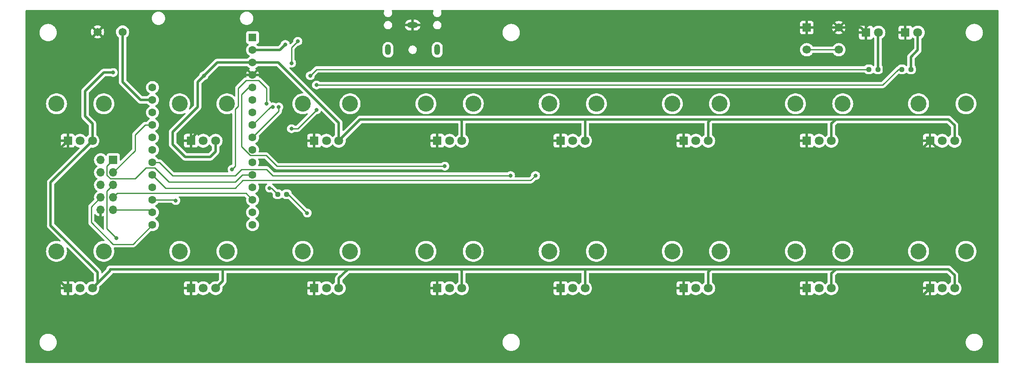
<source format=gtl>
G04 #@! TF.GenerationSoftware,KiCad,Pcbnew,7.0.10*
G04 #@! TF.CreationDate,2024-02-18T18:56:30+02:00*
G04 #@! TF.ProjectId,Untitled,556e7469-746c-4656-942e-6b696361645f,rev?*
G04 #@! TF.SameCoordinates,Original*
G04 #@! TF.FileFunction,Copper,L1,Top*
G04 #@! TF.FilePolarity,Positive*
%FSLAX46Y46*%
G04 Gerber Fmt 4.6, Leading zero omitted, Abs format (unit mm)*
G04 Created by KiCad (PCBNEW 7.0.10) date 2024-02-18 18:56:30*
%MOMM*%
%LPD*%
G01*
G04 APERTURE LIST*
G04 Aperture macros list*
%AMRoundRect*
0 Rectangle with rounded corners*
0 $1 Rounding radius*
0 $2 $3 $4 $5 $6 $7 $8 $9 X,Y pos of 4 corners*
0 Add a 4 corners polygon primitive as box body*
4,1,4,$2,$3,$4,$5,$6,$7,$8,$9,$2,$3,0*
0 Add four circle primitives for the rounded corners*
1,1,$1+$1,$2,$3*
1,1,$1+$1,$4,$5*
1,1,$1+$1,$6,$7*
1,1,$1+$1,$8,$9*
0 Add four rect primitives between the rounded corners*
20,1,$1+$1,$2,$3,$4,$5,0*
20,1,$1+$1,$4,$5,$6,$7,0*
20,1,$1+$1,$6,$7,$8,$9,0*
20,1,$1+$1,$8,$9,$2,$3,0*%
G04 Aperture macros list end*
G04 #@! TA.AperFunction,ComponentPad*
%ADD10O,1.200000X2.200000*%
G04 #@! TD*
G04 #@! TA.AperFunction,ComponentPad*
%ADD11O,2.200000X1.200000*%
G04 #@! TD*
G04 #@! TA.AperFunction,ComponentPad*
%ADD12C,1.700000*%
G04 #@! TD*
G04 #@! TA.AperFunction,ComponentPad*
%ADD13R,1.700000X1.700000*%
G04 #@! TD*
G04 #@! TA.AperFunction,ComponentPad*
%ADD14C,1.651000*%
G04 #@! TD*
G04 #@! TA.AperFunction,ComponentPad*
%ADD15C,3.240000*%
G04 #@! TD*
G04 #@! TA.AperFunction,ComponentPad*
%ADD16R,1.800000X1.800000*%
G04 #@! TD*
G04 #@! TA.AperFunction,ComponentPad*
%ADD17C,1.800000*%
G04 #@! TD*
G04 #@! TA.AperFunction,SMDPad,CuDef*
%ADD18RoundRect,0.237500X-0.250000X-0.237500X0.250000X-0.237500X0.250000X0.237500X-0.250000X0.237500X0*%
G04 #@! TD*
G04 #@! TA.AperFunction,ComponentPad*
%ADD19O,1.700000X1.700000*%
G04 #@! TD*
G04 #@! TA.AperFunction,ComponentPad*
%ADD20R,1.600000X1.600000*%
G04 #@! TD*
G04 #@! TA.AperFunction,ComponentPad*
%ADD21C,1.600000*%
G04 #@! TD*
G04 #@! TA.AperFunction,ViaPad*
%ADD22C,0.800000*%
G04 #@! TD*
G04 #@! TA.AperFunction,Conductor*
%ADD23C,0.500000*%
G04 #@! TD*
G04 #@! TA.AperFunction,Conductor*
%ADD24C,0.250000*%
G04 #@! TD*
G04 APERTURE END LIST*
D10*
X135000000Y-59500000D03*
D11*
X130000000Y-54500000D03*
D10*
X125000000Y-59500000D03*
D12*
X210000000Y-59500000D03*
X216500000Y-59500000D03*
D13*
X210000000Y-55000000D03*
D12*
X216500000Y-55000000D03*
D14*
X66040000Y-55880000D03*
X71120000Y-55880000D03*
D15*
X242300000Y-100500000D03*
X232700000Y-100500000D03*
D16*
X235000000Y-108000000D03*
D17*
X237500000Y-108000000D03*
X240000000Y-108000000D03*
X215000000Y-108000000D03*
X212500000Y-108000000D03*
D16*
X210000000Y-108000000D03*
D15*
X207700000Y-100500000D03*
X217300000Y-100500000D03*
X192300000Y-100500000D03*
X182700000Y-100500000D03*
D16*
X185000000Y-108000000D03*
D17*
X187500000Y-108000000D03*
X190000000Y-108000000D03*
X165000000Y-108000000D03*
X162500000Y-108000000D03*
D16*
X160000000Y-108000000D03*
D15*
X157700000Y-100500000D03*
X167300000Y-100500000D03*
X142300000Y-100500000D03*
X132700000Y-100500000D03*
D16*
X135000000Y-108000000D03*
D17*
X137500000Y-108000000D03*
X140000000Y-108000000D03*
D15*
X117300000Y-100500000D03*
X107700000Y-100500000D03*
D16*
X110000000Y-108000000D03*
D17*
X112500000Y-108000000D03*
X115000000Y-108000000D03*
D15*
X92300000Y-100500000D03*
X82700000Y-100500000D03*
D16*
X85000000Y-108000000D03*
D17*
X87500000Y-108000000D03*
X90000000Y-108000000D03*
D15*
X67300000Y-100500000D03*
X57700000Y-100500000D03*
D16*
X60000000Y-108000000D03*
D17*
X62500000Y-108000000D03*
X65000000Y-108000000D03*
D15*
X242300000Y-70500000D03*
X232700000Y-70500000D03*
D16*
X235000000Y-78000000D03*
D17*
X237500000Y-78000000D03*
X240000000Y-78000000D03*
D15*
X217300000Y-70500000D03*
X207700000Y-70500000D03*
D16*
X210000000Y-78000000D03*
D17*
X212500000Y-78000000D03*
X215000000Y-78000000D03*
D15*
X192300000Y-70500000D03*
X182700000Y-70500000D03*
D16*
X185000000Y-78000000D03*
D17*
X187500000Y-78000000D03*
X190000000Y-78000000D03*
D15*
X167300000Y-70500000D03*
X157700000Y-70500000D03*
D16*
X160000000Y-78000000D03*
D17*
X162500000Y-78000000D03*
X165000000Y-78000000D03*
D15*
X142300000Y-70500000D03*
X132700000Y-70500000D03*
D16*
X135000000Y-78000000D03*
D17*
X137500000Y-78000000D03*
X140000000Y-78000000D03*
X115000000Y-78000000D03*
X112500000Y-78000000D03*
D16*
X110000000Y-78000000D03*
D15*
X107700000Y-70500000D03*
X117300000Y-70500000D03*
X92300000Y-70500000D03*
X82700000Y-70500000D03*
D16*
X85000000Y-78000000D03*
D17*
X87500000Y-78000000D03*
X90000000Y-78000000D03*
D15*
X67300000Y-70500000D03*
X57700000Y-70500000D03*
D16*
X60000000Y-78000000D03*
D17*
X62500000Y-78000000D03*
X65000000Y-78000000D03*
D18*
X224432500Y-63500000D03*
X222607500Y-63500000D03*
X231140000Y-63500000D03*
X229315000Y-63500000D03*
X102592500Y-88900000D03*
X104417500Y-88900000D03*
D13*
X69215000Y-81920000D03*
D19*
X66675000Y-81920000D03*
X69215000Y-84460000D03*
X66675000Y-84460000D03*
X69215000Y-87000000D03*
X66675000Y-87000000D03*
X69215000Y-89540000D03*
X66675000Y-89540000D03*
X69215000Y-92080000D03*
X66675000Y-92080000D03*
D16*
X222000000Y-56000000D03*
D17*
X224540000Y-56000000D03*
X232540000Y-56000000D03*
D16*
X230000000Y-56000000D03*
D20*
X97500000Y-57000000D03*
D21*
X97500000Y-59540000D03*
X97500000Y-62080000D03*
X97500000Y-64620000D03*
X97500000Y-67160000D03*
X97500000Y-69700000D03*
X97500000Y-72240000D03*
X97500000Y-74780000D03*
X97500000Y-77320000D03*
X97500000Y-79860000D03*
X97500000Y-82400000D03*
X97500000Y-84940000D03*
X97500000Y-87480000D03*
X97500000Y-90020000D03*
X97500000Y-92560000D03*
X97500000Y-95100000D03*
X77180000Y-95100000D03*
X77180000Y-92560000D03*
X77180000Y-90020000D03*
X77180000Y-87480000D03*
X77180000Y-84940000D03*
X77180000Y-82400000D03*
X77180000Y-79860000D03*
X77180000Y-77320000D03*
X77180000Y-74780000D03*
X77180000Y-72240000D03*
X77180000Y-69700000D03*
X77180000Y-67160000D03*
D22*
X69215000Y-64135000D03*
X87630000Y-64770000D03*
X55982500Y-82017500D03*
X69850000Y-97790000D03*
X93345000Y-83820000D03*
X100330000Y-70485000D03*
X136525000Y-83185000D03*
X100965000Y-87630000D03*
X108585000Y-92710000D03*
X104140000Y-58420000D03*
X105410000Y-62230000D03*
X106680000Y-57785000D03*
X135890000Y-87630000D03*
X135890000Y-90805000D03*
X105410000Y-75565000D03*
X110490000Y-71720000D03*
X102833959Y-71156041D03*
X110490000Y-66675000D03*
X101600000Y-71120000D03*
X109220000Y-64770000D03*
X154940000Y-85090000D03*
X149860000Y-85090000D03*
X81915000Y-90170000D03*
X154305000Y-102870000D03*
X154445000Y-93840000D03*
D23*
X66040000Y-55880000D02*
X68580000Y-53340000D01*
X91440000Y-83820000D02*
X92710000Y-82550000D01*
X92710000Y-82550000D02*
X92710000Y-77470000D01*
X92710000Y-77470000D02*
X88900000Y-73660000D01*
X78740000Y-78740000D02*
X83820000Y-83820000D01*
X68580000Y-53340000D02*
X72390000Y-53340000D01*
X72390000Y-53340000D02*
X78740000Y-59690000D01*
X78740000Y-59690000D02*
X78740000Y-78740000D01*
X83820000Y-83820000D02*
X91440000Y-83820000D01*
X230000000Y-53340000D02*
X233045000Y-53340000D01*
X245110000Y-65405000D02*
X245110000Y-80010000D01*
X245110000Y-80010000D02*
X237010000Y-80010000D01*
X237010000Y-80010000D02*
X235000000Y-78000000D01*
X233045000Y-53340000D02*
X245110000Y-65405000D01*
X222000000Y-56000000D02*
X222000000Y-54860000D01*
X222000000Y-54860000D02*
X223520000Y-53340000D01*
X223520000Y-53340000D02*
X230000000Y-53340000D01*
X230000000Y-56000000D02*
X230000000Y-53340000D01*
X65000000Y-108000000D02*
X68580000Y-104420000D01*
X68580000Y-104420000D02*
X68580000Y-104140000D01*
X68580000Y-104140000D02*
X91440000Y-104140000D01*
D24*
X69215000Y-81920000D02*
X67945000Y-83190000D01*
X67945000Y-85000000D02*
X68670000Y-85725000D01*
X67945000Y-83190000D02*
X67945000Y-85000000D01*
X68670000Y-85725000D02*
X73660000Y-85725000D01*
X75860000Y-83525000D02*
X77668604Y-83525000D01*
X95400000Y-84940000D02*
X97500000Y-84940000D01*
X73660000Y-85725000D02*
X75860000Y-83525000D01*
X77668604Y-83525000D02*
X80503604Y-86360000D01*
X80503604Y-86360000D02*
X93980000Y-86360000D01*
X93980000Y-86360000D02*
X95400000Y-84940000D01*
D23*
X60000000Y-108000000D02*
X59740000Y-108000000D01*
X59740000Y-108000000D02*
X53340000Y-101600000D01*
X53340000Y-101600000D02*
X53340000Y-84660000D01*
X65000000Y-78000000D02*
X56515000Y-86485000D01*
X66040000Y-104775000D02*
X66040000Y-106960000D01*
X56515000Y-86485000D02*
X56515000Y-95250000D01*
X56515000Y-95250000D02*
X66040000Y-104775000D01*
X66040000Y-106960000D02*
X65000000Y-108000000D01*
D24*
X66675000Y-89540000D02*
X64770000Y-91445000D01*
X64770000Y-91445000D02*
X64770000Y-94615000D01*
X73220000Y-99060000D02*
X77180000Y-95100000D01*
X64770000Y-94615000D02*
X69215000Y-99060000D01*
X69215000Y-99060000D02*
X73220000Y-99060000D01*
X69850000Y-97790000D02*
X67945000Y-95885000D01*
X67945000Y-88270000D02*
X69215000Y-87000000D01*
X67945000Y-95885000D02*
X67945000Y-88270000D01*
X154940000Y-85090000D02*
X153965000Y-86065000D01*
X79870000Y-87630000D02*
X77180000Y-84940000D01*
X153965000Y-86065000D02*
X95545000Y-86065000D01*
X95545000Y-86065000D02*
X93980000Y-87630000D01*
X93980000Y-87630000D02*
X79870000Y-87630000D01*
D23*
X184150000Y-111125000D02*
X208915000Y-111125000D01*
X208915000Y-111125000D02*
X231875000Y-111125000D01*
X210000000Y-110040000D02*
X208915000Y-111125000D01*
X210000000Y-108000000D02*
X210000000Y-110040000D01*
X159385000Y-111125000D02*
X184150000Y-111125000D01*
X185000000Y-108000000D02*
X185000000Y-110275000D01*
X185000000Y-110275000D02*
X184150000Y-111125000D01*
X133985000Y-111125000D02*
X159385000Y-111125000D01*
D24*
X160000000Y-110510000D02*
X159385000Y-111125000D01*
X160000000Y-108000000D02*
X160000000Y-110510000D01*
D23*
X109220000Y-111125000D02*
X133985000Y-111125000D01*
X135000000Y-108000000D02*
X135000000Y-110110000D01*
X135000000Y-110110000D02*
X133985000Y-111125000D01*
X83820000Y-111125000D02*
X109220000Y-111125000D01*
X110000000Y-108000000D02*
X110000000Y-110345000D01*
X110000000Y-110345000D02*
X109220000Y-111125000D01*
X60960000Y-111125000D02*
X83820000Y-111125000D01*
X85000000Y-108000000D02*
X85000000Y-109945000D01*
X85000000Y-109945000D02*
X83820000Y-111125000D01*
X60000000Y-110165000D02*
X60960000Y-111125000D01*
X60000000Y-108000000D02*
X60000000Y-110165000D01*
X231875000Y-111125000D02*
X235000000Y-108000000D01*
D24*
X149860000Y-85090000D02*
X101600000Y-85090000D01*
X101600000Y-85090000D02*
X100325000Y-83815000D01*
X100325000Y-83815000D02*
X95255000Y-83815000D01*
X95255000Y-83815000D02*
X93980000Y-85090000D01*
X93980000Y-85090000D02*
X81280000Y-85090000D01*
X81280000Y-85090000D02*
X78590000Y-82400000D01*
X78590000Y-82400000D02*
X77180000Y-82400000D01*
X100330000Y-70485000D02*
X100330000Y-67310000D01*
X100330000Y-67310000D02*
X98765000Y-65745000D01*
X94615000Y-67310000D02*
X94615000Y-70935646D01*
X96180000Y-65745000D02*
X94615000Y-67310000D01*
X98765000Y-65745000D02*
X96180000Y-65745000D01*
X94615000Y-70935646D02*
X93980000Y-71570646D01*
X93980000Y-71570646D02*
X93980000Y-83185000D01*
X93980000Y-83185000D02*
X93345000Y-83820000D01*
D23*
X97500000Y-64620000D02*
X98910000Y-64620000D01*
X98910000Y-64620000D02*
X104140000Y-69850000D01*
X104140000Y-69850000D02*
X104140000Y-76200000D01*
X105940000Y-78000000D02*
X110000000Y-78000000D01*
X104140000Y-76200000D02*
X105940000Y-78000000D01*
X65000000Y-78000000D02*
X65000000Y-74525000D01*
X65000000Y-74525000D02*
X63500000Y-73025000D01*
X63500000Y-73025000D02*
X63500000Y-67945000D01*
X86360000Y-66040000D02*
X87630000Y-64770000D01*
X63500000Y-67945000D02*
X67310000Y-64135000D01*
X67310000Y-64135000D02*
X69215000Y-64135000D01*
X87630000Y-64770000D02*
X90320000Y-62080000D01*
X55982500Y-82017500D02*
X60000000Y-78000000D01*
X53340000Y-84660000D02*
X55982500Y-82017500D01*
D24*
X73660000Y-80015000D02*
X73660000Y-76835000D01*
X69215000Y-84460000D02*
X73660000Y-80015000D01*
X73660000Y-76835000D02*
X75715000Y-74780000D01*
X75715000Y-74780000D02*
X77180000Y-74780000D01*
X69215000Y-89540000D02*
X70065000Y-88690000D01*
X70065000Y-88690000D02*
X96170000Y-88690000D01*
X96170000Y-88690000D02*
X97500000Y-90020000D01*
X69215000Y-92080000D02*
X76700000Y-92080000D01*
X76700000Y-92080000D02*
X77180000Y-92560000D01*
D23*
X53340000Y-68580000D02*
X53340000Y-84660000D01*
X66040000Y-55880000D02*
X53340000Y-68580000D01*
D24*
X136525000Y-83185000D02*
X102415991Y-83185000D01*
X95250000Y-68580000D02*
X96670000Y-67160000D01*
X102415991Y-83185000D02*
X100215991Y-80985000D01*
X97034009Y-80985000D02*
X95250000Y-79200991D01*
X100215991Y-80985000D02*
X97034009Y-80985000D01*
X95250000Y-79200991D02*
X95250000Y-68580000D01*
X96670000Y-67160000D02*
X97500000Y-67160000D01*
X100965000Y-87630000D02*
X101322500Y-87630000D01*
X101322500Y-87630000D02*
X102592500Y-88900000D01*
X104775000Y-88900000D02*
X108585000Y-92710000D01*
X104417500Y-88900000D02*
X104775000Y-88900000D01*
D23*
X103020000Y-59540000D02*
X104140000Y-58420000D01*
X97500000Y-59540000D02*
X103020000Y-59540000D01*
D24*
X110490000Y-71720000D02*
X106645000Y-75565000D01*
X106645000Y-75565000D02*
X105410000Y-75565000D01*
X105410000Y-59055000D02*
X105410000Y-62230000D01*
X106680000Y-57785000D02*
X105410000Y-59055000D01*
X135890000Y-90805000D02*
X135890000Y-87630000D01*
X229315000Y-63500000D02*
X228600000Y-63500000D01*
X228600000Y-63500000D02*
X225425000Y-66675000D01*
X225425000Y-66675000D02*
X110490000Y-66675000D01*
X102833959Y-71156041D02*
X102833959Y-71986041D01*
X102833959Y-71986041D02*
X97500000Y-77320000D01*
X101600000Y-71120000D02*
X101160000Y-71120000D01*
X101160000Y-71120000D02*
X97500000Y-74780000D01*
X110490000Y-63500000D02*
X109220000Y-64770000D01*
X222607500Y-63500000D02*
X110490000Y-63500000D01*
X81915000Y-90170000D02*
X81765000Y-90020000D01*
X81765000Y-90020000D02*
X77180000Y-90020000D01*
X154445000Y-102730000D02*
X154305000Y-102870000D01*
X154445000Y-93840000D02*
X154445000Y-102730000D01*
X216500000Y-59500000D02*
X210000000Y-59500000D01*
D23*
X231140000Y-63500000D02*
X231140000Y-60960000D01*
X231140000Y-60960000D02*
X232540000Y-59560000D01*
X232540000Y-59560000D02*
X232540000Y-56000000D01*
X224432500Y-63500000D02*
X224432500Y-56107500D01*
X224432500Y-56107500D02*
X224540000Y-56000000D01*
X216500000Y-55000000D02*
X221000000Y-55000000D01*
X221000000Y-55000000D02*
X222000000Y-56000000D01*
X210000000Y-55000000D02*
X216500000Y-55000000D01*
X115000000Y-78000000D02*
X115000000Y-74360000D01*
X115000000Y-74360000D02*
X102720000Y-62080000D01*
X102720000Y-62080000D02*
X97500000Y-62080000D01*
X119340000Y-73660000D02*
X139700000Y-73660000D01*
X140000000Y-73960000D02*
X139700000Y-73660000D01*
X139700000Y-73660000D02*
X165100000Y-73660000D01*
X140000000Y-78000000D02*
X140000000Y-73960000D01*
X165100000Y-73660000D02*
X190500000Y-73660000D01*
X165000000Y-78000000D02*
X165000000Y-73760000D01*
X165000000Y-73760000D02*
X165100000Y-73660000D01*
X190000000Y-78000000D02*
X190000000Y-74160000D01*
X190500000Y-73660000D02*
X215900000Y-73660000D01*
X190000000Y-74160000D02*
X190500000Y-73660000D01*
X215000000Y-78000000D02*
X215000000Y-74560000D01*
X215900000Y-73660000D02*
X238760000Y-73660000D01*
X215000000Y-74560000D02*
X215900000Y-73660000D01*
X115000000Y-78000000D02*
X119340000Y-73660000D01*
X238760000Y-73660000D02*
X240000000Y-74900000D01*
X240000000Y-74900000D02*
X240000000Y-78000000D01*
X185420000Y-81280000D02*
X210820000Y-81280000D01*
X210000000Y-78000000D02*
X210000000Y-80460000D01*
X210820000Y-81280000D02*
X231720000Y-81280000D01*
X210000000Y-80460000D02*
X210820000Y-81280000D01*
X160020000Y-81280000D02*
X185420000Y-81280000D01*
X185000000Y-78000000D02*
X185000000Y-80860000D01*
X185000000Y-80860000D02*
X185420000Y-81280000D01*
X134620000Y-81280000D02*
X160020000Y-81280000D01*
X160000000Y-81260000D02*
X160020000Y-81280000D01*
X160000000Y-78000000D02*
X160000000Y-81260000D01*
X111760000Y-81280000D02*
X134620000Y-81280000D01*
X135000000Y-78000000D02*
X135000000Y-80900000D01*
X135000000Y-80900000D02*
X134620000Y-81280000D01*
X110000000Y-79520000D02*
X111760000Y-81280000D01*
X110000000Y-78000000D02*
X110000000Y-79520000D01*
X231720000Y-81280000D02*
X235000000Y-78000000D01*
X86360000Y-71120000D02*
X86360000Y-66040000D01*
X83820000Y-81280000D02*
X81280000Y-78740000D01*
X81280000Y-76200000D02*
X86360000Y-71120000D01*
X88900000Y-81280000D02*
X83820000Y-81280000D01*
X90320000Y-62080000D02*
X97500000Y-62080000D01*
X90000000Y-80180000D02*
X88900000Y-81280000D01*
X81280000Y-78740000D02*
X81280000Y-76200000D01*
X90000000Y-78000000D02*
X90000000Y-80180000D01*
X85000000Y-78000000D02*
X85000000Y-77560000D01*
X88900000Y-68580000D02*
X92860000Y-64620000D01*
X85000000Y-77560000D02*
X88900000Y-73660000D01*
X88900000Y-73660000D02*
X88900000Y-68580000D01*
X92860000Y-64620000D02*
X97500000Y-64620000D01*
X71120000Y-55880000D02*
X71120000Y-66040000D01*
X71120000Y-66040000D02*
X74780000Y-69700000D01*
X74780000Y-69700000D02*
X77180000Y-69700000D01*
X91440000Y-104140000D02*
X116840000Y-104140000D01*
X90000000Y-108000000D02*
X91440000Y-106560000D01*
X91440000Y-106560000D02*
X91440000Y-104140000D01*
X116840000Y-104140000D02*
X139700000Y-104140000D01*
X115000000Y-108000000D02*
X115000000Y-105980000D01*
X115000000Y-105980000D02*
X116840000Y-104140000D01*
X139700000Y-104140000D02*
X165100000Y-104140000D01*
X140000000Y-108000000D02*
X140000000Y-104440000D01*
X140000000Y-104440000D02*
X139700000Y-104140000D01*
X165100000Y-104140000D02*
X190500000Y-104140000D01*
X165000000Y-108000000D02*
X165000000Y-104240000D01*
X165000000Y-104240000D02*
X165100000Y-104140000D01*
X190500000Y-104140000D02*
X215900000Y-104140000D01*
X190000000Y-108000000D02*
X190000000Y-104640000D01*
X190000000Y-104640000D02*
X190500000Y-104140000D01*
X215900000Y-104140000D02*
X238760000Y-104140000D01*
X215000000Y-108000000D02*
X215000000Y-105040000D01*
X215000000Y-105040000D02*
X215900000Y-104140000D01*
X238760000Y-104140000D02*
X240000000Y-105380000D01*
X240000000Y-105380000D02*
X240000000Y-108000000D01*
G04 #@! TA.AperFunction,Conductor*
G36*
X66925000Y-93410633D02*
G01*
X67138483Y-93353433D01*
X67138486Y-93353432D01*
X67143086Y-93351287D01*
X67212163Y-93340790D01*
X67275949Y-93369304D01*
X67314193Y-93427778D01*
X67319500Y-93463665D01*
X67319500Y-95802255D01*
X67317775Y-95817872D01*
X67318061Y-95817899D01*
X67317326Y-95825665D01*
X67319439Y-95892872D01*
X67319500Y-95896767D01*
X67319500Y-95924357D01*
X67320003Y-95928335D01*
X67320918Y-95939967D01*
X67322157Y-95979368D01*
X67304589Y-96046993D01*
X67253249Y-96094385D01*
X67184437Y-96106497D01*
X67120001Y-96079484D01*
X67110537Y-96070946D01*
X65431819Y-94392228D01*
X65398334Y-94330905D01*
X65395500Y-94304547D01*
X65395500Y-92999614D01*
X65415185Y-92932575D01*
X65467989Y-92886820D01*
X65537147Y-92876876D01*
X65600703Y-92905901D01*
X65621075Y-92928491D01*
X65636891Y-92951079D01*
X65803917Y-93118105D01*
X65997421Y-93253600D01*
X66211507Y-93353429D01*
X66211516Y-93353433D01*
X66425000Y-93410634D01*
X66425000Y-92515501D01*
X66532685Y-92564680D01*
X66639237Y-92580000D01*
X66710763Y-92580000D01*
X66817315Y-92564680D01*
X66925000Y-92515501D01*
X66925000Y-93410633D01*
G37*
G04 #@! TD.AperFunction*
G04 #@! TA.AperFunction,Conductor*
G36*
X124193745Y-51454685D02*
G01*
X124239500Y-51507489D01*
X124249444Y-51576647D01*
X124241899Y-51604897D01*
X124175669Y-51771122D01*
X124145740Y-51953685D01*
X124155755Y-52138406D01*
X124155755Y-52138411D01*
X124205244Y-52316656D01*
X124205247Y-52316662D01*
X124291898Y-52480102D01*
X124354540Y-52553850D01*
X124411663Y-52621100D01*
X124558936Y-52733054D01*
X124726833Y-52810732D01*
X124726834Y-52810732D01*
X124726836Y-52810733D01*
X124781648Y-52822797D01*
X124907503Y-52850500D01*
X124907506Y-52850500D01*
X125046107Y-52850500D01*
X125046113Y-52850500D01*
X125183910Y-52835514D01*
X125359221Y-52776444D01*
X125517736Y-52681070D01*
X125650103Y-52555685D01*
X125652040Y-52553850D01*
X125652041Y-52553849D01*
X125755858Y-52400730D01*
X125824331Y-52228875D01*
X125854260Y-52046317D01*
X125844245Y-51861593D01*
X125827994Y-51803062D01*
X125794755Y-51683343D01*
X125794754Y-51683341D01*
X125759626Y-51617084D01*
X125745615Y-51548633D01*
X125770835Y-51483474D01*
X125827280Y-51442294D01*
X125869181Y-51435000D01*
X134126706Y-51435000D01*
X134193745Y-51454685D01*
X134239500Y-51507489D01*
X134249444Y-51576647D01*
X134241899Y-51604897D01*
X134175669Y-51771122D01*
X134145740Y-51953685D01*
X134155755Y-52138406D01*
X134155755Y-52138411D01*
X134205244Y-52316656D01*
X134205247Y-52316662D01*
X134291898Y-52480102D01*
X134354540Y-52553850D01*
X134411663Y-52621100D01*
X134558936Y-52733054D01*
X134726833Y-52810732D01*
X134726834Y-52810732D01*
X134726836Y-52810733D01*
X134781648Y-52822797D01*
X134907503Y-52850500D01*
X134907506Y-52850500D01*
X135046107Y-52850500D01*
X135046113Y-52850500D01*
X135183910Y-52835514D01*
X135359221Y-52776444D01*
X135517736Y-52681070D01*
X135650103Y-52555685D01*
X135652040Y-52553850D01*
X135652041Y-52553849D01*
X135755858Y-52400730D01*
X135824331Y-52228875D01*
X135854260Y-52046317D01*
X135844245Y-51861593D01*
X135827994Y-51803062D01*
X135794755Y-51683343D01*
X135794754Y-51683341D01*
X135759626Y-51617084D01*
X135745615Y-51548633D01*
X135770835Y-51483474D01*
X135827280Y-51442294D01*
X135869181Y-51435000D01*
X248796000Y-51435000D01*
X248863039Y-51454685D01*
X248908794Y-51507489D01*
X248920000Y-51559000D01*
X248920000Y-123066000D01*
X248900315Y-123133039D01*
X248847511Y-123178794D01*
X248796000Y-123190000D01*
X51559000Y-123190000D01*
X51491961Y-123170315D01*
X51446206Y-123117511D01*
X51435000Y-123066000D01*
X51435000Y-119000003D01*
X54244592Y-119000003D01*
X54252100Y-119100188D01*
X54252447Y-119109455D01*
X54252447Y-119130965D01*
X54255652Y-119152231D01*
X54256689Y-119161439D01*
X54264198Y-119261631D01*
X54286554Y-119359580D01*
X54288278Y-119368691D01*
X54291482Y-119389954D01*
X54297823Y-119410510D01*
X54300222Y-119419464D01*
X54322182Y-119515674D01*
X54322580Y-119517416D01*
X54359282Y-119610932D01*
X54359285Y-119610938D01*
X54362344Y-119619680D01*
X54368687Y-119640242D01*
X54368687Y-119640243D01*
X54378019Y-119659622D01*
X54381726Y-119668119D01*
X54418431Y-119761641D01*
X54418433Y-119761645D01*
X54468665Y-119848650D01*
X54472997Y-119856846D01*
X54482328Y-119876223D01*
X54485905Y-119881469D01*
X54494446Y-119893996D01*
X54499378Y-119901846D01*
X54549613Y-119988855D01*
X54549620Y-119988866D01*
X54590162Y-120039703D01*
X54612264Y-120067418D01*
X54617753Y-120074854D01*
X54629877Y-120092637D01*
X54629878Y-120092638D01*
X54629879Y-120092639D01*
X54644502Y-120108399D01*
X54650550Y-120115427D01*
X54713195Y-120193981D01*
X54713200Y-120193985D01*
X54713203Y-120193989D01*
X54786844Y-120262318D01*
X54793400Y-120268873D01*
X54808025Y-120284635D01*
X54808038Y-120284647D01*
X54824841Y-120298046D01*
X54831872Y-120304097D01*
X54905518Y-120372431D01*
X54905523Y-120372435D01*
X54988537Y-120429033D01*
X54995990Y-120434533D01*
X55012808Y-120447945D01*
X55031446Y-120458705D01*
X55039283Y-120463630D01*
X55122296Y-120520228D01*
X55122300Y-120520229D01*
X55122303Y-120520232D01*
X55193221Y-120554384D01*
X55212807Y-120563816D01*
X55212812Y-120563818D01*
X55221012Y-120568152D01*
X55239634Y-120578904D01*
X55239638Y-120578905D01*
X55239639Y-120578906D01*
X55259671Y-120586768D01*
X55268137Y-120590461D01*
X55358677Y-120634063D01*
X55358684Y-120634065D01*
X55358693Y-120634069D01*
X55454674Y-120663674D01*
X55463431Y-120666738D01*
X55483451Y-120674596D01*
X55483453Y-120674596D01*
X55483455Y-120674597D01*
X55504429Y-120679384D01*
X55513380Y-120681782D01*
X55609385Y-120711396D01*
X55609390Y-120711396D01*
X55609391Y-120711397D01*
X55623139Y-120713469D01*
X55708748Y-120726372D01*
X55717828Y-120728091D01*
X55738810Y-120732880D01*
X55760281Y-120734489D01*
X55769447Y-120735522D01*
X55868818Y-120750500D01*
X55868824Y-120750500D01*
X55969289Y-120750500D01*
X55978557Y-120750847D01*
X55999998Y-120752454D01*
X56000000Y-120752454D01*
X56000002Y-120752454D01*
X56021443Y-120750847D01*
X56030711Y-120750500D01*
X56131176Y-120750500D01*
X56131182Y-120750500D01*
X56230555Y-120735521D01*
X56239715Y-120734489D01*
X56261190Y-120732880D01*
X56282190Y-120728086D01*
X56291235Y-120726375D01*
X56390615Y-120711396D01*
X56486644Y-120681774D01*
X56495572Y-120679383D01*
X56516545Y-120674597D01*
X56536592Y-120666729D01*
X56545287Y-120663685D01*
X56641323Y-120634063D01*
X56731869Y-120590458D01*
X56740308Y-120586776D01*
X56760361Y-120578906D01*
X56779003Y-120568142D01*
X56787152Y-120563835D01*
X56877704Y-120520228D01*
X56877706Y-120520225D01*
X56877709Y-120520225D01*
X56902859Y-120503077D01*
X56960732Y-120463619D01*
X56968527Y-120458720D01*
X56987192Y-120447945D01*
X57004034Y-120434513D01*
X57011440Y-120429047D01*
X57094479Y-120372433D01*
X57168166Y-120304060D01*
X57175127Y-120298071D01*
X57191971Y-120284639D01*
X57206621Y-120268849D01*
X57213126Y-120262344D01*
X57286805Y-120193981D01*
X57349484Y-120115383D01*
X57355475Y-120108422D01*
X57370123Y-120092637D01*
X57382259Y-120074836D01*
X57387715Y-120067442D01*
X57450386Y-119988857D01*
X57500641Y-119901811D01*
X57505537Y-119894020D01*
X57517669Y-119876227D01*
X57527013Y-119856823D01*
X57531323Y-119848668D01*
X57581568Y-119761643D01*
X57618288Y-119668081D01*
X57621978Y-119659627D01*
X57631313Y-119640243D01*
X57637658Y-119619672D01*
X57640702Y-119610971D01*
X57677420Y-119517416D01*
X57699786Y-119419421D01*
X57702166Y-119410542D01*
X57708516Y-119389958D01*
X57711725Y-119368663D01*
X57713437Y-119359613D01*
X57735802Y-119261630D01*
X57743310Y-119161436D01*
X57744348Y-119152222D01*
X57747553Y-119130961D01*
X57747553Y-119130950D01*
X57747554Y-119130945D01*
X57747955Y-119109455D01*
X57748138Y-119099603D01*
X57748461Y-119092694D01*
X57755408Y-119000003D01*
X148244592Y-119000003D01*
X148252100Y-119100188D01*
X148252447Y-119109455D01*
X148252447Y-119130965D01*
X148255652Y-119152231D01*
X148256689Y-119161439D01*
X148264198Y-119261631D01*
X148286554Y-119359580D01*
X148288278Y-119368691D01*
X148291482Y-119389954D01*
X148297823Y-119410510D01*
X148300222Y-119419464D01*
X148322182Y-119515674D01*
X148322580Y-119517416D01*
X148359282Y-119610932D01*
X148359285Y-119610938D01*
X148362344Y-119619680D01*
X148368687Y-119640242D01*
X148368687Y-119640243D01*
X148378019Y-119659622D01*
X148381726Y-119668119D01*
X148418431Y-119761641D01*
X148418433Y-119761645D01*
X148468665Y-119848650D01*
X148472997Y-119856846D01*
X148482328Y-119876223D01*
X148485905Y-119881469D01*
X148494446Y-119893996D01*
X148499378Y-119901846D01*
X148549613Y-119988855D01*
X148549620Y-119988866D01*
X148590162Y-120039703D01*
X148612264Y-120067418D01*
X148617753Y-120074854D01*
X148629877Y-120092637D01*
X148629878Y-120092638D01*
X148629879Y-120092639D01*
X148644502Y-120108399D01*
X148650550Y-120115427D01*
X148713195Y-120193981D01*
X148713200Y-120193985D01*
X148713203Y-120193989D01*
X148786844Y-120262318D01*
X148793400Y-120268873D01*
X148808025Y-120284635D01*
X148808038Y-120284647D01*
X148824841Y-120298046D01*
X148831872Y-120304097D01*
X148905518Y-120372431D01*
X148905523Y-120372435D01*
X148988537Y-120429033D01*
X148995990Y-120434533D01*
X149012808Y-120447945D01*
X149031446Y-120458705D01*
X149039283Y-120463630D01*
X149122296Y-120520228D01*
X149122300Y-120520229D01*
X149122303Y-120520232D01*
X149193221Y-120554384D01*
X149212807Y-120563816D01*
X149212812Y-120563818D01*
X149221012Y-120568152D01*
X149239634Y-120578904D01*
X149239638Y-120578905D01*
X149239639Y-120578906D01*
X149259671Y-120586768D01*
X149268137Y-120590461D01*
X149358677Y-120634063D01*
X149358684Y-120634065D01*
X149358693Y-120634069D01*
X149454674Y-120663674D01*
X149463431Y-120666738D01*
X149483451Y-120674596D01*
X149483453Y-120674596D01*
X149483455Y-120674597D01*
X149504429Y-120679384D01*
X149513380Y-120681782D01*
X149609385Y-120711396D01*
X149609390Y-120711396D01*
X149609391Y-120711397D01*
X149623139Y-120713469D01*
X149708748Y-120726372D01*
X149717828Y-120728091D01*
X149738810Y-120732880D01*
X149760281Y-120734489D01*
X149769447Y-120735522D01*
X149868818Y-120750500D01*
X149868824Y-120750500D01*
X149969289Y-120750500D01*
X149978557Y-120750847D01*
X149999998Y-120752454D01*
X150000000Y-120752454D01*
X150000002Y-120752454D01*
X150021443Y-120750847D01*
X150030711Y-120750500D01*
X150131176Y-120750500D01*
X150131182Y-120750500D01*
X150230555Y-120735521D01*
X150239715Y-120734489D01*
X150261190Y-120732880D01*
X150282190Y-120728086D01*
X150291235Y-120726375D01*
X150390615Y-120711396D01*
X150486644Y-120681774D01*
X150495572Y-120679383D01*
X150516545Y-120674597D01*
X150536592Y-120666729D01*
X150545287Y-120663685D01*
X150641323Y-120634063D01*
X150731869Y-120590458D01*
X150740308Y-120586776D01*
X150760361Y-120578906D01*
X150779003Y-120568142D01*
X150787152Y-120563835D01*
X150877704Y-120520228D01*
X150877706Y-120520225D01*
X150877709Y-120520225D01*
X150902859Y-120503077D01*
X150960732Y-120463619D01*
X150968527Y-120458720D01*
X150987192Y-120447945D01*
X151004034Y-120434513D01*
X151011440Y-120429047D01*
X151094479Y-120372433D01*
X151168166Y-120304060D01*
X151175127Y-120298071D01*
X151191971Y-120284639D01*
X151206621Y-120268849D01*
X151213126Y-120262344D01*
X151286805Y-120193981D01*
X151349484Y-120115383D01*
X151355475Y-120108422D01*
X151370123Y-120092637D01*
X151382259Y-120074836D01*
X151387715Y-120067442D01*
X151450386Y-119988857D01*
X151500641Y-119901811D01*
X151505537Y-119894020D01*
X151517669Y-119876227D01*
X151527013Y-119856823D01*
X151531323Y-119848668D01*
X151581568Y-119761643D01*
X151618288Y-119668081D01*
X151621978Y-119659627D01*
X151631313Y-119640243D01*
X151637658Y-119619672D01*
X151640702Y-119610971D01*
X151677420Y-119517416D01*
X151699786Y-119419421D01*
X151702166Y-119410542D01*
X151708516Y-119389958D01*
X151711725Y-119368663D01*
X151713437Y-119359613D01*
X151735802Y-119261630D01*
X151743310Y-119161436D01*
X151744348Y-119152222D01*
X151747553Y-119130961D01*
X151747553Y-119130950D01*
X151747554Y-119130945D01*
X151747955Y-119109455D01*
X151748138Y-119099603D01*
X151748461Y-119092694D01*
X151755408Y-119000003D01*
X242244592Y-119000003D01*
X242252100Y-119100188D01*
X242252447Y-119109455D01*
X242252447Y-119130965D01*
X242255652Y-119152231D01*
X242256689Y-119161439D01*
X242264198Y-119261631D01*
X242286554Y-119359580D01*
X242288278Y-119368691D01*
X242291482Y-119389954D01*
X242297823Y-119410510D01*
X242300222Y-119419464D01*
X242322182Y-119515674D01*
X242322580Y-119517416D01*
X242359282Y-119610932D01*
X242359285Y-119610938D01*
X242362344Y-119619680D01*
X242368687Y-119640242D01*
X242368687Y-119640243D01*
X242378019Y-119659622D01*
X242381726Y-119668119D01*
X242418431Y-119761641D01*
X242418433Y-119761645D01*
X242468665Y-119848650D01*
X242472997Y-119856846D01*
X242482328Y-119876223D01*
X242485905Y-119881469D01*
X242494446Y-119893996D01*
X242499378Y-119901846D01*
X242549613Y-119988855D01*
X242549620Y-119988866D01*
X242590162Y-120039703D01*
X242612264Y-120067418D01*
X242617753Y-120074854D01*
X242629877Y-120092637D01*
X242629878Y-120092638D01*
X242629879Y-120092639D01*
X242644502Y-120108399D01*
X242650550Y-120115427D01*
X242713195Y-120193981D01*
X242713200Y-120193985D01*
X242713203Y-120193989D01*
X242786844Y-120262318D01*
X242793400Y-120268873D01*
X242808025Y-120284635D01*
X242808038Y-120284647D01*
X242824841Y-120298046D01*
X242831872Y-120304097D01*
X242905518Y-120372431D01*
X242905523Y-120372435D01*
X242988537Y-120429033D01*
X242995990Y-120434533D01*
X243012808Y-120447945D01*
X243031446Y-120458705D01*
X243039283Y-120463630D01*
X243122296Y-120520228D01*
X243122300Y-120520229D01*
X243122303Y-120520232D01*
X243193221Y-120554384D01*
X243212807Y-120563816D01*
X243212812Y-120563818D01*
X243221012Y-120568152D01*
X243239634Y-120578904D01*
X243239638Y-120578905D01*
X243239639Y-120578906D01*
X243259671Y-120586768D01*
X243268137Y-120590461D01*
X243358677Y-120634063D01*
X243358684Y-120634065D01*
X243358693Y-120634069D01*
X243454674Y-120663674D01*
X243463431Y-120666738D01*
X243483451Y-120674596D01*
X243483453Y-120674596D01*
X243483455Y-120674597D01*
X243504429Y-120679384D01*
X243513380Y-120681782D01*
X243609385Y-120711396D01*
X243609390Y-120711396D01*
X243609391Y-120711397D01*
X243623139Y-120713469D01*
X243708748Y-120726372D01*
X243717828Y-120728091D01*
X243738810Y-120732880D01*
X243760281Y-120734489D01*
X243769447Y-120735522D01*
X243868818Y-120750500D01*
X243868824Y-120750500D01*
X243969289Y-120750500D01*
X243978557Y-120750847D01*
X243999998Y-120752454D01*
X244000000Y-120752454D01*
X244000002Y-120752454D01*
X244021443Y-120750847D01*
X244030711Y-120750500D01*
X244131176Y-120750500D01*
X244131182Y-120750500D01*
X244230555Y-120735521D01*
X244239715Y-120734489D01*
X244261190Y-120732880D01*
X244282190Y-120728086D01*
X244291235Y-120726375D01*
X244390615Y-120711396D01*
X244486644Y-120681774D01*
X244495572Y-120679383D01*
X244516545Y-120674597D01*
X244536592Y-120666729D01*
X244545287Y-120663685D01*
X244641323Y-120634063D01*
X244731869Y-120590458D01*
X244740308Y-120586776D01*
X244760361Y-120578906D01*
X244779003Y-120568142D01*
X244787152Y-120563835D01*
X244877704Y-120520228D01*
X244877706Y-120520225D01*
X244877709Y-120520225D01*
X244902859Y-120503077D01*
X244960732Y-120463619D01*
X244968527Y-120458720D01*
X244987192Y-120447945D01*
X245004034Y-120434513D01*
X245011440Y-120429047D01*
X245094479Y-120372433D01*
X245168166Y-120304060D01*
X245175127Y-120298071D01*
X245191971Y-120284639D01*
X245206621Y-120268849D01*
X245213126Y-120262344D01*
X245286805Y-120193981D01*
X245349484Y-120115383D01*
X245355475Y-120108422D01*
X245370123Y-120092637D01*
X245382259Y-120074836D01*
X245387715Y-120067442D01*
X245450386Y-119988857D01*
X245500641Y-119901811D01*
X245505537Y-119894020D01*
X245517669Y-119876227D01*
X245527013Y-119856823D01*
X245531323Y-119848668D01*
X245581568Y-119761643D01*
X245618288Y-119668081D01*
X245621978Y-119659627D01*
X245631313Y-119640243D01*
X245637658Y-119619672D01*
X245640702Y-119610971D01*
X245677420Y-119517416D01*
X245699786Y-119419421D01*
X245702166Y-119410542D01*
X245708516Y-119389958D01*
X245711725Y-119368663D01*
X245713437Y-119359613D01*
X245735802Y-119261630D01*
X245743310Y-119161436D01*
X245744348Y-119152222D01*
X245747553Y-119130961D01*
X245747553Y-119130950D01*
X245747554Y-119130945D01*
X245747955Y-119109455D01*
X245748138Y-119099603D01*
X245748461Y-119092694D01*
X245755408Y-119000000D01*
X245748462Y-118907310D01*
X245748138Y-118900394D01*
X245747890Y-118887087D01*
X245747554Y-118869054D01*
X245747553Y-118869045D01*
X245747553Y-118869039D01*
X245744347Y-118847765D01*
X245743310Y-118838559D01*
X245735803Y-118738377D01*
X245735802Y-118738373D01*
X245735802Y-118738370D01*
X245713442Y-118640406D01*
X245711724Y-118631331D01*
X245708516Y-118610042D01*
X245702168Y-118589463D01*
X245699779Y-118580548D01*
X245677420Y-118482584D01*
X245640706Y-118389038D01*
X245637657Y-118380326D01*
X245631313Y-118359757D01*
X245621978Y-118340372D01*
X245618270Y-118331872D01*
X245581569Y-118238359D01*
X245581563Y-118238348D01*
X245531316Y-118151319D01*
X245527009Y-118143169D01*
X245517669Y-118123773D01*
X245517668Y-118123772D01*
X245517665Y-118123765D01*
X245505551Y-118105998D01*
X245500623Y-118098156D01*
X245450386Y-118011143D01*
X245450382Y-118011139D01*
X245450379Y-118011133D01*
X245387744Y-117932593D01*
X245382242Y-117925138D01*
X245370123Y-117907363D01*
X245370120Y-117907360D01*
X245370119Y-117907358D01*
X245363810Y-117900559D01*
X245355488Y-117891590D01*
X245349447Y-117884570D01*
X245286810Y-117806025D01*
X245286808Y-117806023D01*
X245286805Y-117806019D01*
X245286800Y-117806014D01*
X245286796Y-117806010D01*
X245213155Y-117737681D01*
X245206596Y-117731123D01*
X245191976Y-117715366D01*
X245191974Y-117715364D01*
X245191971Y-117715361D01*
X245175129Y-117701930D01*
X245168151Y-117695925D01*
X245094479Y-117627567D01*
X245011450Y-117570958D01*
X245004009Y-117565466D01*
X244987192Y-117552055D01*
X244968571Y-117541304D01*
X244960723Y-117536373D01*
X244877704Y-117479772D01*
X244877700Y-117479770D01*
X244787183Y-117436179D01*
X244778988Y-117431848D01*
X244771548Y-117427552D01*
X244760361Y-117421094D01*
X244760358Y-117421093D01*
X244760355Y-117421091D01*
X244740338Y-117413235D01*
X244731840Y-117409527D01*
X244641328Y-117365939D01*
X244641313Y-117365933D01*
X244545319Y-117336323D01*
X244536570Y-117333262D01*
X244516546Y-117325403D01*
X244504506Y-117322655D01*
X244495566Y-117320614D01*
X244486616Y-117318216D01*
X244390623Y-117288606D01*
X244390619Y-117288605D01*
X244390617Y-117288604D01*
X244390615Y-117288604D01*
X244311760Y-117276718D01*
X244291265Y-117273629D01*
X244282154Y-117271905D01*
X244261193Y-117267120D01*
X244261194Y-117267120D01*
X244239742Y-117265512D01*
X244230534Y-117264474D01*
X244131189Y-117249500D01*
X244131182Y-117249500D01*
X244030698Y-117249500D01*
X244021432Y-117249153D01*
X244013776Y-117248579D01*
X244000002Y-117247547D01*
X243999998Y-117247547D01*
X243986223Y-117248579D01*
X243978567Y-117249153D01*
X243969302Y-117249500D01*
X243868808Y-117249500D01*
X243769463Y-117264474D01*
X243760257Y-117265512D01*
X243738809Y-117267120D01*
X243738804Y-117267121D01*
X243717844Y-117271905D01*
X243708737Y-117273628D01*
X243609378Y-117288605D01*
X243609374Y-117288606D01*
X243513386Y-117318214D01*
X243504437Y-117320613D01*
X243483457Y-117325402D01*
X243483450Y-117325404D01*
X243463425Y-117333263D01*
X243454679Y-117336324D01*
X243358671Y-117365939D01*
X243358665Y-117365941D01*
X243268152Y-117409529D01*
X243259664Y-117413232D01*
X243239642Y-117421091D01*
X243239639Y-117421093D01*
X243221007Y-117431849D01*
X243212817Y-117436177D01*
X243122305Y-117479766D01*
X243122288Y-117479776D01*
X243039282Y-117536368D01*
X243031436Y-117541299D01*
X243012810Y-117552053D01*
X242995997Y-117565461D01*
X242988538Y-117570965D01*
X242905531Y-117627558D01*
X242905524Y-117627564D01*
X242831870Y-117695903D01*
X242824852Y-117701943D01*
X242808031Y-117715359D01*
X242808024Y-117715365D01*
X242793407Y-117731119D01*
X242786853Y-117737673D01*
X242713197Y-117806015D01*
X242713193Y-117806020D01*
X242650549Y-117884572D01*
X242644507Y-117891593D01*
X242629875Y-117907363D01*
X242629873Y-117907367D01*
X242617757Y-117925138D01*
X242612251Y-117932599D01*
X242549612Y-118011145D01*
X242499372Y-118098161D01*
X242494445Y-118106003D01*
X242482331Y-118123772D01*
X242482326Y-118123781D01*
X242472994Y-118143159D01*
X242468663Y-118151352D01*
X242418436Y-118238348D01*
X242418433Y-118238354D01*
X242381725Y-118331881D01*
X242378022Y-118340369D01*
X242368686Y-118359757D01*
X242368685Y-118359760D01*
X242362345Y-118380316D01*
X242359283Y-118389066D01*
X242322580Y-118482584D01*
X242300224Y-118580528D01*
X242297826Y-118589478D01*
X242291484Y-118610038D01*
X242291484Y-118610042D01*
X242288277Y-118631313D01*
X242286554Y-118640417D01*
X242264199Y-118738363D01*
X242264198Y-118738367D01*
X242264198Y-118738370D01*
X242264132Y-118739251D01*
X242256688Y-118838563D01*
X242255652Y-118847765D01*
X242252447Y-118869036D01*
X242252447Y-118890543D01*
X242252100Y-118899810D01*
X242244592Y-118999996D01*
X242244592Y-119000003D01*
X151755408Y-119000003D01*
X151755408Y-119000000D01*
X151748462Y-118907310D01*
X151748138Y-118900394D01*
X151747890Y-118887087D01*
X151747554Y-118869054D01*
X151747553Y-118869045D01*
X151747553Y-118869039D01*
X151744347Y-118847765D01*
X151743310Y-118838559D01*
X151735803Y-118738377D01*
X151735802Y-118738373D01*
X151735802Y-118738370D01*
X151713442Y-118640406D01*
X151711724Y-118631331D01*
X151708516Y-118610042D01*
X151702168Y-118589463D01*
X151699779Y-118580548D01*
X151677420Y-118482584D01*
X151640706Y-118389038D01*
X151637657Y-118380326D01*
X151631313Y-118359757D01*
X151621978Y-118340372D01*
X151618270Y-118331872D01*
X151581569Y-118238359D01*
X151581563Y-118238348D01*
X151531316Y-118151319D01*
X151527009Y-118143169D01*
X151517669Y-118123773D01*
X151517668Y-118123772D01*
X151517665Y-118123765D01*
X151505551Y-118105998D01*
X151500623Y-118098156D01*
X151450386Y-118011143D01*
X151450382Y-118011139D01*
X151450379Y-118011133D01*
X151387744Y-117932593D01*
X151382242Y-117925138D01*
X151370123Y-117907363D01*
X151370120Y-117907360D01*
X151370119Y-117907358D01*
X151363810Y-117900559D01*
X151355488Y-117891590D01*
X151349447Y-117884570D01*
X151286810Y-117806025D01*
X151286808Y-117806023D01*
X151286805Y-117806019D01*
X151286800Y-117806014D01*
X151286796Y-117806010D01*
X151213155Y-117737681D01*
X151206596Y-117731123D01*
X151191976Y-117715366D01*
X151191974Y-117715364D01*
X151191971Y-117715361D01*
X151175129Y-117701930D01*
X151168151Y-117695925D01*
X151094479Y-117627567D01*
X151011450Y-117570958D01*
X151004009Y-117565466D01*
X150987192Y-117552055D01*
X150968571Y-117541304D01*
X150960723Y-117536373D01*
X150877704Y-117479772D01*
X150877700Y-117479770D01*
X150787183Y-117436179D01*
X150778988Y-117431848D01*
X150771548Y-117427552D01*
X150760361Y-117421094D01*
X150760358Y-117421093D01*
X150760355Y-117421091D01*
X150740338Y-117413235D01*
X150731840Y-117409527D01*
X150641328Y-117365939D01*
X150641313Y-117365933D01*
X150545319Y-117336323D01*
X150536570Y-117333262D01*
X150516546Y-117325403D01*
X150504506Y-117322655D01*
X150495566Y-117320614D01*
X150486616Y-117318216D01*
X150390623Y-117288606D01*
X150390619Y-117288605D01*
X150390617Y-117288604D01*
X150390615Y-117288604D01*
X150311760Y-117276718D01*
X150291265Y-117273629D01*
X150282154Y-117271905D01*
X150261193Y-117267120D01*
X150261194Y-117267120D01*
X150239742Y-117265512D01*
X150230534Y-117264474D01*
X150131189Y-117249500D01*
X150131182Y-117249500D01*
X150030698Y-117249500D01*
X150021432Y-117249153D01*
X150013776Y-117248579D01*
X150000002Y-117247547D01*
X149999998Y-117247547D01*
X149986223Y-117248579D01*
X149978567Y-117249153D01*
X149969302Y-117249500D01*
X149868808Y-117249500D01*
X149769463Y-117264474D01*
X149760257Y-117265512D01*
X149738809Y-117267120D01*
X149738804Y-117267121D01*
X149717844Y-117271905D01*
X149708737Y-117273628D01*
X149609378Y-117288605D01*
X149609374Y-117288606D01*
X149513386Y-117318214D01*
X149504437Y-117320613D01*
X149483457Y-117325402D01*
X149483450Y-117325404D01*
X149463425Y-117333263D01*
X149454679Y-117336324D01*
X149358671Y-117365939D01*
X149358665Y-117365941D01*
X149268152Y-117409529D01*
X149259664Y-117413232D01*
X149239642Y-117421091D01*
X149239639Y-117421093D01*
X149221007Y-117431849D01*
X149212817Y-117436177D01*
X149122305Y-117479766D01*
X149122288Y-117479776D01*
X149039282Y-117536368D01*
X149031436Y-117541299D01*
X149012810Y-117552053D01*
X148995997Y-117565461D01*
X148988538Y-117570965D01*
X148905531Y-117627558D01*
X148905524Y-117627564D01*
X148831870Y-117695903D01*
X148824852Y-117701943D01*
X148808031Y-117715359D01*
X148808024Y-117715365D01*
X148793407Y-117731119D01*
X148786853Y-117737673D01*
X148713197Y-117806015D01*
X148713193Y-117806020D01*
X148650549Y-117884572D01*
X148644507Y-117891593D01*
X148629875Y-117907363D01*
X148629873Y-117907367D01*
X148617757Y-117925138D01*
X148612251Y-117932599D01*
X148549612Y-118011145D01*
X148499372Y-118098161D01*
X148494445Y-118106003D01*
X148482331Y-118123772D01*
X148482326Y-118123781D01*
X148472994Y-118143159D01*
X148468663Y-118151352D01*
X148418436Y-118238348D01*
X148418433Y-118238354D01*
X148381725Y-118331881D01*
X148378022Y-118340369D01*
X148368686Y-118359757D01*
X148368685Y-118359760D01*
X148362345Y-118380316D01*
X148359283Y-118389066D01*
X148322580Y-118482584D01*
X148300224Y-118580528D01*
X148297826Y-118589478D01*
X148291484Y-118610038D01*
X148291484Y-118610042D01*
X148288277Y-118631313D01*
X148286554Y-118640417D01*
X148264199Y-118738363D01*
X148264198Y-118738367D01*
X148264198Y-118738370D01*
X148264132Y-118739251D01*
X148256688Y-118838563D01*
X148255652Y-118847765D01*
X148252447Y-118869036D01*
X148252447Y-118890543D01*
X148252100Y-118899810D01*
X148244592Y-118999996D01*
X148244592Y-119000003D01*
X57755408Y-119000003D01*
X57755408Y-119000000D01*
X57748462Y-118907310D01*
X57748138Y-118900394D01*
X57747890Y-118887087D01*
X57747554Y-118869054D01*
X57747553Y-118869045D01*
X57747553Y-118869039D01*
X57744347Y-118847765D01*
X57743310Y-118838559D01*
X57735803Y-118738377D01*
X57735802Y-118738373D01*
X57735802Y-118738370D01*
X57713442Y-118640406D01*
X57711724Y-118631331D01*
X57708516Y-118610042D01*
X57702168Y-118589463D01*
X57699779Y-118580548D01*
X57677420Y-118482584D01*
X57640706Y-118389038D01*
X57637657Y-118380326D01*
X57631313Y-118359757D01*
X57621978Y-118340372D01*
X57618270Y-118331872D01*
X57581569Y-118238359D01*
X57581563Y-118238348D01*
X57531316Y-118151319D01*
X57527009Y-118143169D01*
X57517669Y-118123773D01*
X57517668Y-118123772D01*
X57517665Y-118123765D01*
X57505551Y-118105998D01*
X57500623Y-118098156D01*
X57450386Y-118011143D01*
X57450382Y-118011139D01*
X57450379Y-118011133D01*
X57387744Y-117932593D01*
X57382242Y-117925138D01*
X57370123Y-117907363D01*
X57370120Y-117907360D01*
X57370119Y-117907358D01*
X57363810Y-117900559D01*
X57355488Y-117891590D01*
X57349447Y-117884570D01*
X57286810Y-117806025D01*
X57286808Y-117806023D01*
X57286805Y-117806019D01*
X57286800Y-117806014D01*
X57286796Y-117806010D01*
X57213155Y-117737681D01*
X57206596Y-117731123D01*
X57191976Y-117715366D01*
X57191974Y-117715364D01*
X57191971Y-117715361D01*
X57175129Y-117701930D01*
X57168151Y-117695925D01*
X57094479Y-117627567D01*
X57011450Y-117570958D01*
X57004009Y-117565466D01*
X56987192Y-117552055D01*
X56968571Y-117541304D01*
X56960723Y-117536373D01*
X56877704Y-117479772D01*
X56877700Y-117479770D01*
X56787183Y-117436179D01*
X56778988Y-117431848D01*
X56771548Y-117427552D01*
X56760361Y-117421094D01*
X56760358Y-117421093D01*
X56760355Y-117421091D01*
X56740338Y-117413235D01*
X56731840Y-117409527D01*
X56641328Y-117365939D01*
X56641313Y-117365933D01*
X56545319Y-117336323D01*
X56536570Y-117333262D01*
X56516546Y-117325403D01*
X56504506Y-117322655D01*
X56495566Y-117320614D01*
X56486616Y-117318216D01*
X56390623Y-117288606D01*
X56390619Y-117288605D01*
X56390617Y-117288604D01*
X56390615Y-117288604D01*
X56311760Y-117276718D01*
X56291265Y-117273629D01*
X56282154Y-117271905D01*
X56261193Y-117267120D01*
X56261194Y-117267120D01*
X56239742Y-117265512D01*
X56230534Y-117264474D01*
X56131189Y-117249500D01*
X56131182Y-117249500D01*
X56030698Y-117249500D01*
X56021432Y-117249153D01*
X56013776Y-117248579D01*
X56000002Y-117247547D01*
X55999998Y-117247547D01*
X55986223Y-117248579D01*
X55978567Y-117249153D01*
X55969302Y-117249500D01*
X55868808Y-117249500D01*
X55769463Y-117264474D01*
X55760257Y-117265512D01*
X55738809Y-117267120D01*
X55738804Y-117267121D01*
X55717844Y-117271905D01*
X55708737Y-117273628D01*
X55609378Y-117288605D01*
X55609374Y-117288606D01*
X55513386Y-117318214D01*
X55504437Y-117320613D01*
X55483457Y-117325402D01*
X55483450Y-117325404D01*
X55463425Y-117333263D01*
X55454679Y-117336324D01*
X55358671Y-117365939D01*
X55358665Y-117365941D01*
X55268152Y-117409529D01*
X55259664Y-117413232D01*
X55239642Y-117421091D01*
X55239639Y-117421093D01*
X55221007Y-117431849D01*
X55212817Y-117436177D01*
X55122305Y-117479766D01*
X55122288Y-117479776D01*
X55039282Y-117536368D01*
X55031436Y-117541299D01*
X55012810Y-117552053D01*
X54995997Y-117565461D01*
X54988538Y-117570965D01*
X54905531Y-117627558D01*
X54905524Y-117627564D01*
X54831870Y-117695903D01*
X54824852Y-117701943D01*
X54808031Y-117715359D01*
X54808024Y-117715365D01*
X54793407Y-117731119D01*
X54786853Y-117737673D01*
X54713197Y-117806015D01*
X54713193Y-117806020D01*
X54650549Y-117884572D01*
X54644507Y-117891593D01*
X54629875Y-117907363D01*
X54629873Y-117907367D01*
X54617757Y-117925138D01*
X54612251Y-117932599D01*
X54549612Y-118011145D01*
X54499372Y-118098161D01*
X54494445Y-118106003D01*
X54482331Y-118123772D01*
X54482326Y-118123781D01*
X54472994Y-118143159D01*
X54468663Y-118151352D01*
X54418436Y-118238348D01*
X54418433Y-118238354D01*
X54381725Y-118331881D01*
X54378022Y-118340369D01*
X54368686Y-118359757D01*
X54368685Y-118359760D01*
X54362345Y-118380316D01*
X54359283Y-118389066D01*
X54322580Y-118482584D01*
X54300224Y-118580528D01*
X54297826Y-118589478D01*
X54291484Y-118610038D01*
X54291484Y-118610042D01*
X54288277Y-118631313D01*
X54286554Y-118640417D01*
X54264199Y-118738363D01*
X54264198Y-118738367D01*
X54264198Y-118738370D01*
X54264132Y-118739251D01*
X54256688Y-118838563D01*
X54255652Y-118847765D01*
X54252447Y-118869036D01*
X54252447Y-118890543D01*
X54252100Y-118899810D01*
X54244592Y-118999996D01*
X54244592Y-119000003D01*
X51435000Y-119000003D01*
X51435000Y-100500000D01*
X55574545Y-100500000D01*
X55594341Y-100789416D01*
X55594342Y-100789418D01*
X55653359Y-101073430D01*
X55653364Y-101073446D01*
X55750508Y-101346782D01*
X55750509Y-101346784D01*
X55883970Y-101604352D01*
X56051261Y-101841349D01*
X56249264Y-102053359D01*
X56474292Y-102236433D01*
X56474294Y-102236434D01*
X56474295Y-102236435D01*
X56722153Y-102387161D01*
X56938105Y-102480961D01*
X56988228Y-102502733D01*
X57267563Y-102580999D01*
X57520225Y-102615726D01*
X57554953Y-102620500D01*
X57554954Y-102620500D01*
X57845047Y-102620500D01*
X57876030Y-102616241D01*
X58132437Y-102580999D01*
X58411772Y-102502733D01*
X58677848Y-102387160D01*
X58925708Y-102236433D01*
X59150736Y-102053359D01*
X59348739Y-101841349D01*
X59516030Y-101604352D01*
X59649491Y-101346784D01*
X59746637Y-101073441D01*
X59746637Y-101073436D01*
X59746640Y-101073430D01*
X59779097Y-100917231D01*
X59805658Y-100789416D01*
X59825455Y-100500000D01*
X59805658Y-100210584D01*
X59788541Y-100128215D01*
X59746640Y-99926569D01*
X59746637Y-99926563D01*
X59746637Y-99926559D01*
X59719164Y-99849259D01*
X59715262Y-99779500D01*
X59749695Y-99718704D01*
X59811530Y-99686174D01*
X59881136Y-99692240D01*
X59923686Y-99720054D01*
X65253181Y-105049548D01*
X65286666Y-105110871D01*
X65289500Y-105137229D01*
X65289500Y-106482037D01*
X65269815Y-106549076D01*
X65217011Y-106594831D01*
X65147853Y-106604775D01*
X65145091Y-106604346D01*
X65116049Y-106599500D01*
X64883951Y-106599500D01*
X64854911Y-106604346D01*
X64655015Y-106637702D01*
X64435504Y-106713061D01*
X64435495Y-106713064D01*
X64231371Y-106823531D01*
X64231365Y-106823535D01*
X64048222Y-106966081D01*
X64048219Y-106966084D01*
X64048216Y-106966086D01*
X64048216Y-106966087D01*
X63902894Y-107123950D01*
X63891015Y-107136854D01*
X63853808Y-107193804D01*
X63800662Y-107239161D01*
X63731430Y-107248584D01*
X63668095Y-107219082D01*
X63646192Y-107193804D01*
X63608984Y-107136854D01*
X63608982Y-107136852D01*
X63608979Y-107136847D01*
X63451784Y-106966087D01*
X63451779Y-106966083D01*
X63451777Y-106966081D01*
X63268634Y-106823535D01*
X63268628Y-106823531D01*
X63064504Y-106713064D01*
X63064495Y-106713061D01*
X62844984Y-106637702D01*
X62645089Y-106604346D01*
X62616049Y-106599500D01*
X62383951Y-106599500D01*
X62354911Y-106604346D01*
X62155015Y-106637702D01*
X61935504Y-106713061D01*
X61935495Y-106713064D01*
X61731372Y-106823531D01*
X61554023Y-106961567D01*
X61489029Y-106987209D01*
X61420489Y-106973642D01*
X61370164Y-106925174D01*
X61361679Y-106907045D01*
X61343355Y-106857915D01*
X61343350Y-106857906D01*
X61257190Y-106742812D01*
X61257187Y-106742809D01*
X61142093Y-106656649D01*
X61142086Y-106656645D01*
X61007379Y-106606403D01*
X61007372Y-106606401D01*
X60947844Y-106600000D01*
X60250000Y-106600000D01*
X60250000Y-107564498D01*
X60142315Y-107515320D01*
X60035763Y-107500000D01*
X59964237Y-107500000D01*
X59857685Y-107515320D01*
X59750000Y-107564498D01*
X59750000Y-106600000D01*
X59052155Y-106600000D01*
X58992627Y-106606401D01*
X58992620Y-106606403D01*
X58857913Y-106656645D01*
X58857906Y-106656649D01*
X58742812Y-106742809D01*
X58742809Y-106742812D01*
X58656649Y-106857906D01*
X58656645Y-106857913D01*
X58606403Y-106992620D01*
X58606401Y-106992627D01*
X58600000Y-107052155D01*
X58600000Y-107750000D01*
X59566314Y-107750000D01*
X59540507Y-107790156D01*
X59500000Y-107928111D01*
X59500000Y-108071889D01*
X59540507Y-108209844D01*
X59566314Y-108250000D01*
X58600000Y-108250000D01*
X58600000Y-108947844D01*
X58606401Y-109007372D01*
X58606403Y-109007379D01*
X58656645Y-109142086D01*
X58656649Y-109142093D01*
X58742809Y-109257187D01*
X58742812Y-109257190D01*
X58857906Y-109343350D01*
X58857913Y-109343354D01*
X58992620Y-109393596D01*
X58992627Y-109393598D01*
X59052155Y-109399999D01*
X59052172Y-109400000D01*
X59750000Y-109400000D01*
X59750000Y-108435501D01*
X59857685Y-108484680D01*
X59964237Y-108500000D01*
X60035763Y-108500000D01*
X60142315Y-108484680D01*
X60250000Y-108435501D01*
X60250000Y-109400000D01*
X60947828Y-109400000D01*
X60947844Y-109399999D01*
X61007372Y-109393598D01*
X61007379Y-109393596D01*
X61142086Y-109343354D01*
X61142093Y-109343350D01*
X61257187Y-109257190D01*
X61257190Y-109257187D01*
X61343350Y-109142093D01*
X61343353Y-109142088D01*
X61361678Y-109092955D01*
X61403549Y-109037020D01*
X61469013Y-109012602D01*
X61537286Y-109027453D01*
X61554023Y-109038433D01*
X61731365Y-109176464D01*
X61731371Y-109176468D01*
X61731374Y-109176470D01*
X61935497Y-109286936D01*
X62049487Y-109326068D01*
X62155015Y-109362297D01*
X62155017Y-109362297D01*
X62155019Y-109362298D01*
X62383951Y-109400500D01*
X62383952Y-109400500D01*
X62616048Y-109400500D01*
X62616049Y-109400500D01*
X62844981Y-109362298D01*
X63064503Y-109286936D01*
X63268626Y-109176470D01*
X63451784Y-109033913D01*
X63608979Y-108863153D01*
X63646191Y-108806196D01*
X63699337Y-108760839D01*
X63768569Y-108751415D01*
X63831904Y-108780917D01*
X63853809Y-108806196D01*
X63891016Y-108863147D01*
X63891019Y-108863151D01*
X63891021Y-108863153D01*
X64048216Y-109033913D01*
X64048219Y-109033915D01*
X64048222Y-109033918D01*
X64231365Y-109176464D01*
X64231371Y-109176468D01*
X64231374Y-109176470D01*
X64435497Y-109286936D01*
X64549487Y-109326068D01*
X64655015Y-109362297D01*
X64655017Y-109362297D01*
X64655019Y-109362298D01*
X64883951Y-109400500D01*
X64883952Y-109400500D01*
X65116048Y-109400500D01*
X65116049Y-109400500D01*
X65344981Y-109362298D01*
X65564503Y-109286936D01*
X65768626Y-109176470D01*
X65951784Y-109033913D01*
X66108979Y-108863153D01*
X66235924Y-108668849D01*
X66329157Y-108456300D01*
X66386134Y-108231305D01*
X66386135Y-108231297D01*
X66405300Y-108000006D01*
X66405300Y-107999993D01*
X66386135Y-107768708D01*
X66386134Y-107768695D01*
X66384546Y-107762424D01*
X66387166Y-107692607D01*
X66417066Y-107644300D01*
X66525644Y-107535722D01*
X66539263Y-107523952D01*
X66558530Y-107509610D01*
X66590381Y-107471650D01*
X66597667Y-107463699D01*
X69065638Y-104995727D01*
X69079267Y-104983950D01*
X69088995Y-104976708D01*
X69098530Y-104969610D01*
X69098531Y-104969609D01*
X69127742Y-104934796D01*
X69185913Y-104896093D01*
X69222733Y-104890500D01*
X90565500Y-104890500D01*
X90632539Y-104910185D01*
X90678294Y-104962989D01*
X90689500Y-105014500D01*
X90689500Y-106197770D01*
X90669815Y-106264809D01*
X90653181Y-106285451D01*
X90352363Y-106586268D01*
X90291040Y-106619753D01*
X90244273Y-106620896D01*
X90116049Y-106599500D01*
X89883951Y-106599500D01*
X89854911Y-106604346D01*
X89655015Y-106637702D01*
X89435504Y-106713061D01*
X89435495Y-106713064D01*
X89231371Y-106823531D01*
X89231365Y-106823535D01*
X89048222Y-106966081D01*
X89048219Y-106966084D01*
X89048216Y-106966086D01*
X89048216Y-106966087D01*
X88902894Y-107123950D01*
X88891015Y-107136854D01*
X88853808Y-107193804D01*
X88800662Y-107239161D01*
X88731430Y-107248584D01*
X88668095Y-107219082D01*
X88646192Y-107193804D01*
X88608984Y-107136854D01*
X88608982Y-107136852D01*
X88608979Y-107136847D01*
X88451784Y-106966087D01*
X88451779Y-106966083D01*
X88451777Y-106966081D01*
X88268634Y-106823535D01*
X88268628Y-106823531D01*
X88064504Y-106713064D01*
X88064495Y-106713061D01*
X87844984Y-106637702D01*
X87645089Y-106604346D01*
X87616049Y-106599500D01*
X87383951Y-106599500D01*
X87354911Y-106604346D01*
X87155015Y-106637702D01*
X86935504Y-106713061D01*
X86935495Y-106713064D01*
X86731372Y-106823531D01*
X86554023Y-106961567D01*
X86489029Y-106987209D01*
X86420489Y-106973642D01*
X86370164Y-106925174D01*
X86361679Y-106907045D01*
X86343355Y-106857915D01*
X86343350Y-106857906D01*
X86257190Y-106742812D01*
X86257187Y-106742809D01*
X86142093Y-106656649D01*
X86142086Y-106656645D01*
X86007379Y-106606403D01*
X86007372Y-106606401D01*
X85947844Y-106600000D01*
X85250000Y-106600000D01*
X85250000Y-107564498D01*
X85142315Y-107515320D01*
X85035763Y-107500000D01*
X84964237Y-107500000D01*
X84857685Y-107515320D01*
X84750000Y-107564498D01*
X84750000Y-106600000D01*
X84052155Y-106600000D01*
X83992627Y-106606401D01*
X83992620Y-106606403D01*
X83857913Y-106656645D01*
X83857906Y-106656649D01*
X83742812Y-106742809D01*
X83742809Y-106742812D01*
X83656649Y-106857906D01*
X83656645Y-106857913D01*
X83606403Y-106992620D01*
X83606401Y-106992627D01*
X83600000Y-107052155D01*
X83600000Y-107750000D01*
X84566314Y-107750000D01*
X84540507Y-107790156D01*
X84500000Y-107928111D01*
X84500000Y-108071889D01*
X84540507Y-108209844D01*
X84566314Y-108250000D01*
X83600000Y-108250000D01*
X83600000Y-108947844D01*
X83606401Y-109007372D01*
X83606403Y-109007379D01*
X83656645Y-109142086D01*
X83656649Y-109142093D01*
X83742809Y-109257187D01*
X83742812Y-109257190D01*
X83857906Y-109343350D01*
X83857913Y-109343354D01*
X83992620Y-109393596D01*
X83992627Y-109393598D01*
X84052155Y-109399999D01*
X84052172Y-109400000D01*
X84750000Y-109400000D01*
X84750000Y-108435501D01*
X84857685Y-108484680D01*
X84964237Y-108500000D01*
X85035763Y-108500000D01*
X85142315Y-108484680D01*
X85250000Y-108435501D01*
X85250000Y-109400000D01*
X85947828Y-109400000D01*
X85947844Y-109399999D01*
X86007372Y-109393598D01*
X86007379Y-109393596D01*
X86142086Y-109343354D01*
X86142093Y-109343350D01*
X86257187Y-109257190D01*
X86257190Y-109257187D01*
X86343350Y-109142093D01*
X86343353Y-109142088D01*
X86361678Y-109092955D01*
X86403549Y-109037020D01*
X86469013Y-109012602D01*
X86537286Y-109027453D01*
X86554023Y-109038433D01*
X86731365Y-109176464D01*
X86731371Y-109176468D01*
X86731374Y-109176470D01*
X86935497Y-109286936D01*
X87049487Y-109326068D01*
X87155015Y-109362297D01*
X87155017Y-109362297D01*
X87155019Y-109362298D01*
X87383951Y-109400500D01*
X87383952Y-109400500D01*
X87616048Y-109400500D01*
X87616049Y-109400500D01*
X87844981Y-109362298D01*
X88064503Y-109286936D01*
X88268626Y-109176470D01*
X88451784Y-109033913D01*
X88608979Y-108863153D01*
X88646191Y-108806196D01*
X88699337Y-108760839D01*
X88768569Y-108751415D01*
X88831904Y-108780917D01*
X88853809Y-108806196D01*
X88891016Y-108863147D01*
X88891019Y-108863151D01*
X88891021Y-108863153D01*
X89048216Y-109033913D01*
X89048219Y-109033915D01*
X89048222Y-109033918D01*
X89231365Y-109176464D01*
X89231371Y-109176468D01*
X89231374Y-109176470D01*
X89435497Y-109286936D01*
X89549487Y-109326068D01*
X89655015Y-109362297D01*
X89655017Y-109362297D01*
X89655019Y-109362298D01*
X89883951Y-109400500D01*
X89883952Y-109400500D01*
X90116048Y-109400500D01*
X90116049Y-109400500D01*
X90344981Y-109362298D01*
X90564503Y-109286936D01*
X90768626Y-109176470D01*
X90951784Y-109033913D01*
X91108979Y-108863153D01*
X91235924Y-108668849D01*
X91329157Y-108456300D01*
X91386134Y-108231305D01*
X91386135Y-108231297D01*
X91405300Y-108000006D01*
X91405300Y-107999993D01*
X91386135Y-107768702D01*
X91386134Y-107768698D01*
X91386134Y-107768695D01*
X91384545Y-107762420D01*
X91387168Y-107692600D01*
X91417067Y-107644298D01*
X91925638Y-107135727D01*
X91939267Y-107123950D01*
X91958530Y-107109610D01*
X91990366Y-107071669D01*
X91997683Y-107063684D01*
X91998992Y-107062373D01*
X92001591Y-107059776D01*
X92020853Y-107035413D01*
X92023076Y-107032686D01*
X92056696Y-106992620D01*
X92071302Y-106975214D01*
X92071304Y-106975209D01*
X92075274Y-106969175D01*
X92075325Y-106969208D01*
X92079369Y-106962860D01*
X92079317Y-106962828D01*
X92083106Y-106956682D01*
X92083111Y-106956677D01*
X92114832Y-106888647D01*
X92116358Y-106885496D01*
X92150040Y-106818433D01*
X92150041Y-106818428D01*
X92152508Y-106811650D01*
X92152566Y-106811671D01*
X92155043Y-106804544D01*
X92154986Y-106804526D01*
X92157256Y-106797676D01*
X92157257Y-106797672D01*
X92172439Y-106724139D01*
X92173187Y-106720762D01*
X92190500Y-106647721D01*
X92190500Y-106647717D01*
X92190501Y-106647713D01*
X92191339Y-106640548D01*
X92191398Y-106640554D01*
X92192164Y-106633054D01*
X92192105Y-106633049D01*
X92192734Y-106625859D01*
X92190552Y-106550869D01*
X92190500Y-106547262D01*
X92190500Y-105014500D01*
X92210185Y-104947461D01*
X92262989Y-104901706D01*
X92314500Y-104890500D01*
X114728770Y-104890500D01*
X114795809Y-104910185D01*
X114841564Y-104962989D01*
X114851508Y-105032147D01*
X114822483Y-105095703D01*
X114816469Y-105102161D01*
X114583441Y-105335190D01*
X114514358Y-105404273D01*
X114500729Y-105416051D01*
X114481469Y-105430390D01*
X114449632Y-105468331D01*
X114442346Y-105476284D01*
X114438407Y-105480224D01*
X114419176Y-105504545D01*
X114416902Y-105507337D01*
X114368694Y-105564790D01*
X114364729Y-105570819D01*
X114364682Y-105570788D01*
X114360630Y-105577147D01*
X114360679Y-105577177D01*
X114356889Y-105583321D01*
X114325192Y-105651294D01*
X114323623Y-105654536D01*
X114289957Y-105721572D01*
X114287488Y-105728357D01*
X114287432Y-105728336D01*
X114284960Y-105735450D01*
X114285015Y-105735469D01*
X114282743Y-105742325D01*
X114267573Y-105815788D01*
X114266793Y-105819304D01*
X114249499Y-105892279D01*
X114248661Y-105899454D01*
X114248601Y-105899447D01*
X114247835Y-105906945D01*
X114247895Y-105906951D01*
X114247265Y-105914140D01*
X114249448Y-105989128D01*
X114249500Y-105992735D01*
X114249500Y-106748801D01*
X114229815Y-106815840D01*
X114201663Y-106846654D01*
X114048218Y-106966085D01*
X114048216Y-106966086D01*
X114048216Y-106966087D01*
X113902894Y-107123950D01*
X113891015Y-107136854D01*
X113853808Y-107193804D01*
X113800662Y-107239161D01*
X113731430Y-107248584D01*
X113668095Y-107219082D01*
X113646192Y-107193804D01*
X113608984Y-107136854D01*
X113608982Y-107136852D01*
X113608979Y-107136847D01*
X113451784Y-106966087D01*
X113451779Y-106966083D01*
X113451777Y-106966081D01*
X113268634Y-106823535D01*
X113268628Y-106823531D01*
X113064504Y-106713064D01*
X113064495Y-106713061D01*
X112844984Y-106637702D01*
X112645089Y-106604346D01*
X112616049Y-106599500D01*
X112383951Y-106599500D01*
X112354911Y-106604346D01*
X112155015Y-106637702D01*
X111935504Y-106713061D01*
X111935495Y-106713064D01*
X111731372Y-106823531D01*
X111554023Y-106961567D01*
X111489029Y-106987209D01*
X111420489Y-106973642D01*
X111370164Y-106925174D01*
X111361679Y-106907045D01*
X111343355Y-106857915D01*
X111343350Y-106857906D01*
X111257190Y-106742812D01*
X111257187Y-106742809D01*
X111142093Y-106656649D01*
X111142086Y-106656645D01*
X111007379Y-106606403D01*
X111007372Y-106606401D01*
X110947844Y-106600000D01*
X110250000Y-106600000D01*
X110250000Y-107564498D01*
X110142315Y-107515320D01*
X110035763Y-107500000D01*
X109964237Y-107500000D01*
X109857685Y-107515320D01*
X109750000Y-107564498D01*
X109750000Y-106600000D01*
X109052155Y-106600000D01*
X108992627Y-106606401D01*
X108992620Y-106606403D01*
X108857913Y-106656645D01*
X108857906Y-106656649D01*
X108742812Y-106742809D01*
X108742809Y-106742812D01*
X108656649Y-106857906D01*
X108656645Y-106857913D01*
X108606403Y-106992620D01*
X108606401Y-106992627D01*
X108600000Y-107052155D01*
X108600000Y-107750000D01*
X109566314Y-107750000D01*
X109540507Y-107790156D01*
X109500000Y-107928111D01*
X109500000Y-108071889D01*
X109540507Y-108209844D01*
X109566314Y-108250000D01*
X108600000Y-108250000D01*
X108600000Y-108947844D01*
X108606401Y-109007372D01*
X108606403Y-109007379D01*
X108656645Y-109142086D01*
X108656649Y-109142093D01*
X108742809Y-109257187D01*
X108742812Y-109257190D01*
X108857906Y-109343350D01*
X108857913Y-109343354D01*
X108992620Y-109393596D01*
X108992627Y-109393598D01*
X109052155Y-109399999D01*
X109052172Y-109400000D01*
X109750000Y-109400000D01*
X109750000Y-108435501D01*
X109857685Y-108484680D01*
X109964237Y-108500000D01*
X110035763Y-108500000D01*
X110142315Y-108484680D01*
X110250000Y-108435501D01*
X110250000Y-109400000D01*
X110947828Y-109400000D01*
X110947844Y-109399999D01*
X111007372Y-109393598D01*
X111007379Y-109393596D01*
X111142086Y-109343354D01*
X111142093Y-109343350D01*
X111257187Y-109257190D01*
X111257190Y-109257187D01*
X111343350Y-109142093D01*
X111343353Y-109142088D01*
X111361678Y-109092955D01*
X111403549Y-109037020D01*
X111469013Y-109012602D01*
X111537286Y-109027453D01*
X111554023Y-109038433D01*
X111731365Y-109176464D01*
X111731371Y-109176468D01*
X111731374Y-109176470D01*
X111935497Y-109286936D01*
X112049487Y-109326068D01*
X112155015Y-109362297D01*
X112155017Y-109362297D01*
X112155019Y-109362298D01*
X112383951Y-109400500D01*
X112383952Y-109400500D01*
X112616048Y-109400500D01*
X112616049Y-109400500D01*
X112844981Y-109362298D01*
X113064503Y-109286936D01*
X113268626Y-109176470D01*
X113451784Y-109033913D01*
X113608979Y-108863153D01*
X113646191Y-108806196D01*
X113699337Y-108760839D01*
X113768569Y-108751415D01*
X113831904Y-108780917D01*
X113853809Y-108806196D01*
X113891016Y-108863147D01*
X113891019Y-108863151D01*
X113891021Y-108863153D01*
X114048216Y-109033913D01*
X114048219Y-109033915D01*
X114048222Y-109033918D01*
X114231365Y-109176464D01*
X114231371Y-109176468D01*
X114231374Y-109176470D01*
X114435497Y-109286936D01*
X114549487Y-109326068D01*
X114655015Y-109362297D01*
X114655017Y-109362297D01*
X114655019Y-109362298D01*
X114883951Y-109400500D01*
X114883952Y-109400500D01*
X115116048Y-109400500D01*
X115116049Y-109400500D01*
X115344981Y-109362298D01*
X115564503Y-109286936D01*
X115768626Y-109176470D01*
X115951784Y-109033913D01*
X116108979Y-108863153D01*
X116235924Y-108668849D01*
X116329157Y-108456300D01*
X116386134Y-108231305D01*
X116386135Y-108231297D01*
X116405300Y-108000006D01*
X116405300Y-107999993D01*
X116386135Y-107768702D01*
X116386133Y-107768691D01*
X116329157Y-107543699D01*
X116235924Y-107331151D01*
X116108983Y-107136852D01*
X116108980Y-107136849D01*
X116108979Y-107136847D01*
X115951784Y-106966087D01*
X115875927Y-106907045D01*
X115798337Y-106846654D01*
X115757524Y-106789944D01*
X115750500Y-106748801D01*
X115750500Y-106342230D01*
X115770185Y-106275191D01*
X115786819Y-106254549D01*
X117114549Y-104926819D01*
X117175872Y-104893334D01*
X117202230Y-104890500D01*
X139125500Y-104890500D01*
X139192539Y-104910185D01*
X139238294Y-104962989D01*
X139249500Y-105014500D01*
X139249500Y-106748801D01*
X139229815Y-106815840D01*
X139201663Y-106846654D01*
X139048218Y-106966085D01*
X139048216Y-106966086D01*
X139048216Y-106966087D01*
X138902894Y-107123950D01*
X138891015Y-107136854D01*
X138853808Y-107193804D01*
X138800662Y-107239161D01*
X138731430Y-107248584D01*
X138668095Y-107219082D01*
X138646192Y-107193804D01*
X138608984Y-107136854D01*
X138608982Y-107136852D01*
X138608979Y-107136847D01*
X138451784Y-106966087D01*
X138451779Y-106966083D01*
X138451777Y-106966081D01*
X138268634Y-106823535D01*
X138268628Y-106823531D01*
X138064504Y-106713064D01*
X138064495Y-106713061D01*
X137844984Y-106637702D01*
X137645089Y-106604346D01*
X137616049Y-106599500D01*
X137383951Y-106599500D01*
X137354911Y-106604346D01*
X137155015Y-106637702D01*
X136935504Y-106713061D01*
X136935495Y-106713064D01*
X136731372Y-106823531D01*
X136554023Y-106961567D01*
X136489029Y-106987209D01*
X136420489Y-106973642D01*
X136370164Y-106925174D01*
X136361679Y-106907045D01*
X136343355Y-106857915D01*
X136343350Y-106857906D01*
X136257190Y-106742812D01*
X136257187Y-106742809D01*
X136142093Y-106656649D01*
X136142086Y-106656645D01*
X136007379Y-106606403D01*
X136007372Y-106606401D01*
X135947844Y-106600000D01*
X135250000Y-106600000D01*
X135250000Y-107564498D01*
X135142315Y-107515320D01*
X135035763Y-107500000D01*
X134964237Y-107500000D01*
X134857685Y-107515320D01*
X134750000Y-107564498D01*
X134750000Y-106600000D01*
X134052155Y-106600000D01*
X133992627Y-106606401D01*
X133992620Y-106606403D01*
X133857913Y-106656645D01*
X133857906Y-106656649D01*
X133742812Y-106742809D01*
X133742809Y-106742812D01*
X133656649Y-106857906D01*
X133656645Y-106857913D01*
X133606403Y-106992620D01*
X133606401Y-106992627D01*
X133600000Y-107052155D01*
X133600000Y-107750000D01*
X134566314Y-107750000D01*
X134540507Y-107790156D01*
X134500000Y-107928111D01*
X134500000Y-108071889D01*
X134540507Y-108209844D01*
X134566314Y-108250000D01*
X133600000Y-108250000D01*
X133600000Y-108947844D01*
X133606401Y-109007372D01*
X133606403Y-109007379D01*
X133656645Y-109142086D01*
X133656649Y-109142093D01*
X133742809Y-109257187D01*
X133742812Y-109257190D01*
X133857906Y-109343350D01*
X133857913Y-109343354D01*
X133992620Y-109393596D01*
X133992627Y-109393598D01*
X134052155Y-109399999D01*
X134052172Y-109400000D01*
X134750000Y-109400000D01*
X134750000Y-108435501D01*
X134857685Y-108484680D01*
X134964237Y-108500000D01*
X135035763Y-108500000D01*
X135142315Y-108484680D01*
X135250000Y-108435501D01*
X135250000Y-109400000D01*
X135947828Y-109400000D01*
X135947844Y-109399999D01*
X136007372Y-109393598D01*
X136007379Y-109393596D01*
X136142086Y-109343354D01*
X136142093Y-109343350D01*
X136257187Y-109257190D01*
X136257190Y-109257187D01*
X136343350Y-109142093D01*
X136343353Y-109142088D01*
X136361678Y-109092955D01*
X136403549Y-109037020D01*
X136469013Y-109012602D01*
X136537286Y-109027453D01*
X136554023Y-109038433D01*
X136731365Y-109176464D01*
X136731371Y-109176468D01*
X136731374Y-109176470D01*
X136935497Y-109286936D01*
X137049487Y-109326068D01*
X137155015Y-109362297D01*
X137155017Y-109362297D01*
X137155019Y-109362298D01*
X137383951Y-109400500D01*
X137383952Y-109400500D01*
X137616048Y-109400500D01*
X137616049Y-109400500D01*
X137844981Y-109362298D01*
X138064503Y-109286936D01*
X138268626Y-109176470D01*
X138451784Y-109033913D01*
X138608979Y-108863153D01*
X138646191Y-108806196D01*
X138699337Y-108760839D01*
X138768569Y-108751415D01*
X138831904Y-108780917D01*
X138853809Y-108806196D01*
X138891016Y-108863147D01*
X138891019Y-108863151D01*
X138891021Y-108863153D01*
X139048216Y-109033913D01*
X139048219Y-109033915D01*
X139048222Y-109033918D01*
X139231365Y-109176464D01*
X139231371Y-109176468D01*
X139231374Y-109176470D01*
X139435497Y-109286936D01*
X139549487Y-109326068D01*
X139655015Y-109362297D01*
X139655017Y-109362297D01*
X139655019Y-109362298D01*
X139883951Y-109400500D01*
X139883952Y-109400500D01*
X140116048Y-109400500D01*
X140116049Y-109400500D01*
X140344981Y-109362298D01*
X140564503Y-109286936D01*
X140768626Y-109176470D01*
X140951784Y-109033913D01*
X141108979Y-108863153D01*
X141235924Y-108668849D01*
X141329157Y-108456300D01*
X141386134Y-108231305D01*
X141386135Y-108231297D01*
X141405300Y-108000006D01*
X141405300Y-107999993D01*
X141386135Y-107768702D01*
X141386133Y-107768691D01*
X141329157Y-107543699D01*
X141235924Y-107331151D01*
X141108983Y-107136852D01*
X141108980Y-107136849D01*
X141108979Y-107136847D01*
X140951784Y-106966087D01*
X140875927Y-106907045D01*
X140798337Y-106846654D01*
X140757524Y-106789944D01*
X140750500Y-106748801D01*
X140750500Y-105014500D01*
X140770185Y-104947461D01*
X140822989Y-104901706D01*
X140874500Y-104890500D01*
X164125500Y-104890500D01*
X164192539Y-104910185D01*
X164238294Y-104962989D01*
X164249500Y-105014500D01*
X164249500Y-106748801D01*
X164229815Y-106815840D01*
X164201663Y-106846654D01*
X164048218Y-106966085D01*
X164048216Y-106966086D01*
X164048216Y-106966087D01*
X163902894Y-107123950D01*
X163891015Y-107136854D01*
X163853808Y-107193804D01*
X163800662Y-107239161D01*
X163731430Y-107248584D01*
X163668095Y-107219082D01*
X163646192Y-107193804D01*
X163608984Y-107136854D01*
X163608982Y-107136852D01*
X163608979Y-107136847D01*
X163451784Y-106966087D01*
X163451779Y-106966083D01*
X163451777Y-106966081D01*
X163268634Y-106823535D01*
X163268628Y-106823531D01*
X163064504Y-106713064D01*
X163064495Y-106713061D01*
X162844984Y-106637702D01*
X162645089Y-106604346D01*
X162616049Y-106599500D01*
X162383951Y-106599500D01*
X162354911Y-106604346D01*
X162155015Y-106637702D01*
X161935504Y-106713061D01*
X161935495Y-106713064D01*
X161731372Y-106823531D01*
X161554023Y-106961567D01*
X161489029Y-106987209D01*
X161420489Y-106973642D01*
X161370164Y-106925174D01*
X161361679Y-106907045D01*
X161343355Y-106857915D01*
X161343350Y-106857906D01*
X161257190Y-106742812D01*
X161257187Y-106742809D01*
X161142093Y-106656649D01*
X161142086Y-106656645D01*
X161007379Y-106606403D01*
X161007372Y-106606401D01*
X160947844Y-106600000D01*
X160250000Y-106600000D01*
X160250000Y-107564498D01*
X160142315Y-107515320D01*
X160035763Y-107500000D01*
X159964237Y-107500000D01*
X159857685Y-107515320D01*
X159750000Y-107564498D01*
X159750000Y-106600000D01*
X159052155Y-106600000D01*
X158992627Y-106606401D01*
X158992620Y-106606403D01*
X158857913Y-106656645D01*
X158857906Y-106656649D01*
X158742812Y-106742809D01*
X158742809Y-106742812D01*
X158656649Y-106857906D01*
X158656645Y-106857913D01*
X158606403Y-106992620D01*
X158606401Y-106992627D01*
X158600000Y-107052155D01*
X158600000Y-107750000D01*
X159566314Y-107750000D01*
X159540507Y-107790156D01*
X159500000Y-107928111D01*
X159500000Y-108071889D01*
X159540507Y-108209844D01*
X159566314Y-108250000D01*
X158600000Y-108250000D01*
X158600000Y-108947844D01*
X158606401Y-109007372D01*
X158606403Y-109007379D01*
X158656645Y-109142086D01*
X158656649Y-109142093D01*
X158742809Y-109257187D01*
X158742812Y-109257190D01*
X158857906Y-109343350D01*
X158857913Y-109343354D01*
X158992620Y-109393596D01*
X158992627Y-109393598D01*
X159052155Y-109399999D01*
X159052172Y-109400000D01*
X159750000Y-109400000D01*
X159750000Y-108435501D01*
X159857685Y-108484680D01*
X159964237Y-108500000D01*
X160035763Y-108500000D01*
X160142315Y-108484680D01*
X160250000Y-108435501D01*
X160250000Y-109400000D01*
X160947828Y-109400000D01*
X160947844Y-109399999D01*
X161007372Y-109393598D01*
X161007379Y-109393596D01*
X161142086Y-109343354D01*
X161142093Y-109343350D01*
X161257187Y-109257190D01*
X161257190Y-109257187D01*
X161343350Y-109142093D01*
X161343353Y-109142088D01*
X161361678Y-109092955D01*
X161403549Y-109037020D01*
X161469013Y-109012602D01*
X161537286Y-109027453D01*
X161554023Y-109038433D01*
X161731365Y-109176464D01*
X161731371Y-109176468D01*
X161731374Y-109176470D01*
X161935497Y-109286936D01*
X162049487Y-109326068D01*
X162155015Y-109362297D01*
X162155017Y-109362297D01*
X162155019Y-109362298D01*
X162383951Y-109400500D01*
X162383952Y-109400500D01*
X162616048Y-109400500D01*
X162616049Y-109400500D01*
X162844981Y-109362298D01*
X163064503Y-109286936D01*
X163268626Y-109176470D01*
X163451784Y-109033913D01*
X163608979Y-108863153D01*
X163646191Y-108806196D01*
X163699337Y-108760839D01*
X163768569Y-108751415D01*
X163831904Y-108780917D01*
X163853809Y-108806196D01*
X163891016Y-108863147D01*
X163891019Y-108863151D01*
X163891021Y-108863153D01*
X164048216Y-109033913D01*
X164048219Y-109033915D01*
X164048222Y-109033918D01*
X164231365Y-109176464D01*
X164231371Y-109176468D01*
X164231374Y-109176470D01*
X164435497Y-109286936D01*
X164549487Y-109326068D01*
X164655015Y-109362297D01*
X164655017Y-109362297D01*
X164655019Y-109362298D01*
X164883951Y-109400500D01*
X164883952Y-109400500D01*
X165116048Y-109400500D01*
X165116049Y-109400500D01*
X165344981Y-109362298D01*
X165564503Y-109286936D01*
X165768626Y-109176470D01*
X165951784Y-109033913D01*
X166108979Y-108863153D01*
X166235924Y-108668849D01*
X166329157Y-108456300D01*
X166386134Y-108231305D01*
X166386135Y-108231297D01*
X166405300Y-108000006D01*
X166405300Y-107999993D01*
X166386135Y-107768702D01*
X166386133Y-107768691D01*
X166329157Y-107543699D01*
X166235924Y-107331151D01*
X166108983Y-107136852D01*
X166108980Y-107136849D01*
X166108979Y-107136847D01*
X165951784Y-106966087D01*
X165875927Y-106907045D01*
X165798337Y-106846654D01*
X165757524Y-106789944D01*
X165750500Y-106748801D01*
X165750500Y-105014500D01*
X165770185Y-104947461D01*
X165822989Y-104901706D01*
X165874500Y-104890500D01*
X189125500Y-104890500D01*
X189192539Y-104910185D01*
X189238294Y-104962989D01*
X189249500Y-105014500D01*
X189249500Y-106748801D01*
X189229815Y-106815840D01*
X189201663Y-106846654D01*
X189048218Y-106966085D01*
X189048216Y-106966086D01*
X189048216Y-106966087D01*
X188902894Y-107123950D01*
X188891015Y-107136854D01*
X188853808Y-107193804D01*
X188800662Y-107239161D01*
X188731430Y-107248584D01*
X188668095Y-107219082D01*
X188646192Y-107193804D01*
X188608984Y-107136854D01*
X188608982Y-107136852D01*
X188608979Y-107136847D01*
X188451784Y-106966087D01*
X188451779Y-106966083D01*
X188451777Y-106966081D01*
X188268634Y-106823535D01*
X188268628Y-106823531D01*
X188064504Y-106713064D01*
X188064495Y-106713061D01*
X187844984Y-106637702D01*
X187645089Y-106604346D01*
X187616049Y-106599500D01*
X187383951Y-106599500D01*
X187354911Y-106604346D01*
X187155015Y-106637702D01*
X186935504Y-106713061D01*
X186935495Y-106713064D01*
X186731372Y-106823531D01*
X186554023Y-106961567D01*
X186489029Y-106987209D01*
X186420489Y-106973642D01*
X186370164Y-106925174D01*
X186361679Y-106907045D01*
X186343355Y-106857915D01*
X186343350Y-106857906D01*
X186257190Y-106742812D01*
X186257187Y-106742809D01*
X186142093Y-106656649D01*
X186142086Y-106656645D01*
X186007379Y-106606403D01*
X186007372Y-106606401D01*
X185947844Y-106600000D01*
X185250000Y-106600000D01*
X185250000Y-107564498D01*
X185142315Y-107515320D01*
X185035763Y-107500000D01*
X184964237Y-107500000D01*
X184857685Y-107515320D01*
X184750000Y-107564498D01*
X184750000Y-106600000D01*
X184052155Y-106600000D01*
X183992627Y-106606401D01*
X183992620Y-106606403D01*
X183857913Y-106656645D01*
X183857906Y-106656649D01*
X183742812Y-106742809D01*
X183742809Y-106742812D01*
X183656649Y-106857906D01*
X183656645Y-106857913D01*
X183606403Y-106992620D01*
X183606401Y-106992627D01*
X183600000Y-107052155D01*
X183600000Y-107750000D01*
X184566314Y-107750000D01*
X184540507Y-107790156D01*
X184500000Y-107928111D01*
X184500000Y-108071889D01*
X184540507Y-108209844D01*
X184566314Y-108250000D01*
X183600000Y-108250000D01*
X183600000Y-108947844D01*
X183606401Y-109007372D01*
X183606403Y-109007379D01*
X183656645Y-109142086D01*
X183656649Y-109142093D01*
X183742809Y-109257187D01*
X183742812Y-109257190D01*
X183857906Y-109343350D01*
X183857913Y-109343354D01*
X183992620Y-109393596D01*
X183992627Y-109393598D01*
X184052155Y-109399999D01*
X184052172Y-109400000D01*
X184750000Y-109400000D01*
X184750000Y-108435501D01*
X184857685Y-108484680D01*
X184964237Y-108500000D01*
X185035763Y-108500000D01*
X185142315Y-108484680D01*
X185250000Y-108435501D01*
X185250000Y-109400000D01*
X185947828Y-109400000D01*
X185947844Y-109399999D01*
X186007372Y-109393598D01*
X186007379Y-109393596D01*
X186142086Y-109343354D01*
X186142093Y-109343350D01*
X186257187Y-109257190D01*
X186257190Y-109257187D01*
X186343350Y-109142093D01*
X186343353Y-109142088D01*
X186361678Y-109092955D01*
X186403549Y-109037020D01*
X186469013Y-109012602D01*
X186537286Y-109027453D01*
X186554023Y-109038433D01*
X186731365Y-109176464D01*
X186731371Y-109176468D01*
X186731374Y-109176470D01*
X186935497Y-109286936D01*
X187049487Y-109326068D01*
X187155015Y-109362297D01*
X187155017Y-109362297D01*
X187155019Y-109362298D01*
X187383951Y-109400500D01*
X187383952Y-109400500D01*
X187616048Y-109400500D01*
X187616049Y-109400500D01*
X187844981Y-109362298D01*
X188064503Y-109286936D01*
X188268626Y-109176470D01*
X188451784Y-109033913D01*
X188608979Y-108863153D01*
X188646191Y-108806196D01*
X188699337Y-108760839D01*
X188768569Y-108751415D01*
X188831904Y-108780917D01*
X188853809Y-108806196D01*
X188891016Y-108863147D01*
X188891019Y-108863151D01*
X188891021Y-108863153D01*
X189048216Y-109033913D01*
X189048219Y-109033915D01*
X189048222Y-109033918D01*
X189231365Y-109176464D01*
X189231371Y-109176468D01*
X189231374Y-109176470D01*
X189435497Y-109286936D01*
X189549487Y-109326068D01*
X189655015Y-109362297D01*
X189655017Y-109362297D01*
X189655019Y-109362298D01*
X189883951Y-109400500D01*
X189883952Y-109400500D01*
X190116048Y-109400500D01*
X190116049Y-109400500D01*
X190344981Y-109362298D01*
X190564503Y-109286936D01*
X190768626Y-109176470D01*
X190951784Y-109033913D01*
X191108979Y-108863153D01*
X191235924Y-108668849D01*
X191329157Y-108456300D01*
X191386134Y-108231305D01*
X191386135Y-108231297D01*
X191405300Y-108000006D01*
X191405300Y-107999993D01*
X191386135Y-107768702D01*
X191386133Y-107768691D01*
X191329157Y-107543699D01*
X191235924Y-107331151D01*
X191108983Y-107136852D01*
X191108980Y-107136849D01*
X191108979Y-107136847D01*
X190951784Y-106966087D01*
X190875927Y-106907045D01*
X190798337Y-106846654D01*
X190757524Y-106789944D01*
X190750500Y-106748801D01*
X190750500Y-105014500D01*
X190770185Y-104947461D01*
X190822989Y-104901706D01*
X190874500Y-104890500D01*
X214124387Y-104890500D01*
X214191426Y-104910185D01*
X214237181Y-104962989D01*
X214248334Y-105010892D01*
X214249447Y-105049127D01*
X214249500Y-105052735D01*
X214249500Y-106748801D01*
X214229815Y-106815840D01*
X214201663Y-106846654D01*
X214048218Y-106966085D01*
X214048216Y-106966086D01*
X214048216Y-106966087D01*
X213902894Y-107123950D01*
X213891015Y-107136854D01*
X213853808Y-107193804D01*
X213800662Y-107239161D01*
X213731430Y-107248584D01*
X213668095Y-107219082D01*
X213646192Y-107193804D01*
X213608984Y-107136854D01*
X213608982Y-107136852D01*
X213608979Y-107136847D01*
X213451784Y-106966087D01*
X213451779Y-106966083D01*
X213451777Y-106966081D01*
X213268634Y-106823535D01*
X213268628Y-106823531D01*
X213064504Y-106713064D01*
X213064495Y-106713061D01*
X212844984Y-106637702D01*
X212645089Y-106604346D01*
X212616049Y-106599500D01*
X212383951Y-106599500D01*
X212354911Y-106604346D01*
X212155015Y-106637702D01*
X211935504Y-106713061D01*
X211935495Y-106713064D01*
X211731372Y-106823531D01*
X211554023Y-106961567D01*
X211489029Y-106987209D01*
X211420489Y-106973642D01*
X211370164Y-106925174D01*
X211361679Y-106907045D01*
X211343355Y-106857915D01*
X211343350Y-106857906D01*
X211257190Y-106742812D01*
X211257187Y-106742809D01*
X211142093Y-106656649D01*
X211142086Y-106656645D01*
X211007379Y-106606403D01*
X211007372Y-106606401D01*
X210947844Y-106600000D01*
X210250000Y-106600000D01*
X210250000Y-107564498D01*
X210142315Y-107515320D01*
X210035763Y-107500000D01*
X209964237Y-107500000D01*
X209857685Y-107515320D01*
X209750000Y-107564498D01*
X209750000Y-106600000D01*
X209052155Y-106600000D01*
X208992627Y-106606401D01*
X208992620Y-106606403D01*
X208857913Y-106656645D01*
X208857906Y-106656649D01*
X208742812Y-106742809D01*
X208742809Y-106742812D01*
X208656649Y-106857906D01*
X208656645Y-106857913D01*
X208606403Y-106992620D01*
X208606401Y-106992627D01*
X208600000Y-107052155D01*
X208600000Y-107750000D01*
X209566314Y-107750000D01*
X209540507Y-107790156D01*
X209500000Y-107928111D01*
X209500000Y-108071889D01*
X209540507Y-108209844D01*
X209566314Y-108250000D01*
X208600000Y-108250000D01*
X208600000Y-108947844D01*
X208606401Y-109007372D01*
X208606403Y-109007379D01*
X208656645Y-109142086D01*
X208656649Y-109142093D01*
X208742809Y-109257187D01*
X208742812Y-109257190D01*
X208857906Y-109343350D01*
X208857913Y-109343354D01*
X208992620Y-109393596D01*
X208992627Y-109393598D01*
X209052155Y-109399999D01*
X209052172Y-109400000D01*
X209750000Y-109400000D01*
X209750000Y-108435501D01*
X209857685Y-108484680D01*
X209964237Y-108500000D01*
X210035763Y-108500000D01*
X210142315Y-108484680D01*
X210250000Y-108435501D01*
X210250000Y-109400000D01*
X210947828Y-109400000D01*
X210947844Y-109399999D01*
X211007372Y-109393598D01*
X211007379Y-109393596D01*
X211142086Y-109343354D01*
X211142093Y-109343350D01*
X211257187Y-109257190D01*
X211257190Y-109257187D01*
X211343350Y-109142093D01*
X211343353Y-109142088D01*
X211361678Y-109092955D01*
X211403549Y-109037020D01*
X211469013Y-109012602D01*
X211537286Y-109027453D01*
X211554023Y-109038433D01*
X211731365Y-109176464D01*
X211731371Y-109176468D01*
X211731374Y-109176470D01*
X211935497Y-109286936D01*
X212049487Y-109326068D01*
X212155015Y-109362297D01*
X212155017Y-109362297D01*
X212155019Y-109362298D01*
X212383951Y-109400500D01*
X212383952Y-109400500D01*
X212616048Y-109400500D01*
X212616049Y-109400500D01*
X212844981Y-109362298D01*
X213064503Y-109286936D01*
X213268626Y-109176470D01*
X213451784Y-109033913D01*
X213608979Y-108863153D01*
X213646191Y-108806196D01*
X213699337Y-108760839D01*
X213768569Y-108751415D01*
X213831904Y-108780917D01*
X213853809Y-108806196D01*
X213891016Y-108863147D01*
X213891019Y-108863151D01*
X213891021Y-108863153D01*
X214048216Y-109033913D01*
X214048219Y-109033915D01*
X214048222Y-109033918D01*
X214231365Y-109176464D01*
X214231371Y-109176468D01*
X214231374Y-109176470D01*
X214435497Y-109286936D01*
X214549487Y-109326068D01*
X214655015Y-109362297D01*
X214655017Y-109362297D01*
X214655019Y-109362298D01*
X214883951Y-109400500D01*
X214883952Y-109400500D01*
X215116048Y-109400500D01*
X215116049Y-109400500D01*
X215344981Y-109362298D01*
X215564503Y-109286936D01*
X215768626Y-109176470D01*
X215951784Y-109033913D01*
X216108979Y-108863153D01*
X216235924Y-108668849D01*
X216329157Y-108456300D01*
X216386134Y-108231305D01*
X216386135Y-108231297D01*
X216405300Y-108000006D01*
X216405300Y-107999993D01*
X216386135Y-107768702D01*
X216386133Y-107768691D01*
X216329157Y-107543699D01*
X216235924Y-107331151D01*
X216108983Y-107136852D01*
X216108980Y-107136849D01*
X216108979Y-107136847D01*
X215951784Y-106966087D01*
X215875927Y-106907045D01*
X215798337Y-106846654D01*
X215757524Y-106789944D01*
X215750500Y-106748801D01*
X215750500Y-105402229D01*
X215770185Y-105335190D01*
X215786819Y-105314548D01*
X216174548Y-104926819D01*
X216235871Y-104893334D01*
X216262229Y-104890500D01*
X238397770Y-104890500D01*
X238464809Y-104910185D01*
X238485451Y-104926819D01*
X239213181Y-105654549D01*
X239246666Y-105715872D01*
X239249500Y-105742230D01*
X239249500Y-106748801D01*
X239229815Y-106815840D01*
X239201663Y-106846654D01*
X239048218Y-106966085D01*
X239048216Y-106966086D01*
X239048216Y-106966087D01*
X238902894Y-107123950D01*
X238891015Y-107136854D01*
X238853808Y-107193804D01*
X238800662Y-107239161D01*
X238731430Y-107248584D01*
X238668095Y-107219082D01*
X238646192Y-107193804D01*
X238608984Y-107136854D01*
X238608982Y-107136852D01*
X238608979Y-107136847D01*
X238451784Y-106966087D01*
X238451779Y-106966083D01*
X238451777Y-106966081D01*
X238268634Y-106823535D01*
X238268628Y-106823531D01*
X238064504Y-106713064D01*
X238064495Y-106713061D01*
X237844984Y-106637702D01*
X237645089Y-106604346D01*
X237616049Y-106599500D01*
X237383951Y-106599500D01*
X237354911Y-106604346D01*
X237155015Y-106637702D01*
X236935504Y-106713061D01*
X236935495Y-106713064D01*
X236731372Y-106823531D01*
X236554023Y-106961567D01*
X236489029Y-106987209D01*
X236420489Y-106973642D01*
X236370164Y-106925174D01*
X236361679Y-106907045D01*
X236343355Y-106857915D01*
X236343350Y-106857906D01*
X236257190Y-106742812D01*
X236257187Y-106742809D01*
X236142093Y-106656649D01*
X236142086Y-106656645D01*
X236007379Y-106606403D01*
X236007372Y-106606401D01*
X235947844Y-106600000D01*
X235250000Y-106600000D01*
X235250000Y-107564498D01*
X235142315Y-107515320D01*
X235035763Y-107500000D01*
X234964237Y-107500000D01*
X234857685Y-107515320D01*
X234750000Y-107564498D01*
X234750000Y-106600000D01*
X234052155Y-106600000D01*
X233992627Y-106606401D01*
X233992620Y-106606403D01*
X233857913Y-106656645D01*
X233857906Y-106656649D01*
X233742812Y-106742809D01*
X233742809Y-106742812D01*
X233656649Y-106857906D01*
X233656645Y-106857913D01*
X233606403Y-106992620D01*
X233606401Y-106992627D01*
X233600000Y-107052155D01*
X233600000Y-107750000D01*
X234566314Y-107750000D01*
X234540507Y-107790156D01*
X234500000Y-107928111D01*
X234500000Y-108071889D01*
X234540507Y-108209844D01*
X234566314Y-108250000D01*
X233600000Y-108250000D01*
X233600000Y-108947844D01*
X233606401Y-109007372D01*
X233606403Y-109007379D01*
X233656645Y-109142086D01*
X233656649Y-109142093D01*
X233742809Y-109257187D01*
X233742812Y-109257190D01*
X233857906Y-109343350D01*
X233857913Y-109343354D01*
X233992620Y-109393596D01*
X233992627Y-109393598D01*
X234052155Y-109399999D01*
X234052172Y-109400000D01*
X234750000Y-109400000D01*
X234750000Y-108435501D01*
X234857685Y-108484680D01*
X234964237Y-108500000D01*
X235035763Y-108500000D01*
X235142315Y-108484680D01*
X235250000Y-108435501D01*
X235250000Y-109400000D01*
X235947828Y-109400000D01*
X235947844Y-109399999D01*
X236007372Y-109393598D01*
X236007379Y-109393596D01*
X236142086Y-109343354D01*
X236142093Y-109343350D01*
X236257187Y-109257190D01*
X236257190Y-109257187D01*
X236343350Y-109142093D01*
X236343353Y-109142088D01*
X236361678Y-109092955D01*
X236403549Y-109037020D01*
X236469013Y-109012602D01*
X236537286Y-109027453D01*
X236554023Y-109038433D01*
X236731365Y-109176464D01*
X236731371Y-109176468D01*
X236731374Y-109176470D01*
X236935497Y-109286936D01*
X237049487Y-109326068D01*
X237155015Y-109362297D01*
X237155017Y-109362297D01*
X237155019Y-109362298D01*
X237383951Y-109400500D01*
X237383952Y-109400500D01*
X237616048Y-109400500D01*
X237616049Y-109400500D01*
X237844981Y-109362298D01*
X238064503Y-109286936D01*
X238268626Y-109176470D01*
X238451784Y-109033913D01*
X238608979Y-108863153D01*
X238646191Y-108806196D01*
X238699337Y-108760839D01*
X238768569Y-108751415D01*
X238831904Y-108780917D01*
X238853809Y-108806196D01*
X238891016Y-108863147D01*
X238891019Y-108863151D01*
X238891021Y-108863153D01*
X239048216Y-109033913D01*
X239048219Y-109033915D01*
X239048222Y-109033918D01*
X239231365Y-109176464D01*
X239231371Y-109176468D01*
X239231374Y-109176470D01*
X239435497Y-109286936D01*
X239549487Y-109326068D01*
X239655015Y-109362297D01*
X239655017Y-109362297D01*
X239655019Y-109362298D01*
X239883951Y-109400500D01*
X239883952Y-109400500D01*
X240116048Y-109400500D01*
X240116049Y-109400500D01*
X240344981Y-109362298D01*
X240564503Y-109286936D01*
X240768626Y-109176470D01*
X240951784Y-109033913D01*
X241108979Y-108863153D01*
X241235924Y-108668849D01*
X241329157Y-108456300D01*
X241386134Y-108231305D01*
X241386135Y-108231297D01*
X241405300Y-108000006D01*
X241405300Y-107999993D01*
X241386135Y-107768702D01*
X241386133Y-107768691D01*
X241329157Y-107543699D01*
X241235924Y-107331151D01*
X241108983Y-107136852D01*
X241108980Y-107136849D01*
X241108979Y-107136847D01*
X240951784Y-106966087D01*
X240875927Y-106907045D01*
X240798337Y-106846654D01*
X240757524Y-106789944D01*
X240750500Y-106748801D01*
X240750500Y-105443705D01*
X240751809Y-105425735D01*
X240754017Y-105410659D01*
X240755289Y-105401977D01*
X240750972Y-105352630D01*
X240750500Y-105341822D01*
X240750500Y-105336296D01*
X240750500Y-105336291D01*
X240746901Y-105305509D01*
X240746536Y-105301929D01*
X240739999Y-105227201D01*
X240738539Y-105220129D01*
X240738597Y-105220116D01*
X240736965Y-105212757D01*
X240736906Y-105212772D01*
X240735241Y-105205751D01*
X240735241Y-105205745D01*
X240709569Y-105135212D01*
X240708421Y-105131909D01*
X240684814Y-105060666D01*
X240684810Y-105060659D01*
X240681760Y-105054118D01*
X240681815Y-105054091D01*
X240678533Y-105047313D01*
X240678480Y-105047340D01*
X240675235Y-105040880D01*
X240634025Y-104978223D01*
X240632086Y-104975181D01*
X240592712Y-104911345D01*
X240592711Y-104911344D01*
X240592710Y-104911342D01*
X240588234Y-104905682D01*
X240588281Y-104905644D01*
X240583519Y-104899799D01*
X240583474Y-104899838D01*
X240578831Y-104894305D01*
X240524273Y-104842832D01*
X240521686Y-104840319D01*
X239335729Y-103654361D01*
X239323949Y-103640730D01*
X239309610Y-103621470D01*
X239271651Y-103589619D01*
X239263686Y-103582318D01*
X239259780Y-103578411D01*
X239235443Y-103559168D01*
X239232647Y-103556890D01*
X239175214Y-103508698D01*
X239169180Y-103504729D01*
X239169212Y-103504680D01*
X239162853Y-103500628D01*
X239162822Y-103500679D01*
X239156680Y-103496891D01*
X239156678Y-103496890D01*
X239156677Y-103496889D01*
X239088688Y-103465184D01*
X239085447Y-103463615D01*
X239045316Y-103443461D01*
X239018433Y-103429960D01*
X239018431Y-103429959D01*
X239018430Y-103429959D01*
X239011645Y-103427489D01*
X239011665Y-103427433D01*
X239004549Y-103424959D01*
X239004531Y-103425015D01*
X238997674Y-103422743D01*
X238924210Y-103407573D01*
X238920693Y-103406793D01*
X238847718Y-103389499D01*
X238840547Y-103388661D01*
X238840553Y-103388601D01*
X238833055Y-103387835D01*
X238833050Y-103387895D01*
X238825860Y-103387265D01*
X238750870Y-103389448D01*
X238747263Y-103389500D01*
X215963705Y-103389500D01*
X215945735Y-103388191D01*
X215921972Y-103384710D01*
X215875642Y-103388764D01*
X215872632Y-103389028D01*
X215861826Y-103389500D01*
X190563705Y-103389500D01*
X190545735Y-103388191D01*
X190521972Y-103384710D01*
X190476826Y-103388661D01*
X190472630Y-103389028D01*
X190461824Y-103389500D01*
X165163705Y-103389500D01*
X165145735Y-103388191D01*
X165121972Y-103384710D01*
X165075642Y-103388764D01*
X165072632Y-103389028D01*
X165061826Y-103389500D01*
X139789345Y-103389500D01*
X139773055Y-103387835D01*
X139773050Y-103387895D01*
X139765860Y-103387265D01*
X139690870Y-103389448D01*
X139687263Y-103389500D01*
X116903705Y-103389500D01*
X116885735Y-103388191D01*
X116861972Y-103384710D01*
X116816826Y-103388661D01*
X116812630Y-103389028D01*
X116801824Y-103389500D01*
X91465445Y-103389500D01*
X91458235Y-103389290D01*
X91446405Y-103388601D01*
X91396065Y-103385669D01*
X91396064Y-103385669D01*
X91385023Y-103387616D01*
X91363491Y-103389500D01*
X68605445Y-103389500D01*
X68598235Y-103389290D01*
X68586405Y-103388601D01*
X68536065Y-103385669D01*
X68536062Y-103385669D01*
X68474719Y-103396485D01*
X68467585Y-103397530D01*
X68405750Y-103404757D01*
X68405743Y-103404759D01*
X68395201Y-103408596D01*
X68374335Y-103414186D01*
X68363297Y-103416132D01*
X68363285Y-103416136D01*
X68306105Y-103440800D01*
X68299406Y-103443461D01*
X68240885Y-103464761D01*
X68240881Y-103464763D01*
X68231502Y-103470931D01*
X68212498Y-103481177D01*
X68202204Y-103485618D01*
X68202189Y-103485626D01*
X68152240Y-103522812D01*
X68146335Y-103526947D01*
X68094306Y-103561168D01*
X68086606Y-103569329D01*
X68070469Y-103583689D01*
X68061470Y-103590388D01*
X68061470Y-103590389D01*
X68021432Y-103638102D01*
X68016641Y-103643486D01*
X67973905Y-103688784D01*
X67968300Y-103698493D01*
X67955909Y-103716191D01*
X67948699Y-103724783D01*
X67920749Y-103780436D01*
X67917327Y-103786781D01*
X67886188Y-103840717D01*
X67886187Y-103840719D01*
X67882968Y-103851470D01*
X67874996Y-103871537D01*
X67869960Y-103881565D01*
X67869959Y-103881569D01*
X67855598Y-103942158D01*
X67853733Y-103949120D01*
X67835869Y-104008792D01*
X67835217Y-104019990D01*
X67832087Y-104041361D01*
X67829500Y-104052279D01*
X67829500Y-104057770D01*
X67809815Y-104124809D01*
X67793181Y-104145451D01*
X67002181Y-104936451D01*
X66940858Y-104969936D01*
X66871166Y-104964952D01*
X66815233Y-104923080D01*
X66790816Y-104857616D01*
X66790500Y-104848770D01*
X66790500Y-104838705D01*
X66791809Y-104820735D01*
X66795289Y-104796974D01*
X66790972Y-104747635D01*
X66790500Y-104736826D01*
X66790500Y-104731296D01*
X66790500Y-104731291D01*
X66786894Y-104700443D01*
X66786534Y-104696916D01*
X66779999Y-104622209D01*
X66778538Y-104615135D01*
X66778598Y-104615122D01*
X66776965Y-104607757D01*
X66776906Y-104607772D01*
X66775241Y-104600751D01*
X66775241Y-104600745D01*
X66749569Y-104530211D01*
X66748422Y-104526913D01*
X66724814Y-104455665D01*
X66724809Y-104455658D01*
X66721761Y-104449118D01*
X66721815Y-104449092D01*
X66718533Y-104442312D01*
X66718480Y-104442340D01*
X66715238Y-104435885D01*
X66715237Y-104435883D01*
X66674026Y-104373225D01*
X66672107Y-104370212D01*
X66632714Y-104306347D01*
X66628234Y-104300681D01*
X66628280Y-104300643D01*
X66623519Y-104294799D01*
X66623474Y-104294838D01*
X66618831Y-104289305D01*
X66564290Y-104237848D01*
X66561703Y-104235335D01*
X57301819Y-94975451D01*
X57268334Y-94914128D01*
X57265500Y-94887770D01*
X57265500Y-91425196D01*
X64139840Y-91425196D01*
X64140490Y-91432075D01*
X64143950Y-91468674D01*
X64144500Y-91480343D01*
X64144500Y-94532255D01*
X64142775Y-94547872D01*
X64143061Y-94547899D01*
X64142326Y-94555665D01*
X64144439Y-94622872D01*
X64144500Y-94626767D01*
X64144500Y-94654357D01*
X64145003Y-94658335D01*
X64145918Y-94669967D01*
X64147290Y-94713624D01*
X64147291Y-94713627D01*
X64152880Y-94732867D01*
X64156824Y-94751911D01*
X64159336Y-94771792D01*
X64175414Y-94812403D01*
X64179197Y-94823452D01*
X64191382Y-94865390D01*
X64196067Y-94873313D01*
X64201580Y-94882634D01*
X64210138Y-94900103D01*
X64217514Y-94918732D01*
X64243181Y-94954060D01*
X64249593Y-94963821D01*
X64271828Y-95001417D01*
X64271833Y-95001424D01*
X64285990Y-95015580D01*
X64298628Y-95030376D01*
X64310405Y-95046586D01*
X64310406Y-95046587D01*
X64344057Y-95074425D01*
X64352698Y-95082288D01*
X67438228Y-98167819D01*
X67471713Y-98229142D01*
X67466729Y-98298834D01*
X67424857Y-98354767D01*
X67359393Y-98379184D01*
X67350547Y-98379500D01*
X67154953Y-98379500D01*
X66867563Y-98419001D01*
X66867557Y-98419002D01*
X66588226Y-98497267D01*
X66322153Y-98612838D01*
X66074295Y-98763564D01*
X65849271Y-98946634D01*
X65651262Y-99158650D01*
X65483970Y-99395647D01*
X65350508Y-99653217D01*
X65253364Y-99926553D01*
X65253359Y-99926569D01*
X65194342Y-100210581D01*
X65194341Y-100210583D01*
X65174545Y-100500000D01*
X65194341Y-100789416D01*
X65194342Y-100789418D01*
X65253359Y-101073430D01*
X65253364Y-101073446D01*
X65350508Y-101346782D01*
X65350509Y-101346784D01*
X65483970Y-101604352D01*
X65651261Y-101841349D01*
X65849264Y-102053359D01*
X66074292Y-102236433D01*
X66074294Y-102236434D01*
X66074295Y-102236435D01*
X66322153Y-102387161D01*
X66538105Y-102480961D01*
X66588228Y-102502733D01*
X66867563Y-102580999D01*
X67120225Y-102615726D01*
X67154953Y-102620500D01*
X67154954Y-102620500D01*
X67445047Y-102620500D01*
X67476030Y-102616241D01*
X67732437Y-102580999D01*
X68011772Y-102502733D01*
X68277848Y-102387160D01*
X68525708Y-102236433D01*
X68750736Y-102053359D01*
X68948739Y-101841349D01*
X69116030Y-101604352D01*
X69249491Y-101346784D01*
X69346637Y-101073441D01*
X69346637Y-101073436D01*
X69346640Y-101073430D01*
X69379097Y-100917231D01*
X69405658Y-100789416D01*
X69425455Y-100500000D01*
X80574545Y-100500000D01*
X80594341Y-100789416D01*
X80594342Y-100789418D01*
X80653359Y-101073430D01*
X80653364Y-101073446D01*
X80750508Y-101346782D01*
X80750509Y-101346784D01*
X80883970Y-101604352D01*
X81051261Y-101841349D01*
X81249264Y-102053359D01*
X81474292Y-102236433D01*
X81474294Y-102236434D01*
X81474295Y-102236435D01*
X81722153Y-102387161D01*
X81938105Y-102480961D01*
X81988228Y-102502733D01*
X82267563Y-102580999D01*
X82520225Y-102615726D01*
X82554953Y-102620500D01*
X82554954Y-102620500D01*
X82845047Y-102620500D01*
X82876030Y-102616241D01*
X83132437Y-102580999D01*
X83411772Y-102502733D01*
X83677848Y-102387160D01*
X83925708Y-102236433D01*
X84150736Y-102053359D01*
X84348739Y-101841349D01*
X84516030Y-101604352D01*
X84649491Y-101346784D01*
X84746637Y-101073441D01*
X84746637Y-101073436D01*
X84746640Y-101073430D01*
X84779097Y-100917231D01*
X84805658Y-100789416D01*
X84825455Y-100500000D01*
X90174545Y-100500000D01*
X90194341Y-100789416D01*
X90194342Y-100789418D01*
X90253359Y-101073430D01*
X90253364Y-101073446D01*
X90350508Y-101346782D01*
X90350509Y-101346784D01*
X90483970Y-101604352D01*
X90651261Y-101841349D01*
X90849264Y-102053359D01*
X91074292Y-102236433D01*
X91074294Y-102236434D01*
X91074295Y-102236435D01*
X91322153Y-102387161D01*
X91538105Y-102480961D01*
X91588228Y-102502733D01*
X91867563Y-102580999D01*
X92120225Y-102615726D01*
X92154953Y-102620500D01*
X92154954Y-102620500D01*
X92445047Y-102620500D01*
X92476030Y-102616241D01*
X92732437Y-102580999D01*
X93011772Y-102502733D01*
X93277848Y-102387160D01*
X93525708Y-102236433D01*
X93750736Y-102053359D01*
X93948739Y-101841349D01*
X94116030Y-101604352D01*
X94249491Y-101346784D01*
X94346637Y-101073441D01*
X94346637Y-101073436D01*
X94346640Y-101073430D01*
X94379097Y-100917231D01*
X94405658Y-100789416D01*
X94425455Y-100500000D01*
X105574545Y-100500000D01*
X105594341Y-100789416D01*
X105594342Y-100789418D01*
X105653359Y-101073430D01*
X105653364Y-101073446D01*
X105750508Y-101346782D01*
X105750509Y-101346784D01*
X105883970Y-101604352D01*
X106051261Y-101841349D01*
X106249264Y-102053359D01*
X106474292Y-102236433D01*
X106474294Y-102236434D01*
X106474295Y-102236435D01*
X106722153Y-102387161D01*
X106938105Y-102480961D01*
X106988228Y-102502733D01*
X107267563Y-102580999D01*
X107520225Y-102615726D01*
X107554953Y-102620500D01*
X107554954Y-102620500D01*
X107845047Y-102620500D01*
X107876030Y-102616241D01*
X108132437Y-102580999D01*
X108411772Y-102502733D01*
X108677848Y-102387160D01*
X108925708Y-102236433D01*
X109150736Y-102053359D01*
X109348739Y-101841349D01*
X109516030Y-101604352D01*
X109649491Y-101346784D01*
X109746637Y-101073441D01*
X109746637Y-101073436D01*
X109746640Y-101073430D01*
X109779097Y-100917231D01*
X109805658Y-100789416D01*
X109825455Y-100500000D01*
X115174545Y-100500000D01*
X115194341Y-100789416D01*
X115194342Y-100789418D01*
X115253359Y-101073430D01*
X115253364Y-101073446D01*
X115350508Y-101346782D01*
X115350509Y-101346784D01*
X115483970Y-101604352D01*
X115651261Y-101841349D01*
X115849264Y-102053359D01*
X116074292Y-102236433D01*
X116074294Y-102236434D01*
X116074295Y-102236435D01*
X116322153Y-102387161D01*
X116538105Y-102480961D01*
X116588228Y-102502733D01*
X116867563Y-102580999D01*
X117120225Y-102615726D01*
X117154953Y-102620500D01*
X117154954Y-102620500D01*
X117445047Y-102620500D01*
X117476030Y-102616241D01*
X117732437Y-102580999D01*
X118011772Y-102502733D01*
X118277848Y-102387160D01*
X118525708Y-102236433D01*
X118750736Y-102053359D01*
X118948739Y-101841349D01*
X119116030Y-101604352D01*
X119249491Y-101346784D01*
X119346637Y-101073441D01*
X119346637Y-101073436D01*
X119346640Y-101073430D01*
X119379097Y-100917231D01*
X119405658Y-100789416D01*
X119425455Y-100500000D01*
X130574545Y-100500000D01*
X130594341Y-100789416D01*
X130594342Y-100789418D01*
X130653359Y-101073430D01*
X130653364Y-101073446D01*
X130750508Y-101346782D01*
X130750509Y-101346784D01*
X130883970Y-101604352D01*
X131051261Y-101841349D01*
X131249264Y-102053359D01*
X131474292Y-102236433D01*
X131474294Y-102236434D01*
X131474295Y-102236435D01*
X131722153Y-102387161D01*
X131938105Y-102480961D01*
X131988228Y-102502733D01*
X132267563Y-102580999D01*
X132520225Y-102615726D01*
X132554953Y-102620500D01*
X132554954Y-102620500D01*
X132845047Y-102620500D01*
X132876030Y-102616241D01*
X133132437Y-102580999D01*
X133411772Y-102502733D01*
X133677848Y-102387160D01*
X133925708Y-102236433D01*
X134150736Y-102053359D01*
X134348739Y-101841349D01*
X134516030Y-101604352D01*
X134649491Y-101346784D01*
X134746637Y-101073441D01*
X134746637Y-101073436D01*
X134746640Y-101073430D01*
X134779097Y-100917231D01*
X134805658Y-100789416D01*
X134825455Y-100500000D01*
X140174545Y-100500000D01*
X140194341Y-100789416D01*
X140194342Y-100789418D01*
X140253359Y-101073430D01*
X140253364Y-101073446D01*
X140350508Y-101346782D01*
X140350509Y-101346784D01*
X140483970Y-101604352D01*
X140651261Y-101841349D01*
X140849264Y-102053359D01*
X141074292Y-102236433D01*
X141074294Y-102236434D01*
X141074295Y-102236435D01*
X141322153Y-102387161D01*
X141538105Y-102480961D01*
X141588228Y-102502733D01*
X141867563Y-102580999D01*
X142120225Y-102615726D01*
X142154953Y-102620500D01*
X142154954Y-102620500D01*
X142445047Y-102620500D01*
X142476030Y-102616241D01*
X142732437Y-102580999D01*
X143011772Y-102502733D01*
X143277848Y-102387160D01*
X143525708Y-102236433D01*
X143750736Y-102053359D01*
X143948739Y-101841349D01*
X144116030Y-101604352D01*
X144249491Y-101346784D01*
X144346637Y-101073441D01*
X144346637Y-101073436D01*
X144346640Y-101073430D01*
X144379097Y-100917231D01*
X144405658Y-100789416D01*
X144425455Y-100500000D01*
X155574545Y-100500000D01*
X155594341Y-100789416D01*
X155594342Y-100789418D01*
X155653359Y-101073430D01*
X155653364Y-101073446D01*
X155750508Y-101346782D01*
X155750509Y-101346784D01*
X155883970Y-101604352D01*
X156051261Y-101841349D01*
X156249264Y-102053359D01*
X156474292Y-102236433D01*
X156474294Y-102236434D01*
X156474295Y-102236435D01*
X156722153Y-102387161D01*
X156938105Y-102480961D01*
X156988228Y-102502733D01*
X157267563Y-102580999D01*
X157520225Y-102615726D01*
X157554953Y-102620500D01*
X157554954Y-102620500D01*
X157845047Y-102620500D01*
X157876030Y-102616241D01*
X158132437Y-102580999D01*
X158411772Y-102502733D01*
X158677848Y-102387160D01*
X158925708Y-102236433D01*
X159150736Y-102053359D01*
X159348739Y-101841349D01*
X159516030Y-101604352D01*
X159649491Y-101346784D01*
X159746637Y-101073441D01*
X159746637Y-101073436D01*
X159746640Y-101073430D01*
X159779097Y-100917231D01*
X159805658Y-100789416D01*
X159825455Y-100500000D01*
X165174545Y-100500000D01*
X165194341Y-100789416D01*
X165194342Y-100789418D01*
X165253359Y-101073430D01*
X165253364Y-101073446D01*
X165350508Y-101346782D01*
X165350509Y-101346784D01*
X165483970Y-101604352D01*
X165651261Y-101841349D01*
X165849264Y-102053359D01*
X166074292Y-102236433D01*
X166074294Y-102236434D01*
X166074295Y-102236435D01*
X166322153Y-102387161D01*
X166538105Y-102480961D01*
X166588228Y-102502733D01*
X166867563Y-102580999D01*
X167120225Y-102615726D01*
X167154953Y-102620500D01*
X167154954Y-102620500D01*
X167445047Y-102620500D01*
X167476030Y-102616241D01*
X167732437Y-102580999D01*
X168011772Y-102502733D01*
X168277848Y-102387160D01*
X168525708Y-102236433D01*
X168750736Y-102053359D01*
X168948739Y-101841349D01*
X169116030Y-101604352D01*
X169249491Y-101346784D01*
X169346637Y-101073441D01*
X169346637Y-101073436D01*
X169346640Y-101073430D01*
X169379097Y-100917231D01*
X169405658Y-100789416D01*
X169425455Y-100500000D01*
X180574545Y-100500000D01*
X180594341Y-100789416D01*
X180594342Y-100789418D01*
X180653359Y-101073430D01*
X180653364Y-101073446D01*
X180750508Y-101346782D01*
X180750509Y-101346784D01*
X180883970Y-101604352D01*
X181051261Y-101841349D01*
X181249264Y-102053359D01*
X181474292Y-102236433D01*
X181474294Y-102236434D01*
X181474295Y-102236435D01*
X181722153Y-102387161D01*
X181938105Y-102480961D01*
X181988228Y-102502733D01*
X182267563Y-102580999D01*
X182520225Y-102615726D01*
X182554953Y-102620500D01*
X182554954Y-102620500D01*
X182845047Y-102620500D01*
X182876030Y-102616241D01*
X183132437Y-102580999D01*
X183411772Y-102502733D01*
X183677848Y-102387160D01*
X183925708Y-102236433D01*
X184150736Y-102053359D01*
X184348739Y-101841349D01*
X184516030Y-101604352D01*
X184649491Y-101346784D01*
X184746637Y-101073441D01*
X184746637Y-101073436D01*
X184746640Y-101073430D01*
X184779097Y-100917231D01*
X184805658Y-100789416D01*
X184825455Y-100500000D01*
X190174545Y-100500000D01*
X190194341Y-100789416D01*
X190194342Y-100789418D01*
X190253359Y-101073430D01*
X190253364Y-101073446D01*
X190350508Y-101346782D01*
X190350509Y-101346784D01*
X190483970Y-101604352D01*
X190651261Y-101841349D01*
X190849264Y-102053359D01*
X191074292Y-102236433D01*
X191074294Y-102236434D01*
X191074295Y-102236435D01*
X191322153Y-102387161D01*
X191538105Y-102480961D01*
X191588228Y-102502733D01*
X191867563Y-102580999D01*
X192120225Y-102615726D01*
X192154953Y-102620500D01*
X192154954Y-102620500D01*
X192445047Y-102620500D01*
X192476030Y-102616241D01*
X192732437Y-102580999D01*
X193011772Y-102502733D01*
X193277848Y-102387160D01*
X193525708Y-102236433D01*
X193750736Y-102053359D01*
X193948739Y-101841349D01*
X194116030Y-101604352D01*
X194249491Y-101346784D01*
X194346637Y-101073441D01*
X194346637Y-101073436D01*
X194346640Y-101073430D01*
X194379097Y-100917231D01*
X194405658Y-100789416D01*
X194425455Y-100500000D01*
X205574545Y-100500000D01*
X205594341Y-100789416D01*
X205594342Y-100789418D01*
X205653359Y-101073430D01*
X205653364Y-101073446D01*
X205750508Y-101346782D01*
X205750509Y-101346784D01*
X205883970Y-101604352D01*
X206051261Y-101841349D01*
X206249264Y-102053359D01*
X206474292Y-102236433D01*
X206474294Y-102236434D01*
X206474295Y-102236435D01*
X206722153Y-102387161D01*
X206938105Y-102480961D01*
X206988228Y-102502733D01*
X207267563Y-102580999D01*
X207520225Y-102615726D01*
X207554953Y-102620500D01*
X207554954Y-102620500D01*
X207845047Y-102620500D01*
X207876030Y-102616241D01*
X208132437Y-102580999D01*
X208411772Y-102502733D01*
X208677848Y-102387160D01*
X208925708Y-102236433D01*
X209150736Y-102053359D01*
X209348739Y-101841349D01*
X209516030Y-101604352D01*
X209649491Y-101346784D01*
X209746637Y-101073441D01*
X209746637Y-101073436D01*
X209746640Y-101073430D01*
X209779097Y-100917231D01*
X209805658Y-100789416D01*
X209825455Y-100500000D01*
X215174545Y-100500000D01*
X215194341Y-100789416D01*
X215194342Y-100789418D01*
X215253359Y-101073430D01*
X215253364Y-101073446D01*
X215350508Y-101346782D01*
X215350509Y-101346784D01*
X215483970Y-101604352D01*
X215651261Y-101841349D01*
X215849264Y-102053359D01*
X216074292Y-102236433D01*
X216074294Y-102236434D01*
X216074295Y-102236435D01*
X216322153Y-102387161D01*
X216538105Y-102480961D01*
X216588228Y-102502733D01*
X216867563Y-102580999D01*
X217120225Y-102615726D01*
X217154953Y-102620500D01*
X217154954Y-102620500D01*
X217445047Y-102620500D01*
X217476030Y-102616241D01*
X217732437Y-102580999D01*
X218011772Y-102502733D01*
X218277848Y-102387160D01*
X218525708Y-102236433D01*
X218750736Y-102053359D01*
X218948739Y-101841349D01*
X219116030Y-101604352D01*
X219249491Y-101346784D01*
X219346637Y-101073441D01*
X219346637Y-101073436D01*
X219346640Y-101073430D01*
X219379097Y-100917231D01*
X219405658Y-100789416D01*
X219425455Y-100500000D01*
X230574545Y-100500000D01*
X230594341Y-100789416D01*
X230594342Y-100789418D01*
X230653359Y-101073430D01*
X230653364Y-101073446D01*
X230750508Y-101346782D01*
X230750509Y-101346784D01*
X230883970Y-101604352D01*
X231051261Y-101841349D01*
X231249264Y-102053359D01*
X231474292Y-102236433D01*
X231474294Y-102236434D01*
X231474295Y-102236435D01*
X231722153Y-102387161D01*
X231938105Y-102480961D01*
X231988228Y-102502733D01*
X232267563Y-102580999D01*
X232520225Y-102615726D01*
X232554953Y-102620500D01*
X232554954Y-102620500D01*
X232845047Y-102620500D01*
X232876030Y-102616241D01*
X233132437Y-102580999D01*
X233411772Y-102502733D01*
X233677848Y-102387160D01*
X233925708Y-102236433D01*
X234150736Y-102053359D01*
X234348739Y-101841349D01*
X234516030Y-101604352D01*
X234649491Y-101346784D01*
X234746637Y-101073441D01*
X234746637Y-101073436D01*
X234746640Y-101073430D01*
X234779097Y-100917231D01*
X234805658Y-100789416D01*
X234825455Y-100500000D01*
X240174545Y-100500000D01*
X240194341Y-100789416D01*
X240194342Y-100789418D01*
X240253359Y-101073430D01*
X240253364Y-101073446D01*
X240350508Y-101346782D01*
X240350509Y-101346784D01*
X240483970Y-101604352D01*
X240651261Y-101841349D01*
X240849264Y-102053359D01*
X241074292Y-102236433D01*
X241074294Y-102236434D01*
X241074295Y-102236435D01*
X241322153Y-102387161D01*
X241538105Y-102480961D01*
X241588228Y-102502733D01*
X241867563Y-102580999D01*
X242120225Y-102615726D01*
X242154953Y-102620500D01*
X242154954Y-102620500D01*
X242445047Y-102620500D01*
X242476030Y-102616241D01*
X242732437Y-102580999D01*
X243011772Y-102502733D01*
X243277848Y-102387160D01*
X243525708Y-102236433D01*
X243750736Y-102053359D01*
X243948739Y-101841349D01*
X244116030Y-101604352D01*
X244249491Y-101346784D01*
X244346637Y-101073441D01*
X244346637Y-101073436D01*
X244346640Y-101073430D01*
X244379097Y-100917231D01*
X244405658Y-100789416D01*
X244425455Y-100500000D01*
X244405658Y-100210584D01*
X244388541Y-100128215D01*
X244346640Y-99926569D01*
X244346635Y-99926553D01*
X244263360Y-99692240D01*
X244249491Y-99653216D01*
X244116030Y-99395648D01*
X243948739Y-99158651D01*
X243750736Y-98946641D01*
X243750729Y-98946636D01*
X243750728Y-98946634D01*
X243525704Y-98763564D01*
X243277846Y-98612838D01*
X243011773Y-98497267D01*
X242732442Y-98419002D01*
X242732438Y-98419001D01*
X242732437Y-98419001D01*
X242580960Y-98398181D01*
X242445047Y-98379500D01*
X242445046Y-98379500D01*
X242154954Y-98379500D01*
X242154953Y-98379500D01*
X241867563Y-98419001D01*
X241867557Y-98419002D01*
X241588226Y-98497267D01*
X241322153Y-98612838D01*
X241074295Y-98763564D01*
X240849271Y-98946634D01*
X240651262Y-99158650D01*
X240483970Y-99395647D01*
X240350508Y-99653217D01*
X240253364Y-99926553D01*
X240253359Y-99926569D01*
X240194342Y-100210581D01*
X240194341Y-100210583D01*
X240174545Y-100500000D01*
X234825455Y-100500000D01*
X234805658Y-100210584D01*
X234788541Y-100128215D01*
X234746640Y-99926569D01*
X234746635Y-99926553D01*
X234663360Y-99692240D01*
X234649491Y-99653216D01*
X234516030Y-99395648D01*
X234348739Y-99158651D01*
X234150736Y-98946641D01*
X234150729Y-98946636D01*
X234150728Y-98946634D01*
X233925704Y-98763564D01*
X233677846Y-98612838D01*
X233411773Y-98497267D01*
X233132442Y-98419002D01*
X233132438Y-98419001D01*
X233132437Y-98419001D01*
X232980960Y-98398181D01*
X232845047Y-98379500D01*
X232845046Y-98379500D01*
X232554954Y-98379500D01*
X232554953Y-98379500D01*
X232267563Y-98419001D01*
X232267557Y-98419002D01*
X231988226Y-98497267D01*
X231722153Y-98612838D01*
X231474295Y-98763564D01*
X231249271Y-98946634D01*
X231051262Y-99158650D01*
X230883970Y-99395647D01*
X230750508Y-99653217D01*
X230653364Y-99926553D01*
X230653359Y-99926569D01*
X230594342Y-100210581D01*
X230594341Y-100210583D01*
X230574545Y-100500000D01*
X219425455Y-100500000D01*
X219405658Y-100210584D01*
X219388541Y-100128215D01*
X219346640Y-99926569D01*
X219346635Y-99926553D01*
X219263360Y-99692240D01*
X219249491Y-99653216D01*
X219116030Y-99395648D01*
X218948739Y-99158651D01*
X218750736Y-98946641D01*
X218750729Y-98946636D01*
X218750728Y-98946634D01*
X218525704Y-98763564D01*
X218277846Y-98612838D01*
X218011773Y-98497267D01*
X217732442Y-98419002D01*
X217732438Y-98419001D01*
X217732437Y-98419001D01*
X217580960Y-98398181D01*
X217445047Y-98379500D01*
X217445046Y-98379500D01*
X217154954Y-98379500D01*
X217154953Y-98379500D01*
X216867563Y-98419001D01*
X216867557Y-98419002D01*
X216588226Y-98497267D01*
X216322153Y-98612838D01*
X216074295Y-98763564D01*
X215849271Y-98946634D01*
X215651262Y-99158650D01*
X215483970Y-99395647D01*
X215350508Y-99653217D01*
X215253364Y-99926553D01*
X215253359Y-99926569D01*
X215194342Y-100210581D01*
X215194341Y-100210583D01*
X215174545Y-100500000D01*
X209825455Y-100500000D01*
X209805658Y-100210584D01*
X209788541Y-100128215D01*
X209746640Y-99926569D01*
X209746635Y-99926553D01*
X209663360Y-99692240D01*
X209649491Y-99653216D01*
X209516030Y-99395648D01*
X209348739Y-99158651D01*
X209150736Y-98946641D01*
X209150729Y-98946636D01*
X209150728Y-98946634D01*
X208925704Y-98763564D01*
X208677846Y-98612838D01*
X208411773Y-98497267D01*
X208132442Y-98419002D01*
X208132438Y-98419001D01*
X208132437Y-98419001D01*
X207980960Y-98398181D01*
X207845047Y-98379500D01*
X207845046Y-98379500D01*
X207554954Y-98379500D01*
X207554953Y-98379500D01*
X207267563Y-98419001D01*
X207267557Y-98419002D01*
X206988226Y-98497267D01*
X206722153Y-98612838D01*
X206474295Y-98763564D01*
X206249271Y-98946634D01*
X206051262Y-99158650D01*
X205883970Y-99395647D01*
X205750508Y-99653217D01*
X205653364Y-99926553D01*
X205653359Y-99926569D01*
X205594342Y-100210581D01*
X205594341Y-100210583D01*
X205574545Y-100500000D01*
X194425455Y-100500000D01*
X194405658Y-100210584D01*
X194388541Y-100128215D01*
X194346640Y-99926569D01*
X194346635Y-99926553D01*
X194263360Y-99692240D01*
X194249491Y-99653216D01*
X194116030Y-99395648D01*
X193948739Y-99158651D01*
X193750736Y-98946641D01*
X193750729Y-98946636D01*
X193750728Y-98946634D01*
X193525704Y-98763564D01*
X193277846Y-98612838D01*
X193011773Y-98497267D01*
X192732442Y-98419002D01*
X192732438Y-98419001D01*
X192732437Y-98419001D01*
X192580960Y-98398181D01*
X192445047Y-98379500D01*
X192445046Y-98379500D01*
X192154954Y-98379500D01*
X192154953Y-98379500D01*
X191867563Y-98419001D01*
X191867557Y-98419002D01*
X191588226Y-98497267D01*
X191322153Y-98612838D01*
X191074295Y-98763564D01*
X190849271Y-98946634D01*
X190651262Y-99158650D01*
X190483970Y-99395647D01*
X190350508Y-99653217D01*
X190253364Y-99926553D01*
X190253359Y-99926569D01*
X190194342Y-100210581D01*
X190194341Y-100210583D01*
X190174545Y-100500000D01*
X184825455Y-100500000D01*
X184805658Y-100210584D01*
X184788541Y-100128215D01*
X184746640Y-99926569D01*
X184746635Y-99926553D01*
X184663360Y-99692240D01*
X184649491Y-99653216D01*
X184516030Y-99395648D01*
X184348739Y-99158651D01*
X184150736Y-98946641D01*
X184150729Y-98946636D01*
X184150728Y-98946634D01*
X183925704Y-98763564D01*
X183677846Y-98612838D01*
X183411773Y-98497267D01*
X183132442Y-98419002D01*
X183132438Y-98419001D01*
X183132437Y-98419001D01*
X182980960Y-98398181D01*
X182845047Y-98379500D01*
X182845046Y-98379500D01*
X182554954Y-98379500D01*
X182554953Y-98379500D01*
X182267563Y-98419001D01*
X182267557Y-98419002D01*
X181988226Y-98497267D01*
X181722153Y-98612838D01*
X181474295Y-98763564D01*
X181249271Y-98946634D01*
X181051262Y-99158650D01*
X180883970Y-99395647D01*
X180750508Y-99653217D01*
X180653364Y-99926553D01*
X180653359Y-99926569D01*
X180594342Y-100210581D01*
X180594341Y-100210583D01*
X180574545Y-100500000D01*
X169425455Y-100500000D01*
X169405658Y-100210584D01*
X169388541Y-100128215D01*
X169346640Y-99926569D01*
X169346635Y-99926553D01*
X169263360Y-99692240D01*
X169249491Y-99653216D01*
X169116030Y-99395648D01*
X168948739Y-99158651D01*
X168750736Y-98946641D01*
X168750729Y-98946636D01*
X168750728Y-98946634D01*
X168525704Y-98763564D01*
X168277846Y-98612838D01*
X168011773Y-98497267D01*
X167732442Y-98419002D01*
X167732438Y-98419001D01*
X167732437Y-98419001D01*
X167580960Y-98398181D01*
X167445047Y-98379500D01*
X167445046Y-98379500D01*
X167154954Y-98379500D01*
X167154953Y-98379500D01*
X166867563Y-98419001D01*
X166867557Y-98419002D01*
X166588226Y-98497267D01*
X166322153Y-98612838D01*
X166074295Y-98763564D01*
X165849271Y-98946634D01*
X165651262Y-99158650D01*
X165483970Y-99395647D01*
X165350508Y-99653217D01*
X165253364Y-99926553D01*
X165253359Y-99926569D01*
X165194342Y-100210581D01*
X165194341Y-100210583D01*
X165174545Y-100500000D01*
X159825455Y-100500000D01*
X159805658Y-100210584D01*
X159788541Y-100128215D01*
X159746640Y-99926569D01*
X159746635Y-99926553D01*
X159663360Y-99692240D01*
X159649491Y-99653216D01*
X159516030Y-99395648D01*
X159348739Y-99158651D01*
X159150736Y-98946641D01*
X159150729Y-98946636D01*
X159150728Y-98946634D01*
X158925704Y-98763564D01*
X158677846Y-98612838D01*
X158411773Y-98497267D01*
X158132442Y-98419002D01*
X158132438Y-98419001D01*
X158132437Y-98419001D01*
X157980960Y-98398181D01*
X157845047Y-98379500D01*
X157845046Y-98379500D01*
X157554954Y-98379500D01*
X157554953Y-98379500D01*
X157267563Y-98419001D01*
X157267557Y-98419002D01*
X156988226Y-98497267D01*
X156722153Y-98612838D01*
X156474295Y-98763564D01*
X156249271Y-98946634D01*
X156051262Y-99158650D01*
X155883970Y-99395647D01*
X155750508Y-99653217D01*
X155653364Y-99926553D01*
X155653359Y-99926569D01*
X155594342Y-100210581D01*
X155594341Y-100210583D01*
X155574545Y-100500000D01*
X144425455Y-100500000D01*
X144405658Y-100210584D01*
X144388541Y-100128215D01*
X144346640Y-99926569D01*
X144346635Y-99926553D01*
X144263360Y-99692240D01*
X144249491Y-99653216D01*
X144116030Y-99395648D01*
X143948739Y-99158651D01*
X143750736Y-98946641D01*
X143750729Y-98946636D01*
X143750728Y-98946634D01*
X143525704Y-98763564D01*
X143277846Y-98612838D01*
X143011773Y-98497267D01*
X142732442Y-98419002D01*
X142732438Y-98419001D01*
X142732437Y-98419001D01*
X142580960Y-98398181D01*
X142445047Y-98379500D01*
X142445046Y-98379500D01*
X142154954Y-98379500D01*
X142154953Y-98379500D01*
X141867563Y-98419001D01*
X141867557Y-98419002D01*
X141588226Y-98497267D01*
X141322153Y-98612838D01*
X141074295Y-98763564D01*
X140849271Y-98946634D01*
X140651262Y-99158650D01*
X140483970Y-99395647D01*
X140350508Y-99653217D01*
X140253364Y-99926553D01*
X140253359Y-99926569D01*
X140194342Y-100210581D01*
X140194341Y-100210583D01*
X140174545Y-100500000D01*
X134825455Y-100500000D01*
X134805658Y-100210584D01*
X134788541Y-100128215D01*
X134746640Y-99926569D01*
X134746635Y-99926553D01*
X134663360Y-99692240D01*
X134649491Y-99653216D01*
X134516030Y-99395648D01*
X134348739Y-99158651D01*
X134150736Y-98946641D01*
X134150729Y-98946636D01*
X134150728Y-98946634D01*
X133925704Y-98763564D01*
X133677846Y-98612838D01*
X133411773Y-98497267D01*
X133132442Y-98419002D01*
X133132438Y-98419001D01*
X133132437Y-98419001D01*
X132980960Y-98398181D01*
X132845047Y-98379500D01*
X132845046Y-98379500D01*
X132554954Y-98379500D01*
X132554953Y-98379500D01*
X132267563Y-98419001D01*
X132267557Y-98419002D01*
X131988226Y-98497267D01*
X131722153Y-98612838D01*
X131474295Y-98763564D01*
X131249271Y-98946634D01*
X131051262Y-99158650D01*
X130883970Y-99395647D01*
X130750508Y-99653217D01*
X130653364Y-99926553D01*
X130653359Y-99926569D01*
X130594342Y-100210581D01*
X130594341Y-100210583D01*
X130574545Y-100500000D01*
X119425455Y-100500000D01*
X119405658Y-100210584D01*
X119388541Y-100128215D01*
X119346640Y-99926569D01*
X119346635Y-99926553D01*
X119263360Y-99692240D01*
X119249491Y-99653216D01*
X119116030Y-99395648D01*
X118948739Y-99158651D01*
X118750736Y-98946641D01*
X118750729Y-98946636D01*
X118750728Y-98946634D01*
X118525704Y-98763564D01*
X118277846Y-98612838D01*
X118011773Y-98497267D01*
X117732442Y-98419002D01*
X117732438Y-98419001D01*
X117732437Y-98419001D01*
X117580960Y-98398181D01*
X117445047Y-98379500D01*
X117445046Y-98379500D01*
X117154954Y-98379500D01*
X117154953Y-98379500D01*
X116867563Y-98419001D01*
X116867557Y-98419002D01*
X116588226Y-98497267D01*
X116322153Y-98612838D01*
X116074295Y-98763564D01*
X115849271Y-98946634D01*
X115651262Y-99158650D01*
X115483970Y-99395647D01*
X115350508Y-99653217D01*
X115253364Y-99926553D01*
X115253359Y-99926569D01*
X115194342Y-100210581D01*
X115194341Y-100210583D01*
X115174545Y-100500000D01*
X109825455Y-100500000D01*
X109805658Y-100210584D01*
X109788541Y-100128215D01*
X109746640Y-99926569D01*
X109746635Y-99926553D01*
X109663360Y-99692240D01*
X109649491Y-99653216D01*
X109516030Y-99395648D01*
X109348739Y-99158651D01*
X109150736Y-98946641D01*
X109150729Y-98946636D01*
X109150728Y-98946634D01*
X108925704Y-98763564D01*
X108677846Y-98612838D01*
X108411773Y-98497267D01*
X108132442Y-98419002D01*
X108132438Y-98419001D01*
X108132437Y-98419001D01*
X107980960Y-98398181D01*
X107845047Y-98379500D01*
X107845046Y-98379500D01*
X107554954Y-98379500D01*
X107554953Y-98379500D01*
X107267563Y-98419001D01*
X107267557Y-98419002D01*
X106988226Y-98497267D01*
X106722153Y-98612838D01*
X106474295Y-98763564D01*
X106249271Y-98946634D01*
X106051262Y-99158650D01*
X105883970Y-99395647D01*
X105750508Y-99653217D01*
X105653364Y-99926553D01*
X105653359Y-99926569D01*
X105594342Y-100210581D01*
X105594341Y-100210583D01*
X105574545Y-100500000D01*
X94425455Y-100500000D01*
X94405658Y-100210584D01*
X94388541Y-100128215D01*
X94346640Y-99926569D01*
X94346635Y-99926553D01*
X94263360Y-99692240D01*
X94249491Y-99653216D01*
X94116030Y-99395648D01*
X93948739Y-99158651D01*
X93750736Y-98946641D01*
X93750729Y-98946636D01*
X93750728Y-98946634D01*
X93525704Y-98763564D01*
X93277846Y-98612838D01*
X93011773Y-98497267D01*
X92732442Y-98419002D01*
X92732438Y-98419001D01*
X92732437Y-98419001D01*
X92580960Y-98398181D01*
X92445047Y-98379500D01*
X92445046Y-98379500D01*
X92154954Y-98379500D01*
X92154953Y-98379500D01*
X91867563Y-98419001D01*
X91867557Y-98419002D01*
X91588226Y-98497267D01*
X91322153Y-98612838D01*
X91074295Y-98763564D01*
X90849271Y-98946634D01*
X90651262Y-99158650D01*
X90483970Y-99395647D01*
X90350508Y-99653217D01*
X90253364Y-99926553D01*
X90253359Y-99926569D01*
X90194342Y-100210581D01*
X90194341Y-100210583D01*
X90174545Y-100500000D01*
X84825455Y-100500000D01*
X84805658Y-100210584D01*
X84788541Y-100128215D01*
X84746640Y-99926569D01*
X84746635Y-99926553D01*
X84663360Y-99692240D01*
X84649491Y-99653216D01*
X84516030Y-99395648D01*
X84348739Y-99158651D01*
X84150736Y-98946641D01*
X84150729Y-98946636D01*
X84150728Y-98946634D01*
X83925704Y-98763564D01*
X83677846Y-98612838D01*
X83411773Y-98497267D01*
X83132442Y-98419002D01*
X83132438Y-98419001D01*
X83132437Y-98419001D01*
X82980960Y-98398181D01*
X82845047Y-98379500D01*
X82845046Y-98379500D01*
X82554954Y-98379500D01*
X82554953Y-98379500D01*
X82267563Y-98419001D01*
X82267557Y-98419002D01*
X81988226Y-98497267D01*
X81722153Y-98612838D01*
X81474295Y-98763564D01*
X81249271Y-98946634D01*
X81051262Y-99158650D01*
X80883970Y-99395647D01*
X80750508Y-99653217D01*
X80653364Y-99926553D01*
X80653359Y-99926569D01*
X80594342Y-100210581D01*
X80594341Y-100210583D01*
X80574545Y-100500000D01*
X69425455Y-100500000D01*
X69405658Y-100210584D01*
X69388541Y-100128215D01*
X69346640Y-99926569D01*
X69346635Y-99926553D01*
X69319793Y-99851025D01*
X69315891Y-99781264D01*
X69350323Y-99720468D01*
X69412159Y-99687939D01*
X69436633Y-99685500D01*
X73137257Y-99685500D01*
X73152877Y-99687224D01*
X73152904Y-99686939D01*
X73160660Y-99687671D01*
X73160667Y-99687673D01*
X73227873Y-99685561D01*
X73231768Y-99685500D01*
X73259346Y-99685500D01*
X73259350Y-99685500D01*
X73263324Y-99684997D01*
X73274963Y-99684080D01*
X73318627Y-99682709D01*
X73337869Y-99677117D01*
X73356912Y-99673174D01*
X73376792Y-99670664D01*
X73417401Y-99654585D01*
X73428444Y-99650803D01*
X73470390Y-99638618D01*
X73487629Y-99628422D01*
X73505103Y-99619862D01*
X73523727Y-99612488D01*
X73523727Y-99612487D01*
X73523732Y-99612486D01*
X73559083Y-99586800D01*
X73568814Y-99580408D01*
X73606420Y-99558170D01*
X73620589Y-99543999D01*
X73635379Y-99531368D01*
X73651587Y-99519594D01*
X73679438Y-99485926D01*
X73687279Y-99477309D01*
X76765178Y-96399410D01*
X76826499Y-96365927D01*
X76884946Y-96367317D01*
X76953308Y-96385635D01*
X77110780Y-96399412D01*
X77179998Y-96405468D01*
X77180000Y-96405468D01*
X77180002Y-96405468D01*
X77249220Y-96399412D01*
X77406692Y-96385635D01*
X77626496Y-96326739D01*
X77832734Y-96230568D01*
X78019139Y-96100047D01*
X78180047Y-95939139D01*
X78310568Y-95752734D01*
X78406739Y-95546496D01*
X78465635Y-95326692D01*
X78485468Y-95100000D01*
X78483918Y-95082288D01*
X78467979Y-94900103D01*
X78465635Y-94873308D01*
X78409586Y-94664130D01*
X78406741Y-94653511D01*
X78406738Y-94653502D01*
X78394271Y-94626767D01*
X78310568Y-94447266D01*
X78180047Y-94260861D01*
X78180045Y-94260858D01*
X78019141Y-94099954D01*
X77832734Y-93969432D01*
X77832728Y-93969429D01*
X77774725Y-93942382D01*
X77722285Y-93896210D01*
X77703133Y-93829017D01*
X77723348Y-93762135D01*
X77774725Y-93717618D01*
X77832734Y-93690568D01*
X78019139Y-93560047D01*
X78180047Y-93399139D01*
X78310568Y-93212734D01*
X78406739Y-93006496D01*
X78465635Y-92786692D01*
X78485468Y-92560000D01*
X78465635Y-92333308D01*
X78406739Y-92113504D01*
X78310568Y-91907266D01*
X78180047Y-91720861D01*
X78180045Y-91720858D01*
X78019141Y-91559954D01*
X77832734Y-91429432D01*
X77832728Y-91429429D01*
X77805038Y-91416517D01*
X77774724Y-91402381D01*
X77722285Y-91356210D01*
X77703133Y-91289017D01*
X77723348Y-91222135D01*
X77774725Y-91177618D01*
X77832734Y-91150568D01*
X78019139Y-91020047D01*
X78180047Y-90859139D01*
X78258681Y-90746836D01*
X78292613Y-90698377D01*
X78347189Y-90654752D01*
X78394188Y-90645500D01*
X81078130Y-90645500D01*
X81145169Y-90665185D01*
X81176781Y-90698310D01*
X81178645Y-90696956D01*
X81182465Y-90702214D01*
X81309129Y-90842888D01*
X81462265Y-90954148D01*
X81462270Y-90954151D01*
X81635192Y-91031142D01*
X81635197Y-91031144D01*
X81820354Y-91070500D01*
X81820355Y-91070500D01*
X82009644Y-91070500D01*
X82009646Y-91070500D01*
X82194803Y-91031144D01*
X82367730Y-90954151D01*
X82520871Y-90842888D01*
X82647533Y-90702216D01*
X82742179Y-90538284D01*
X82800674Y-90358256D01*
X82820460Y-90170000D01*
X82800674Y-89981744D01*
X82742179Y-89801716D01*
X82647533Y-89637784D01*
X82543704Y-89522471D01*
X82513475Y-89459481D01*
X82522100Y-89390146D01*
X82566841Y-89336480D01*
X82633494Y-89315522D01*
X82635855Y-89315500D01*
X95859548Y-89315500D01*
X95926587Y-89335185D01*
X95947229Y-89351819D01*
X96200586Y-89605177D01*
X96234071Y-89666500D01*
X96232680Y-89724949D01*
X96214367Y-89793296D01*
X96214364Y-89793313D01*
X96194532Y-90019999D01*
X96194532Y-90020001D01*
X96214364Y-90246686D01*
X96214366Y-90246697D01*
X96273258Y-90466488D01*
X96273261Y-90466497D01*
X96369431Y-90672732D01*
X96369432Y-90672734D01*
X96499954Y-90859141D01*
X96660858Y-91020045D01*
X96660861Y-91020047D01*
X96847266Y-91150568D01*
X96905275Y-91177618D01*
X96957714Y-91223791D01*
X96976866Y-91290984D01*
X96956650Y-91357865D01*
X96905275Y-91402381D01*
X96888272Y-91410310D01*
X96847267Y-91429431D01*
X96847265Y-91429432D01*
X96660858Y-91559954D01*
X96499954Y-91720858D01*
X96369432Y-91907265D01*
X96369431Y-91907267D01*
X96273261Y-92113502D01*
X96273258Y-92113511D01*
X96214366Y-92333302D01*
X96214364Y-92333313D01*
X96194532Y-92559998D01*
X96194532Y-92560001D01*
X96214364Y-92786686D01*
X96214366Y-92786697D01*
X96273258Y-93006488D01*
X96273261Y-93006497D01*
X96369431Y-93212732D01*
X96369432Y-93212734D01*
X96499954Y-93399141D01*
X96660858Y-93560045D01*
X96660861Y-93560047D01*
X96847266Y-93690568D01*
X96905275Y-93717618D01*
X96957714Y-93763791D01*
X96976866Y-93830984D01*
X96956650Y-93897865D01*
X96905275Y-93942382D01*
X96847267Y-93969431D01*
X96847265Y-93969432D01*
X96660858Y-94099954D01*
X96499954Y-94260858D01*
X96369432Y-94447265D01*
X96369431Y-94447267D01*
X96273261Y-94653502D01*
X96273258Y-94653511D01*
X96214366Y-94873302D01*
X96214364Y-94873313D01*
X96194532Y-95099998D01*
X96194532Y-95100001D01*
X96214364Y-95326686D01*
X96214366Y-95326697D01*
X96273258Y-95546488D01*
X96273261Y-95546497D01*
X96369431Y-95752732D01*
X96369432Y-95752734D01*
X96499954Y-95939141D01*
X96660858Y-96100045D01*
X96660861Y-96100047D01*
X96847266Y-96230568D01*
X97053504Y-96326739D01*
X97273308Y-96385635D01*
X97430780Y-96399412D01*
X97499998Y-96405468D01*
X97500000Y-96405468D01*
X97500002Y-96405468D01*
X97569220Y-96399412D01*
X97726692Y-96385635D01*
X97946496Y-96326739D01*
X98152734Y-96230568D01*
X98339139Y-96100047D01*
X98500047Y-95939139D01*
X98630568Y-95752734D01*
X98726739Y-95546496D01*
X98785635Y-95326692D01*
X98805468Y-95100000D01*
X98803918Y-95082288D01*
X98787979Y-94900103D01*
X98785635Y-94873308D01*
X98729586Y-94664130D01*
X98726741Y-94653511D01*
X98726738Y-94653502D01*
X98714271Y-94626767D01*
X98630568Y-94447266D01*
X98500047Y-94260861D01*
X98500045Y-94260858D01*
X98339141Y-94099954D01*
X98152734Y-93969432D01*
X98152728Y-93969429D01*
X98094725Y-93942382D01*
X98042285Y-93896210D01*
X98023133Y-93829017D01*
X98043348Y-93762135D01*
X98094725Y-93717618D01*
X98152734Y-93690568D01*
X98339139Y-93560047D01*
X98500047Y-93399139D01*
X98630568Y-93212734D01*
X98726739Y-93006496D01*
X98785635Y-92786692D01*
X98805468Y-92560000D01*
X98785635Y-92333308D01*
X98726739Y-92113504D01*
X98630568Y-91907266D01*
X98500047Y-91720861D01*
X98500045Y-91720858D01*
X98339141Y-91559954D01*
X98152734Y-91429432D01*
X98152728Y-91429429D01*
X98125038Y-91416517D01*
X98094724Y-91402381D01*
X98042285Y-91356210D01*
X98023133Y-91289017D01*
X98043348Y-91222135D01*
X98094725Y-91177618D01*
X98152734Y-91150568D01*
X98339139Y-91020047D01*
X98500047Y-90859139D01*
X98630568Y-90672734D01*
X98726739Y-90466496D01*
X98785635Y-90246692D01*
X98805468Y-90020000D01*
X98785635Y-89793308D01*
X98726739Y-89573504D01*
X98630568Y-89367266D01*
X98500047Y-89180861D01*
X98500045Y-89180858D01*
X98339141Y-89019954D01*
X98152734Y-88889432D01*
X98152728Y-88889429D01*
X98094725Y-88862382D01*
X98042285Y-88816210D01*
X98023133Y-88749017D01*
X98043348Y-88682135D01*
X98094725Y-88637618D01*
X98152734Y-88610568D01*
X98339139Y-88480047D01*
X98500047Y-88319139D01*
X98630568Y-88132734D01*
X98726739Y-87926496D01*
X98785635Y-87706692D01*
X98805468Y-87480000D01*
X98785635Y-87253308D01*
X98726739Y-87033504D01*
X98649051Y-86866904D01*
X98638560Y-86797827D01*
X98667080Y-86734043D01*
X98725556Y-86695804D01*
X98761434Y-86690500D01*
X100344456Y-86690500D01*
X100411495Y-86710185D01*
X100457250Y-86762989D01*
X100467194Y-86832147D01*
X100438169Y-86895703D01*
X100417342Y-86914818D01*
X100359127Y-86957113D01*
X100232466Y-87097785D01*
X100137821Y-87261715D01*
X100137818Y-87261722D01*
X100103482Y-87367399D01*
X100079326Y-87441744D01*
X100059540Y-87630000D01*
X100079326Y-87818256D01*
X100079327Y-87818259D01*
X100137818Y-87998277D01*
X100137821Y-87998284D01*
X100232467Y-88162216D01*
X100349776Y-88292500D01*
X100359129Y-88302888D01*
X100512265Y-88414148D01*
X100512270Y-88414151D01*
X100685192Y-88491142D01*
X100685197Y-88491144D01*
X100870354Y-88530500D01*
X100870355Y-88530500D01*
X101059644Y-88530500D01*
X101059646Y-88530500D01*
X101196058Y-88501505D01*
X101223689Y-88495632D01*
X101293357Y-88500948D01*
X101337151Y-88529241D01*
X101568181Y-88760271D01*
X101601666Y-88821594D01*
X101604500Y-88847952D01*
X101604500Y-89186668D01*
X101604501Y-89186687D01*
X101614825Y-89287752D01*
X101647332Y-89385849D01*
X101668691Y-89450307D01*
X101669092Y-89451515D01*
X101669093Y-89451518D01*
X101694004Y-89491905D01*
X101759660Y-89598350D01*
X101881650Y-89720340D01*
X102028484Y-89810908D01*
X102192247Y-89865174D01*
X102293323Y-89875500D01*
X102891676Y-89875499D01*
X102891684Y-89875498D01*
X102891687Y-89875498D01*
X102968465Y-89867655D01*
X102992753Y-89865174D01*
X103156516Y-89810908D01*
X103303350Y-89720340D01*
X103417319Y-89606371D01*
X103478642Y-89572886D01*
X103548334Y-89577870D01*
X103592681Y-89606371D01*
X103706650Y-89720340D01*
X103853484Y-89810908D01*
X104017247Y-89865174D01*
X104118323Y-89875500D01*
X104716676Y-89875499D01*
X104793461Y-89867655D01*
X104862152Y-89880424D01*
X104893742Y-89903332D01*
X107646038Y-92655628D01*
X107679523Y-92716951D01*
X107681678Y-92730347D01*
X107684567Y-92757830D01*
X107699326Y-92898256D01*
X107699327Y-92898259D01*
X107757818Y-93078277D01*
X107757821Y-93078284D01*
X107852467Y-93242216D01*
X107952604Y-93353429D01*
X107979129Y-93382888D01*
X108132265Y-93494148D01*
X108132270Y-93494151D01*
X108305192Y-93571142D01*
X108305197Y-93571144D01*
X108490354Y-93610500D01*
X108490355Y-93610500D01*
X108679644Y-93610500D01*
X108679646Y-93610500D01*
X108864803Y-93571144D01*
X109037730Y-93494151D01*
X109190871Y-93382888D01*
X109317533Y-93242216D01*
X109412179Y-93078284D01*
X109470674Y-92898256D01*
X109490460Y-92710000D01*
X109470674Y-92521744D01*
X109412179Y-92341716D01*
X109317533Y-92177784D01*
X109190871Y-92037112D01*
X109190870Y-92037111D01*
X109037734Y-91925851D01*
X109037729Y-91925848D01*
X108864807Y-91848857D01*
X108864802Y-91848855D01*
X108719001Y-91817865D01*
X108679646Y-91809500D01*
X108679645Y-91809500D01*
X108620452Y-91809500D01*
X108553413Y-91789815D01*
X108532771Y-91773181D01*
X105440400Y-88680809D01*
X105406915Y-88619486D01*
X105404723Y-88605729D01*
X105395174Y-88512247D01*
X105340908Y-88348484D01*
X105250340Y-88201650D01*
X105128350Y-88079660D01*
X104996419Y-87998284D01*
X104981518Y-87989093D01*
X104981513Y-87989091D01*
X104944925Y-87976967D01*
X104817753Y-87934826D01*
X104817751Y-87934825D01*
X104716678Y-87924500D01*
X104118330Y-87924500D01*
X104118312Y-87924501D01*
X104017247Y-87934825D01*
X103853484Y-87989092D01*
X103853481Y-87989093D01*
X103706648Y-88079661D01*
X103592681Y-88193629D01*
X103531358Y-88227114D01*
X103461666Y-88222130D01*
X103417319Y-88193629D01*
X103303351Y-88079661D01*
X103303350Y-88079660D01*
X103171419Y-87998284D01*
X103156518Y-87989093D01*
X103156513Y-87989091D01*
X103119925Y-87976967D01*
X102992753Y-87934826D01*
X102992751Y-87934825D01*
X102891684Y-87924500D01*
X102891677Y-87924500D01*
X102552953Y-87924500D01*
X102485914Y-87904815D01*
X102465272Y-87888181D01*
X101823303Y-87246212D01*
X101813480Y-87233950D01*
X101813259Y-87234134D01*
X101808286Y-87228122D01*
X101759276Y-87182099D01*
X101756508Y-87179417D01*
X101740023Y-87162932D01*
X101720320Y-87137253D01*
X101713865Y-87126073D01*
X101697533Y-87097784D01*
X101570871Y-86957112D01*
X101512657Y-86914817D01*
X101469993Y-86859488D01*
X101464014Y-86789874D01*
X101496620Y-86728079D01*
X101557459Y-86693722D01*
X101585544Y-86690500D01*
X153882257Y-86690500D01*
X153897877Y-86692224D01*
X153897904Y-86691939D01*
X153905660Y-86692671D01*
X153905667Y-86692673D01*
X153972873Y-86690561D01*
X153976768Y-86690500D01*
X154004346Y-86690500D01*
X154004350Y-86690500D01*
X154008324Y-86689997D01*
X154019963Y-86689080D01*
X154063627Y-86687709D01*
X154082869Y-86682117D01*
X154101912Y-86678174D01*
X154121792Y-86675664D01*
X154162401Y-86659585D01*
X154173444Y-86655803D01*
X154215390Y-86643618D01*
X154232629Y-86633422D01*
X154250103Y-86624862D01*
X154268727Y-86617488D01*
X154268727Y-86617487D01*
X154268732Y-86617486D01*
X154304083Y-86591800D01*
X154313814Y-86585408D01*
X154351420Y-86563170D01*
X154365589Y-86548999D01*
X154380379Y-86536368D01*
X154396587Y-86524594D01*
X154424438Y-86490926D01*
X154432269Y-86482319D01*
X154887773Y-86026816D01*
X154949095Y-85993334D01*
X154975453Y-85990500D01*
X155034644Y-85990500D01*
X155034646Y-85990500D01*
X155219803Y-85951144D01*
X155392730Y-85874151D01*
X155545871Y-85762888D01*
X155672533Y-85622216D01*
X155767179Y-85458284D01*
X155825674Y-85278256D01*
X155845460Y-85090000D01*
X155825674Y-84901744D01*
X155767179Y-84721716D01*
X155672533Y-84557784D01*
X155545871Y-84417112D01*
X155545870Y-84417111D01*
X155392734Y-84305851D01*
X155392729Y-84305848D01*
X155219807Y-84228857D01*
X155219802Y-84228855D01*
X155074001Y-84197865D01*
X155034646Y-84189500D01*
X154845354Y-84189500D01*
X154812897Y-84196398D01*
X154660197Y-84228855D01*
X154660192Y-84228857D01*
X154487270Y-84305848D01*
X154487265Y-84305851D01*
X154334129Y-84417111D01*
X154207466Y-84557785D01*
X154112821Y-84721715D01*
X154112818Y-84721722D01*
X154054327Y-84901740D01*
X154054326Y-84901744D01*
X154037359Y-85063181D01*
X154036679Y-85069650D01*
X154010094Y-85134264D01*
X154001039Y-85144369D01*
X153742228Y-85403181D01*
X153680905Y-85436666D01*
X153654547Y-85439500D01*
X150863954Y-85439500D01*
X150796915Y-85419815D01*
X150751160Y-85367011D01*
X150741216Y-85297853D01*
X150744617Y-85283227D01*
X150745672Y-85278261D01*
X150745674Y-85278256D01*
X150765460Y-85090000D01*
X150745674Y-84901744D01*
X150687179Y-84721716D01*
X150592533Y-84557784D01*
X150465871Y-84417112D01*
X150465870Y-84417111D01*
X150312734Y-84305851D01*
X150312729Y-84305848D01*
X150139807Y-84228857D01*
X150139802Y-84228855D01*
X149994001Y-84197865D01*
X149954646Y-84189500D01*
X149765354Y-84189500D01*
X149732897Y-84196398D01*
X149580197Y-84228855D01*
X149580192Y-84228857D01*
X149407270Y-84305848D01*
X149407265Y-84305851D01*
X149254130Y-84417110D01*
X149254126Y-84417114D01*
X149248400Y-84423474D01*
X149188913Y-84460121D01*
X149156252Y-84464500D01*
X101910453Y-84464500D01*
X101843414Y-84444815D01*
X101822772Y-84428181D01*
X100825803Y-83431212D01*
X100815980Y-83418950D01*
X100815759Y-83419134D01*
X100810786Y-83413122D01*
X100761776Y-83367099D01*
X100758977Y-83364386D01*
X100739477Y-83344885D01*
X100739471Y-83344880D01*
X100736286Y-83342409D01*
X100727434Y-83334848D01*
X100695582Y-83304938D01*
X100695580Y-83304936D01*
X100695577Y-83304935D01*
X100678029Y-83295288D01*
X100661763Y-83284604D01*
X100645932Y-83272324D01*
X100605849Y-83254978D01*
X100595363Y-83249841D01*
X100557094Y-83228803D01*
X100557092Y-83228802D01*
X100537693Y-83223822D01*
X100519281Y-83217518D01*
X100500898Y-83209562D01*
X100500892Y-83209560D01*
X100457760Y-83202729D01*
X100446322Y-83200361D01*
X100404020Y-83189500D01*
X100404019Y-83189500D01*
X100383984Y-83189500D01*
X100364586Y-83187973D01*
X100357162Y-83186797D01*
X100344805Y-83184840D01*
X100344804Y-83184840D01*
X100301325Y-83188950D01*
X100289656Y-83189500D01*
X98761434Y-83189500D01*
X98694395Y-83169815D01*
X98648640Y-83117011D01*
X98638696Y-83047853D01*
X98649052Y-83013095D01*
X98656677Y-82996744D01*
X98726739Y-82846496D01*
X98785635Y-82626692D01*
X98805468Y-82400000D01*
X98785635Y-82173308D01*
X98738462Y-81997255D01*
X98726741Y-81953511D01*
X98726740Y-81953510D01*
X98726739Y-81953504D01*
X98649051Y-81786904D01*
X98638560Y-81717827D01*
X98667080Y-81654043D01*
X98725556Y-81615804D01*
X98761434Y-81610500D01*
X99905539Y-81610500D01*
X99972578Y-81630185D01*
X99993219Y-81646818D01*
X100973086Y-82626686D01*
X101915188Y-83568788D01*
X101925013Y-83581051D01*
X101925234Y-83580869D01*
X101930202Y-83586874D01*
X101979213Y-83632899D01*
X101982012Y-83635612D01*
X102001513Y-83655114D01*
X102001517Y-83655117D01*
X102001520Y-83655120D01*
X102004693Y-83657581D01*
X102013565Y-83665159D01*
X102045409Y-83695062D01*
X102062967Y-83704714D01*
X102079224Y-83715393D01*
X102095055Y-83727673D01*
X102124794Y-83740542D01*
X102135143Y-83745021D01*
X102145632Y-83750160D01*
X102169448Y-83763252D01*
X102183899Y-83771197D01*
X102196514Y-83774435D01*
X102203296Y-83776177D01*
X102221710Y-83782481D01*
X102240095Y-83790438D01*
X102283252Y-83797273D01*
X102294647Y-83799632D01*
X102336972Y-83810500D01*
X102357007Y-83810500D01*
X102376404Y-83812026D01*
X102396187Y-83815160D01*
X102439666Y-83811050D01*
X102451335Y-83810500D01*
X135821252Y-83810500D01*
X135888291Y-83830185D01*
X135913400Y-83851526D01*
X135919126Y-83857885D01*
X135919130Y-83857889D01*
X136072265Y-83969148D01*
X136072270Y-83969151D01*
X136245192Y-84046142D01*
X136245197Y-84046144D01*
X136430354Y-84085500D01*
X136430355Y-84085500D01*
X136619644Y-84085500D01*
X136619646Y-84085500D01*
X136804803Y-84046144D01*
X136977730Y-83969151D01*
X137130871Y-83857888D01*
X137257533Y-83717216D01*
X137352179Y-83553284D01*
X137410674Y-83373256D01*
X137430460Y-83185000D01*
X137410674Y-82996744D01*
X137352179Y-82816716D01*
X137257533Y-82652784D01*
X137130871Y-82512112D01*
X137130870Y-82512111D01*
X136977734Y-82400851D01*
X136977729Y-82400848D01*
X136804807Y-82323857D01*
X136804802Y-82323855D01*
X136659001Y-82292865D01*
X136619646Y-82284500D01*
X136430354Y-82284500D01*
X136397897Y-82291398D01*
X136245197Y-82323855D01*
X136245192Y-82323857D01*
X136072270Y-82400848D01*
X136072265Y-82400851D01*
X135919130Y-82512110D01*
X135919126Y-82512114D01*
X135913400Y-82518474D01*
X135853913Y-82555121D01*
X135821252Y-82559500D01*
X102726443Y-82559500D01*
X102659404Y-82539815D01*
X102638762Y-82523181D01*
X100716794Y-80601212D01*
X100706971Y-80588950D01*
X100706750Y-80589134D01*
X100701777Y-80583122D01*
X100652767Y-80537099D01*
X100649968Y-80534386D01*
X100630468Y-80514885D01*
X100630462Y-80514880D01*
X100627277Y-80512409D01*
X100618425Y-80504848D01*
X100586573Y-80474938D01*
X100586571Y-80474936D01*
X100586568Y-80474935D01*
X100569020Y-80465288D01*
X100552754Y-80454604D01*
X100549131Y-80451794D01*
X100536927Y-80442327D01*
X100536926Y-80442326D01*
X100536923Y-80442324D01*
X100496840Y-80424978D01*
X100486354Y-80419841D01*
X100448085Y-80398803D01*
X100448083Y-80398802D01*
X100428684Y-80393822D01*
X100410272Y-80387518D01*
X100391889Y-80379562D01*
X100391883Y-80379560D01*
X100348751Y-80372729D01*
X100337313Y-80370361D01*
X100295011Y-80359500D01*
X100295010Y-80359500D01*
X100274975Y-80359500D01*
X100255577Y-80357973D01*
X100248153Y-80356797D01*
X100235796Y-80354840D01*
X100235795Y-80354840D01*
X100192316Y-80358950D01*
X100180647Y-80359500D01*
X98874137Y-80359500D01*
X98807098Y-80339815D01*
X98761343Y-80287011D01*
X98751399Y-80217853D01*
X98754362Y-80203407D01*
X98769269Y-80147771D01*
X98785635Y-80086692D01*
X98802634Y-79892384D01*
X98805468Y-79860001D01*
X98805468Y-79859998D01*
X98796361Y-79755909D01*
X98785635Y-79633308D01*
X98726739Y-79413504D01*
X98630568Y-79207266D01*
X98500047Y-79020861D01*
X98500045Y-79020858D01*
X98339141Y-78859954D01*
X98152734Y-78729432D01*
X98152728Y-78729429D01*
X98094725Y-78702382D01*
X98042285Y-78656210D01*
X98023133Y-78589017D01*
X98043348Y-78522135D01*
X98094725Y-78477618D01*
X98152734Y-78450568D01*
X98339139Y-78320047D01*
X98500047Y-78159139D01*
X98630568Y-77972734D01*
X98726739Y-77766496D01*
X98785635Y-77546692D01*
X98805468Y-77320000D01*
X98785635Y-77093308D01*
X98767318Y-77024948D01*
X98768981Y-76955103D01*
X98799410Y-76905179D01*
X103217747Y-72486842D01*
X103230001Y-72477027D01*
X103229818Y-72476805D01*
X103235827Y-72471832D01*
X103235836Y-72471827D01*
X103281908Y-72422763D01*
X103284525Y-72420064D01*
X103304079Y-72400512D01*
X103306535Y-72397344D01*
X103314115Y-72388468D01*
X103344021Y-72356623D01*
X103353672Y-72339065D01*
X103364355Y-72322802D01*
X103376632Y-72306977D01*
X103393980Y-72266885D01*
X103399110Y-72256412D01*
X103420156Y-72218133D01*
X103425139Y-72198721D01*
X103431440Y-72180321D01*
X103439396Y-72161937D01*
X103446229Y-72118789D01*
X103448592Y-72107379D01*
X103459459Y-72065060D01*
X103459459Y-72045024D01*
X103460986Y-72025623D01*
X103464119Y-72005845D01*
X103460009Y-71962365D01*
X103459459Y-71950696D01*
X103459459Y-71854728D01*
X103479144Y-71787689D01*
X103491309Y-71771756D01*
X103509850Y-71751163D01*
X103566492Y-71688257D01*
X103661138Y-71524325D01*
X103719633Y-71344297D01*
X103739419Y-71156041D01*
X103719633Y-70967785D01*
X103661138Y-70787757D01*
X103566492Y-70623825D01*
X103439830Y-70483153D01*
X103397962Y-70452734D01*
X103286693Y-70371892D01*
X103286688Y-70371889D01*
X103113766Y-70294898D01*
X103113761Y-70294896D01*
X102944276Y-70258872D01*
X102928605Y-70255541D01*
X102739313Y-70255541D01*
X102723642Y-70258872D01*
X102554156Y-70294896D01*
X102554151Y-70294898D01*
X102381229Y-70371889D01*
X102381225Y-70371892D01*
X102314666Y-70420249D01*
X102248859Y-70443728D01*
X102180806Y-70427902D01*
X102168897Y-70420248D01*
X102052734Y-70335851D01*
X102052729Y-70335848D01*
X101879807Y-70258857D01*
X101879802Y-70258855D01*
X101734001Y-70227865D01*
X101694646Y-70219500D01*
X101505354Y-70219500D01*
X101464273Y-70228232D01*
X101320121Y-70258872D01*
X101250453Y-70253556D01*
X101194720Y-70211419D01*
X101176409Y-70175899D01*
X101157182Y-70116724D01*
X101157180Y-70116720D01*
X101157179Y-70116716D01*
X101062533Y-69952784D01*
X101038920Y-69926559D01*
X100987350Y-69869284D01*
X100957120Y-69806292D01*
X100955500Y-69786312D01*
X100955500Y-67392737D01*
X100957224Y-67377123D01*
X100956938Y-67377096D01*
X100957672Y-67369333D01*
X100955561Y-67302144D01*
X100955500Y-67298250D01*
X100955500Y-67270651D01*
X100955500Y-67270650D01*
X100954997Y-67266670D01*
X100954080Y-67255021D01*
X100954036Y-67253617D01*
X100952709Y-67211373D01*
X100947122Y-67192144D01*
X100943174Y-67173084D01*
X100940664Y-67153208D01*
X100924585Y-67112597D01*
X100920804Y-67101552D01*
X100908619Y-67059612D01*
X100898418Y-67042363D01*
X100889860Y-67024894D01*
X100882486Y-67006268D01*
X100882483Y-67006264D01*
X100882483Y-67006263D01*
X100856816Y-66970935D01*
X100850403Y-66961172D01*
X100828172Y-66923583D01*
X100828170Y-66923579D01*
X100828166Y-66923575D01*
X100828163Y-66923571D01*
X100814005Y-66909413D01*
X100801370Y-66894620D01*
X100789593Y-66878412D01*
X100755945Y-66850576D01*
X100747304Y-66842713D01*
X99265803Y-65361212D01*
X99255980Y-65348950D01*
X99255759Y-65349134D01*
X99250786Y-65343122D01*
X99201776Y-65297099D01*
X99198977Y-65294386D01*
X99179477Y-65274885D01*
X99179471Y-65274880D01*
X99176286Y-65272409D01*
X99167434Y-65264848D01*
X99135582Y-65234938D01*
X99135580Y-65234936D01*
X99135577Y-65234935D01*
X99118029Y-65225288D01*
X99101763Y-65214604D01*
X99085932Y-65202324D01*
X99045849Y-65184978D01*
X99035363Y-65179841D01*
X98997094Y-65158803D01*
X98997092Y-65158802D01*
X98977693Y-65153822D01*
X98959281Y-65147518D01*
X98940898Y-65139562D01*
X98940892Y-65139560D01*
X98897760Y-65132729D01*
X98886321Y-65130360D01*
X98841885Y-65118951D01*
X98781847Y-65083214D01*
X98750661Y-65020690D01*
X98752947Y-64966753D01*
X98785140Y-64846606D01*
X98785141Y-64846599D01*
X98804966Y-64620002D01*
X98804966Y-64619997D01*
X98785141Y-64393400D01*
X98785139Y-64393389D01*
X98726269Y-64173682D01*
X98726264Y-64173668D01*
X98630136Y-63967521D01*
X98630132Y-63967513D01*
X98579025Y-63894526D01*
X97897953Y-64575597D01*
X97885165Y-64494852D01*
X97827641Y-64381955D01*
X97738045Y-64292359D01*
X97625148Y-64234835D01*
X97544401Y-64222046D01*
X98225472Y-63540974D01*
X98152480Y-63489864D01*
X98094134Y-63462657D01*
X98041695Y-63416484D01*
X98022543Y-63349291D01*
X98042759Y-63282410D01*
X98094134Y-63237893D01*
X98152734Y-63210568D01*
X98339139Y-63080047D01*
X98500047Y-62919139D01*
X98520916Y-62889335D01*
X98525088Y-62883377D01*
X98579665Y-62839752D01*
X98626663Y-62830500D01*
X102357770Y-62830500D01*
X102424809Y-62850185D01*
X102445451Y-62866819D01*
X107746451Y-68167819D01*
X107779936Y-68229142D01*
X107774952Y-68298834D01*
X107733080Y-68354767D01*
X107667616Y-68379184D01*
X107658770Y-68379500D01*
X107554953Y-68379500D01*
X107267563Y-68419001D01*
X107267557Y-68419002D01*
X106988226Y-68497267D01*
X106722153Y-68612838D01*
X106474295Y-68763564D01*
X106249271Y-68946634D01*
X106249265Y-68946639D01*
X106249264Y-68946641D01*
X106198826Y-69000647D01*
X106051262Y-69158650D01*
X105883970Y-69395647D01*
X105750508Y-69653217D01*
X105653364Y-69926553D01*
X105653359Y-69926569D01*
X105594342Y-70210581D01*
X105594341Y-70210583D01*
X105574545Y-70500000D01*
X105594341Y-70789416D01*
X105594342Y-70789418D01*
X105653359Y-71073430D01*
X105653364Y-71073446D01*
X105750508Y-71346782D01*
X105750509Y-71346784D01*
X105883970Y-71604352D01*
X106051261Y-71841349D01*
X106249264Y-72053359D01*
X106249269Y-72053363D01*
X106249271Y-72053365D01*
X106297976Y-72092989D01*
X106474292Y-72236433D01*
X106474294Y-72236434D01*
X106474295Y-72236435D01*
X106722153Y-72387161D01*
X106868514Y-72450734D01*
X106988228Y-72502733D01*
X107267563Y-72580999D01*
X107520225Y-72615726D01*
X107554953Y-72620500D01*
X107554954Y-72620500D01*
X107845047Y-72620500D01*
X107876030Y-72616241D01*
X108132437Y-72580999D01*
X108411772Y-72502733D01*
X108539779Y-72447131D01*
X108609108Y-72438478D01*
X108672113Y-72468681D01*
X108708786Y-72528153D01*
X108707485Y-72598010D01*
X108676860Y-72648547D01*
X106422228Y-74903181D01*
X106360905Y-74936666D01*
X106334547Y-74939500D01*
X106113748Y-74939500D01*
X106046709Y-74919815D01*
X106021600Y-74898474D01*
X106015873Y-74892114D01*
X106015869Y-74892110D01*
X105862734Y-74780851D01*
X105862729Y-74780848D01*
X105689807Y-74703857D01*
X105689802Y-74703855D01*
X105544001Y-74672865D01*
X105504646Y-74664500D01*
X105315354Y-74664500D01*
X105285399Y-74670867D01*
X105130197Y-74703855D01*
X105130192Y-74703857D01*
X104957270Y-74780848D01*
X104957265Y-74780851D01*
X104804129Y-74892111D01*
X104677466Y-75032785D01*
X104582821Y-75196715D01*
X104582818Y-75196722D01*
X104524327Y-75376740D01*
X104524326Y-75376744D01*
X104504540Y-75565000D01*
X104524326Y-75753256D01*
X104524327Y-75753259D01*
X104582818Y-75933277D01*
X104582821Y-75933284D01*
X104677467Y-76097216D01*
X104778233Y-76209128D01*
X104804129Y-76237888D01*
X104957265Y-76349148D01*
X104957270Y-76349151D01*
X105130192Y-76426142D01*
X105130197Y-76426144D01*
X105315354Y-76465500D01*
X105315355Y-76465500D01*
X105504644Y-76465500D01*
X105504646Y-76465500D01*
X105689803Y-76426144D01*
X105862730Y-76349151D01*
X106015871Y-76237888D01*
X106018788Y-76234647D01*
X106021600Y-76231526D01*
X106081087Y-76194879D01*
X106113748Y-76190500D01*
X106562257Y-76190500D01*
X106577877Y-76192224D01*
X106577904Y-76191939D01*
X106585660Y-76192671D01*
X106585667Y-76192673D01*
X106652873Y-76190561D01*
X106656768Y-76190500D01*
X106684346Y-76190500D01*
X106684350Y-76190500D01*
X106688324Y-76189997D01*
X106699963Y-76189080D01*
X106743627Y-76187709D01*
X106762869Y-76182117D01*
X106781912Y-76178174D01*
X106801792Y-76175664D01*
X106842401Y-76159585D01*
X106853444Y-76155803D01*
X106895390Y-76143618D01*
X106912629Y-76133422D01*
X106930103Y-76124862D01*
X106948727Y-76117488D01*
X106948727Y-76117487D01*
X106948732Y-76117486D01*
X106984083Y-76091800D01*
X106993814Y-76085408D01*
X107031420Y-76063170D01*
X107045589Y-76048999D01*
X107060379Y-76036368D01*
X107076587Y-76024594D01*
X107104438Y-75990926D01*
X107112279Y-75982309D01*
X110437772Y-72656819D01*
X110499095Y-72623334D01*
X110525453Y-72620500D01*
X110584644Y-72620500D01*
X110584646Y-72620500D01*
X110769803Y-72581144D01*
X110942730Y-72504151D01*
X111095871Y-72392888D01*
X111222533Y-72252216D01*
X111317179Y-72088284D01*
X111340418Y-72016759D01*
X111379854Y-71959085D01*
X111444213Y-71931886D01*
X111513059Y-71943800D01*
X111546030Y-71967397D01*
X114213181Y-74634548D01*
X114246666Y-74695871D01*
X114249500Y-74722229D01*
X114249500Y-76748801D01*
X114229815Y-76815840D01*
X114201663Y-76846654D01*
X114048218Y-76966085D01*
X114048216Y-76966086D01*
X114048216Y-76966087D01*
X113930382Y-77094090D01*
X113891015Y-77136854D01*
X113853808Y-77193804D01*
X113800662Y-77239161D01*
X113731430Y-77248584D01*
X113668095Y-77219082D01*
X113646192Y-77193804D01*
X113608984Y-77136854D01*
X113608982Y-77136852D01*
X113608979Y-77136847D01*
X113451784Y-76966087D01*
X113451779Y-76966083D01*
X113451777Y-76966081D01*
X113268634Y-76823535D01*
X113268628Y-76823531D01*
X113064504Y-76713064D01*
X113064495Y-76713061D01*
X112844984Y-76637702D01*
X112657404Y-76606401D01*
X112616049Y-76599500D01*
X112383951Y-76599500D01*
X112342596Y-76606401D01*
X112155015Y-76637702D01*
X111935504Y-76713061D01*
X111935495Y-76713064D01*
X111731372Y-76823531D01*
X111554023Y-76961567D01*
X111489029Y-76987209D01*
X111420489Y-76973642D01*
X111370164Y-76925174D01*
X111361679Y-76907045D01*
X111343355Y-76857915D01*
X111343350Y-76857906D01*
X111257190Y-76742812D01*
X111257187Y-76742809D01*
X111142093Y-76656649D01*
X111142086Y-76656645D01*
X111007379Y-76606403D01*
X111007372Y-76606401D01*
X110947844Y-76600000D01*
X110250000Y-76600000D01*
X110250000Y-77564498D01*
X110142315Y-77515320D01*
X110035763Y-77500000D01*
X109964237Y-77500000D01*
X109857685Y-77515320D01*
X109750000Y-77564498D01*
X109750000Y-76600000D01*
X109052155Y-76600000D01*
X108992627Y-76606401D01*
X108992620Y-76606403D01*
X108857913Y-76656645D01*
X108857906Y-76656649D01*
X108742812Y-76742809D01*
X108742809Y-76742812D01*
X108656649Y-76857906D01*
X108656645Y-76857913D01*
X108606403Y-76992620D01*
X108606401Y-76992627D01*
X108600000Y-77052155D01*
X108600000Y-77750000D01*
X109566314Y-77750000D01*
X109540507Y-77790156D01*
X109500000Y-77928111D01*
X109500000Y-78071889D01*
X109540507Y-78209844D01*
X109566314Y-78250000D01*
X108600000Y-78250000D01*
X108600000Y-78947844D01*
X108606401Y-79007372D01*
X108606403Y-79007379D01*
X108656645Y-79142086D01*
X108656649Y-79142093D01*
X108742809Y-79257187D01*
X108742812Y-79257190D01*
X108857906Y-79343350D01*
X108857913Y-79343354D01*
X108992620Y-79393596D01*
X108992627Y-79393598D01*
X109052155Y-79399999D01*
X109052172Y-79400000D01*
X109750000Y-79400000D01*
X109750000Y-78435501D01*
X109857685Y-78484680D01*
X109964237Y-78500000D01*
X110035763Y-78500000D01*
X110142315Y-78484680D01*
X110250000Y-78435501D01*
X110250000Y-79400000D01*
X110947828Y-79400000D01*
X110947844Y-79399999D01*
X111007372Y-79393598D01*
X111007379Y-79393596D01*
X111142086Y-79343354D01*
X111142093Y-79343350D01*
X111257187Y-79257190D01*
X111257190Y-79257187D01*
X111343350Y-79142093D01*
X111343353Y-79142088D01*
X111361678Y-79092955D01*
X111403549Y-79037020D01*
X111469013Y-79012602D01*
X111537286Y-79027453D01*
X111554023Y-79038433D01*
X111731365Y-79176464D01*
X111731371Y-79176468D01*
X111731374Y-79176470D01*
X111812184Y-79220202D01*
X111922059Y-79279664D01*
X111935497Y-79286936D01*
X112049487Y-79326068D01*
X112155015Y-79362297D01*
X112155017Y-79362297D01*
X112155019Y-79362298D01*
X112383951Y-79400500D01*
X112383952Y-79400500D01*
X112616048Y-79400500D01*
X112616049Y-79400500D01*
X112844981Y-79362298D01*
X113064503Y-79286936D01*
X113268626Y-79176470D01*
X113298339Y-79153344D01*
X113330129Y-79128600D01*
X113451784Y-79033913D01*
X113608979Y-78863153D01*
X113646191Y-78806196D01*
X113699337Y-78760839D01*
X113768569Y-78751415D01*
X113831904Y-78780917D01*
X113853809Y-78806196D01*
X113891016Y-78863147D01*
X113891019Y-78863151D01*
X113891021Y-78863153D01*
X114048216Y-79033913D01*
X114048219Y-79033915D01*
X114048222Y-79033918D01*
X114231365Y-79176464D01*
X114231371Y-79176468D01*
X114231374Y-79176470D01*
X114312184Y-79220202D01*
X114422059Y-79279664D01*
X114435497Y-79286936D01*
X114549487Y-79326068D01*
X114655015Y-79362297D01*
X114655017Y-79362297D01*
X114655019Y-79362298D01*
X114883951Y-79400500D01*
X114883952Y-79400500D01*
X115116048Y-79400500D01*
X115116049Y-79400500D01*
X115344981Y-79362298D01*
X115564503Y-79286936D01*
X115768626Y-79176470D01*
X115798339Y-79153344D01*
X115830129Y-79128600D01*
X115951784Y-79033913D01*
X116108979Y-78863153D01*
X116235924Y-78668849D01*
X116329157Y-78456300D01*
X116386134Y-78231305D01*
X116386135Y-78231297D01*
X116405300Y-78000006D01*
X116405300Y-77999993D01*
X116386135Y-77768708D01*
X116386134Y-77768695D01*
X116384546Y-77762424D01*
X116387166Y-77692607D01*
X116417066Y-77644300D01*
X119614549Y-74446819D01*
X119675872Y-74413334D01*
X119702230Y-74410500D01*
X139125500Y-74410500D01*
X139192539Y-74430185D01*
X139238294Y-74482989D01*
X139249500Y-74534500D01*
X139249500Y-76748801D01*
X139229815Y-76815840D01*
X139201663Y-76846654D01*
X139048218Y-76966085D01*
X139048216Y-76966086D01*
X139048216Y-76966087D01*
X138930382Y-77094090D01*
X138891015Y-77136854D01*
X138853808Y-77193804D01*
X138800662Y-77239161D01*
X138731430Y-77248584D01*
X138668095Y-77219082D01*
X138646192Y-77193804D01*
X138608984Y-77136854D01*
X138608982Y-77136852D01*
X138608979Y-77136847D01*
X138451784Y-76966087D01*
X138451779Y-76966083D01*
X138451777Y-76966081D01*
X138268634Y-76823535D01*
X138268628Y-76823531D01*
X138064504Y-76713064D01*
X138064495Y-76713061D01*
X137844984Y-76637702D01*
X137657404Y-76606401D01*
X137616049Y-76599500D01*
X137383951Y-76599500D01*
X137342596Y-76606401D01*
X137155015Y-76637702D01*
X136935504Y-76713061D01*
X136935495Y-76713064D01*
X136731372Y-76823531D01*
X136554023Y-76961567D01*
X136489029Y-76987209D01*
X136420489Y-76973642D01*
X136370164Y-76925174D01*
X136361679Y-76907045D01*
X136343355Y-76857915D01*
X136343350Y-76857906D01*
X136257190Y-76742812D01*
X136257187Y-76742809D01*
X136142093Y-76656649D01*
X136142086Y-76656645D01*
X136007379Y-76606403D01*
X136007372Y-76606401D01*
X135947844Y-76600000D01*
X135250000Y-76600000D01*
X135250000Y-77564498D01*
X135142315Y-77515320D01*
X135035763Y-77500000D01*
X134964237Y-77500000D01*
X134857685Y-77515320D01*
X134750000Y-77564498D01*
X134750000Y-76600000D01*
X134052155Y-76600000D01*
X133992627Y-76606401D01*
X133992620Y-76606403D01*
X133857913Y-76656645D01*
X133857906Y-76656649D01*
X133742812Y-76742809D01*
X133742809Y-76742812D01*
X133656649Y-76857906D01*
X133656645Y-76857913D01*
X133606403Y-76992620D01*
X133606401Y-76992627D01*
X133600000Y-77052155D01*
X133600000Y-77750000D01*
X134566314Y-77750000D01*
X134540507Y-77790156D01*
X134500000Y-77928111D01*
X134500000Y-78071889D01*
X134540507Y-78209844D01*
X134566314Y-78250000D01*
X133600000Y-78250000D01*
X133600000Y-78947844D01*
X133606401Y-79007372D01*
X133606403Y-79007379D01*
X133656645Y-79142086D01*
X133656649Y-79142093D01*
X133742809Y-79257187D01*
X133742812Y-79257190D01*
X133857906Y-79343350D01*
X133857913Y-79343354D01*
X133992620Y-79393596D01*
X133992627Y-79393598D01*
X134052155Y-79399999D01*
X134052172Y-79400000D01*
X134750000Y-79400000D01*
X134750000Y-78435501D01*
X134857685Y-78484680D01*
X134964237Y-78500000D01*
X135035763Y-78500000D01*
X135142315Y-78484680D01*
X135250000Y-78435501D01*
X135250000Y-79400000D01*
X135947828Y-79400000D01*
X135947844Y-79399999D01*
X136007372Y-79393598D01*
X136007379Y-79393596D01*
X136142086Y-79343354D01*
X136142093Y-79343350D01*
X136257187Y-79257190D01*
X136257190Y-79257187D01*
X136343350Y-79142093D01*
X136343353Y-79142088D01*
X136361678Y-79092955D01*
X136403549Y-79037020D01*
X136469013Y-79012602D01*
X136537286Y-79027453D01*
X136554023Y-79038433D01*
X136731365Y-79176464D01*
X136731371Y-79176468D01*
X136731374Y-79176470D01*
X136812184Y-79220202D01*
X136922059Y-79279664D01*
X136935497Y-79286936D01*
X137049487Y-79326068D01*
X137155015Y-79362297D01*
X137155017Y-79362297D01*
X137155019Y-79362298D01*
X137383951Y-79400500D01*
X137383952Y-79400500D01*
X137616048Y-79400500D01*
X137616049Y-79400500D01*
X137844981Y-79362298D01*
X138064503Y-79286936D01*
X138268626Y-79176470D01*
X138298339Y-79153344D01*
X138330129Y-79128600D01*
X138451784Y-79033913D01*
X138608979Y-78863153D01*
X138646191Y-78806196D01*
X138699337Y-78760839D01*
X138768569Y-78751415D01*
X138831904Y-78780917D01*
X138853809Y-78806196D01*
X138891016Y-78863147D01*
X138891019Y-78863151D01*
X138891021Y-78863153D01*
X139048216Y-79033913D01*
X139048219Y-79033915D01*
X139048222Y-79033918D01*
X139231365Y-79176464D01*
X139231371Y-79176468D01*
X139231374Y-79176470D01*
X139312184Y-79220202D01*
X139422059Y-79279664D01*
X139435497Y-79286936D01*
X139549487Y-79326068D01*
X139655015Y-79362297D01*
X139655017Y-79362297D01*
X139655019Y-79362298D01*
X139883951Y-79400500D01*
X139883952Y-79400500D01*
X140116048Y-79400500D01*
X140116049Y-79400500D01*
X140344981Y-79362298D01*
X140564503Y-79286936D01*
X140768626Y-79176470D01*
X140798339Y-79153344D01*
X140830129Y-79128600D01*
X140951784Y-79033913D01*
X141108979Y-78863153D01*
X141235924Y-78668849D01*
X141329157Y-78456300D01*
X141386134Y-78231305D01*
X141386135Y-78231297D01*
X141405300Y-78000006D01*
X141405300Y-77999993D01*
X141386135Y-77768702D01*
X141386133Y-77768691D01*
X141329157Y-77543699D01*
X141235924Y-77331151D01*
X141108983Y-77136852D01*
X141108980Y-77136849D01*
X141108979Y-77136847D01*
X140951784Y-76966087D01*
X140873527Y-76905177D01*
X140798337Y-76846654D01*
X140757524Y-76789944D01*
X140750500Y-76748801D01*
X140750500Y-74534500D01*
X140770185Y-74467461D01*
X140822989Y-74421706D01*
X140874500Y-74410500D01*
X164125500Y-74410500D01*
X164192539Y-74430185D01*
X164238294Y-74482989D01*
X164249500Y-74534500D01*
X164249500Y-76748801D01*
X164229815Y-76815840D01*
X164201663Y-76846654D01*
X164048218Y-76966085D01*
X164048216Y-76966086D01*
X164048216Y-76966087D01*
X163930382Y-77094090D01*
X163891015Y-77136854D01*
X163853808Y-77193804D01*
X163800662Y-77239161D01*
X163731430Y-77248584D01*
X163668095Y-77219082D01*
X163646192Y-77193804D01*
X163608984Y-77136854D01*
X163608982Y-77136852D01*
X163608979Y-77136847D01*
X163451784Y-76966087D01*
X163451779Y-76966083D01*
X163451777Y-76966081D01*
X163268634Y-76823535D01*
X163268628Y-76823531D01*
X163064504Y-76713064D01*
X163064495Y-76713061D01*
X162844984Y-76637702D01*
X162657404Y-76606401D01*
X162616049Y-76599500D01*
X162383951Y-76599500D01*
X162342596Y-76606401D01*
X162155015Y-76637702D01*
X161935504Y-76713061D01*
X161935495Y-76713064D01*
X161731372Y-76823531D01*
X161554023Y-76961567D01*
X161489029Y-76987209D01*
X161420489Y-76973642D01*
X161370164Y-76925174D01*
X161361679Y-76907045D01*
X161343355Y-76857915D01*
X161343350Y-76857906D01*
X161257190Y-76742812D01*
X161257187Y-76742809D01*
X161142093Y-76656649D01*
X161142086Y-76656645D01*
X161007379Y-76606403D01*
X161007372Y-76606401D01*
X160947844Y-76600000D01*
X160250000Y-76600000D01*
X160250000Y-77564498D01*
X160142315Y-77515320D01*
X160035763Y-77500000D01*
X159964237Y-77500000D01*
X159857685Y-77515320D01*
X159750000Y-77564498D01*
X159750000Y-76600000D01*
X159052155Y-76600000D01*
X158992627Y-76606401D01*
X158992620Y-76606403D01*
X158857913Y-76656645D01*
X158857906Y-76656649D01*
X158742812Y-76742809D01*
X158742809Y-76742812D01*
X158656649Y-76857906D01*
X158656645Y-76857913D01*
X158606403Y-76992620D01*
X158606401Y-76992627D01*
X158600000Y-77052155D01*
X158600000Y-77750000D01*
X159566314Y-77750000D01*
X159540507Y-77790156D01*
X159500000Y-77928111D01*
X159500000Y-78071889D01*
X159540507Y-78209844D01*
X159566314Y-78250000D01*
X158600000Y-78250000D01*
X158600000Y-78947844D01*
X158606401Y-79007372D01*
X158606403Y-79007379D01*
X158656645Y-79142086D01*
X158656649Y-79142093D01*
X158742809Y-79257187D01*
X158742812Y-79257190D01*
X158857906Y-79343350D01*
X158857913Y-79343354D01*
X158992620Y-79393596D01*
X158992627Y-79393598D01*
X159052155Y-79399999D01*
X159052172Y-79400000D01*
X159750000Y-79400000D01*
X159750000Y-78435501D01*
X159857685Y-78484680D01*
X159964237Y-78500000D01*
X160035763Y-78500000D01*
X160142315Y-78484680D01*
X160250000Y-78435501D01*
X160250000Y-79400000D01*
X160947828Y-79400000D01*
X160947844Y-79399999D01*
X161007372Y-79393598D01*
X161007379Y-79393596D01*
X161142086Y-79343354D01*
X161142093Y-79343350D01*
X161257187Y-79257190D01*
X161257190Y-79257187D01*
X161343350Y-79142093D01*
X161343353Y-79142088D01*
X161361678Y-79092955D01*
X161403549Y-79037020D01*
X161469013Y-79012602D01*
X161537286Y-79027453D01*
X161554023Y-79038433D01*
X161731365Y-79176464D01*
X161731371Y-79176468D01*
X161731374Y-79176470D01*
X161812184Y-79220202D01*
X161922059Y-79279664D01*
X161935497Y-79286936D01*
X162049487Y-79326068D01*
X162155015Y-79362297D01*
X162155017Y-79362297D01*
X162155019Y-79362298D01*
X162383951Y-79400500D01*
X162383952Y-79400500D01*
X162616048Y-79400500D01*
X162616049Y-79400500D01*
X162844981Y-79362298D01*
X163064503Y-79286936D01*
X163268626Y-79176470D01*
X163298339Y-79153344D01*
X163330129Y-79128600D01*
X163451784Y-79033913D01*
X163608979Y-78863153D01*
X163646191Y-78806196D01*
X163699337Y-78760839D01*
X163768569Y-78751415D01*
X163831904Y-78780917D01*
X163853809Y-78806196D01*
X163891016Y-78863147D01*
X163891019Y-78863151D01*
X163891021Y-78863153D01*
X164048216Y-79033913D01*
X164048219Y-79033915D01*
X164048222Y-79033918D01*
X164231365Y-79176464D01*
X164231371Y-79176468D01*
X164231374Y-79176470D01*
X164312184Y-79220202D01*
X164422059Y-79279664D01*
X164435497Y-79286936D01*
X164549487Y-79326068D01*
X164655015Y-79362297D01*
X164655017Y-79362297D01*
X164655019Y-79362298D01*
X164883951Y-79400500D01*
X164883952Y-79400500D01*
X165116048Y-79400500D01*
X165116049Y-79400500D01*
X165344981Y-79362298D01*
X165564503Y-79286936D01*
X165768626Y-79176470D01*
X165798339Y-79153344D01*
X165830129Y-79128600D01*
X165951784Y-79033913D01*
X166108979Y-78863153D01*
X166235924Y-78668849D01*
X166329157Y-78456300D01*
X166386134Y-78231305D01*
X166386135Y-78231297D01*
X166405300Y-78000006D01*
X166405300Y-77999993D01*
X166386135Y-77768702D01*
X166386133Y-77768691D01*
X166329157Y-77543699D01*
X166235924Y-77331151D01*
X166108983Y-77136852D01*
X166108980Y-77136849D01*
X166108979Y-77136847D01*
X165951784Y-76966087D01*
X165873527Y-76905177D01*
X165798337Y-76846654D01*
X165757524Y-76789944D01*
X165750500Y-76748801D01*
X165750500Y-74534500D01*
X165770185Y-74467461D01*
X165822989Y-74421706D01*
X165874500Y-74410500D01*
X189125500Y-74410500D01*
X189192539Y-74430185D01*
X189238294Y-74482989D01*
X189249500Y-74534500D01*
X189249500Y-76748801D01*
X189229815Y-76815840D01*
X189201663Y-76846654D01*
X189048218Y-76966085D01*
X189048216Y-76966086D01*
X189048216Y-76966087D01*
X188930382Y-77094090D01*
X188891015Y-77136854D01*
X188853808Y-77193804D01*
X188800662Y-77239161D01*
X188731430Y-77248584D01*
X188668095Y-77219082D01*
X188646192Y-77193804D01*
X188608984Y-77136854D01*
X188608982Y-77136852D01*
X188608979Y-77136847D01*
X188451784Y-76966087D01*
X188451779Y-76966083D01*
X188451777Y-76966081D01*
X188268634Y-76823535D01*
X188268628Y-76823531D01*
X188064504Y-76713064D01*
X188064495Y-76713061D01*
X187844984Y-76637702D01*
X187657404Y-76606401D01*
X187616049Y-76599500D01*
X187383951Y-76599500D01*
X187342596Y-76606401D01*
X187155015Y-76637702D01*
X186935504Y-76713061D01*
X186935495Y-76713064D01*
X186731372Y-76823531D01*
X186554023Y-76961567D01*
X186489029Y-76987209D01*
X186420489Y-76973642D01*
X186370164Y-76925174D01*
X186361679Y-76907045D01*
X186343355Y-76857915D01*
X186343350Y-76857906D01*
X186257190Y-76742812D01*
X186257187Y-76742809D01*
X186142093Y-76656649D01*
X186142086Y-76656645D01*
X186007379Y-76606403D01*
X186007372Y-76606401D01*
X185947844Y-76600000D01*
X185250000Y-76600000D01*
X185250000Y-77564498D01*
X185142315Y-77515320D01*
X185035763Y-77500000D01*
X184964237Y-77500000D01*
X184857685Y-77515320D01*
X184750000Y-77564498D01*
X184750000Y-76600000D01*
X184052155Y-76600000D01*
X183992627Y-76606401D01*
X183992620Y-76606403D01*
X183857913Y-76656645D01*
X183857906Y-76656649D01*
X183742812Y-76742809D01*
X183742809Y-76742812D01*
X183656649Y-76857906D01*
X183656645Y-76857913D01*
X183606403Y-76992620D01*
X183606401Y-76992627D01*
X183600000Y-77052155D01*
X183600000Y-77750000D01*
X184566314Y-77750000D01*
X184540507Y-77790156D01*
X184500000Y-77928111D01*
X184500000Y-78071889D01*
X184540507Y-78209844D01*
X184566314Y-78250000D01*
X183600000Y-78250000D01*
X183600000Y-78947844D01*
X183606401Y-79007372D01*
X183606403Y-79007379D01*
X183656645Y-79142086D01*
X183656649Y-79142093D01*
X183742809Y-79257187D01*
X183742812Y-79257190D01*
X183857906Y-79343350D01*
X183857913Y-79343354D01*
X183992620Y-79393596D01*
X183992627Y-79393598D01*
X184052155Y-79399999D01*
X184052172Y-79400000D01*
X184750000Y-79400000D01*
X184750000Y-78435501D01*
X184857685Y-78484680D01*
X184964237Y-78500000D01*
X185035763Y-78500000D01*
X185142315Y-78484680D01*
X185250000Y-78435501D01*
X185250000Y-79400000D01*
X185947828Y-79400000D01*
X185947844Y-79399999D01*
X186007372Y-79393598D01*
X186007379Y-79393596D01*
X186142086Y-79343354D01*
X186142093Y-79343350D01*
X186257187Y-79257190D01*
X186257190Y-79257187D01*
X186343350Y-79142093D01*
X186343353Y-79142088D01*
X186361678Y-79092955D01*
X186403549Y-79037020D01*
X186469013Y-79012602D01*
X186537286Y-79027453D01*
X186554023Y-79038433D01*
X186731365Y-79176464D01*
X186731371Y-79176468D01*
X186731374Y-79176470D01*
X186812184Y-79220202D01*
X186922059Y-79279664D01*
X186935497Y-79286936D01*
X187049487Y-79326068D01*
X187155015Y-79362297D01*
X187155017Y-79362297D01*
X187155019Y-79362298D01*
X187383951Y-79400500D01*
X187383952Y-79400500D01*
X187616048Y-79400500D01*
X187616049Y-79400500D01*
X187844981Y-79362298D01*
X188064503Y-79286936D01*
X188268626Y-79176470D01*
X188298339Y-79153344D01*
X188330129Y-79128600D01*
X188451784Y-79033913D01*
X188608979Y-78863153D01*
X188646191Y-78806196D01*
X188699337Y-78760839D01*
X188768569Y-78751415D01*
X188831904Y-78780917D01*
X188853809Y-78806196D01*
X188891016Y-78863147D01*
X188891019Y-78863151D01*
X188891021Y-78863153D01*
X189048216Y-79033913D01*
X189048219Y-79033915D01*
X189048222Y-79033918D01*
X189231365Y-79176464D01*
X189231371Y-79176468D01*
X189231374Y-79176470D01*
X189312184Y-79220202D01*
X189422059Y-79279664D01*
X189435497Y-79286936D01*
X189549487Y-79326068D01*
X189655015Y-79362297D01*
X189655017Y-79362297D01*
X189655019Y-79362298D01*
X189883951Y-79400500D01*
X189883952Y-79400500D01*
X190116048Y-79400500D01*
X190116049Y-79400500D01*
X190344981Y-79362298D01*
X190564503Y-79286936D01*
X190768626Y-79176470D01*
X190798339Y-79153344D01*
X190830129Y-79128600D01*
X190951784Y-79033913D01*
X191108979Y-78863153D01*
X191235924Y-78668849D01*
X191329157Y-78456300D01*
X191386134Y-78231305D01*
X191386135Y-78231297D01*
X191405300Y-78000006D01*
X191405300Y-77999993D01*
X191386135Y-77768702D01*
X191386133Y-77768691D01*
X191329157Y-77543699D01*
X191235924Y-77331151D01*
X191108983Y-77136852D01*
X191108980Y-77136849D01*
X191108979Y-77136847D01*
X190951784Y-76966087D01*
X190873527Y-76905177D01*
X190798337Y-76846654D01*
X190757524Y-76789944D01*
X190750500Y-76748801D01*
X190750500Y-74534500D01*
X190770185Y-74467461D01*
X190822989Y-74421706D01*
X190874500Y-74410500D01*
X214124387Y-74410500D01*
X214191426Y-74430185D01*
X214237181Y-74482989D01*
X214248334Y-74530892D01*
X214249447Y-74569127D01*
X214249500Y-74572735D01*
X214249500Y-76748801D01*
X214229815Y-76815840D01*
X214201663Y-76846654D01*
X214048218Y-76966085D01*
X214048216Y-76966086D01*
X214048216Y-76966087D01*
X213930382Y-77094090D01*
X213891015Y-77136854D01*
X213853808Y-77193804D01*
X213800662Y-77239161D01*
X213731430Y-77248584D01*
X213668095Y-77219082D01*
X213646192Y-77193804D01*
X213608984Y-77136854D01*
X213608982Y-77136852D01*
X213608979Y-77136847D01*
X213451784Y-76966087D01*
X213451779Y-76966083D01*
X213451777Y-76966081D01*
X213268634Y-76823535D01*
X213268628Y-76823531D01*
X213064504Y-76713064D01*
X213064495Y-76713061D01*
X212844984Y-76637702D01*
X212657404Y-76606401D01*
X212616049Y-76599500D01*
X212383951Y-76599500D01*
X212342596Y-76606401D01*
X212155015Y-76637702D01*
X211935504Y-76713061D01*
X211935495Y-76713064D01*
X211731372Y-76823531D01*
X211554023Y-76961567D01*
X211489029Y-76987209D01*
X211420489Y-76973642D01*
X211370164Y-76925174D01*
X211361679Y-76907045D01*
X211343355Y-76857915D01*
X211343350Y-76857906D01*
X211257190Y-76742812D01*
X211257187Y-76742809D01*
X211142093Y-76656649D01*
X211142086Y-76656645D01*
X211007379Y-76606403D01*
X211007372Y-76606401D01*
X210947844Y-76600000D01*
X210250000Y-76600000D01*
X210250000Y-77564498D01*
X210142315Y-77515320D01*
X210035763Y-77500000D01*
X209964237Y-77500000D01*
X209857685Y-77515320D01*
X209750000Y-77564498D01*
X209750000Y-76600000D01*
X209052155Y-76600000D01*
X208992627Y-76606401D01*
X208992620Y-76606403D01*
X208857913Y-76656645D01*
X208857906Y-76656649D01*
X208742812Y-76742809D01*
X208742809Y-76742812D01*
X208656649Y-76857906D01*
X208656645Y-76857913D01*
X208606403Y-76992620D01*
X208606401Y-76992627D01*
X208600000Y-77052155D01*
X208600000Y-77750000D01*
X209566314Y-77750000D01*
X209540507Y-77790156D01*
X209500000Y-77928111D01*
X209500000Y-78071889D01*
X209540507Y-78209844D01*
X209566314Y-78250000D01*
X208600000Y-78250000D01*
X208600000Y-78947844D01*
X208606401Y-79007372D01*
X208606403Y-79007379D01*
X208656645Y-79142086D01*
X208656649Y-79142093D01*
X208742809Y-79257187D01*
X208742812Y-79257190D01*
X208857906Y-79343350D01*
X208857913Y-79343354D01*
X208992620Y-79393596D01*
X208992627Y-79393598D01*
X209052155Y-79399999D01*
X209052172Y-79400000D01*
X209750000Y-79400000D01*
X209750000Y-78435501D01*
X209857685Y-78484680D01*
X209964237Y-78500000D01*
X210035763Y-78500000D01*
X210142315Y-78484680D01*
X210250000Y-78435501D01*
X210250000Y-79400000D01*
X210947828Y-79400000D01*
X210947844Y-79399999D01*
X211007372Y-79393598D01*
X211007379Y-79393596D01*
X211142086Y-79343354D01*
X211142093Y-79343350D01*
X211257187Y-79257190D01*
X211257190Y-79257187D01*
X211343350Y-79142093D01*
X211343353Y-79142088D01*
X211361678Y-79092955D01*
X211403549Y-79037020D01*
X211469013Y-79012602D01*
X211537286Y-79027453D01*
X211554023Y-79038433D01*
X211731365Y-79176464D01*
X211731371Y-79176468D01*
X211731374Y-79176470D01*
X211812184Y-79220202D01*
X211922059Y-79279664D01*
X211935497Y-79286936D01*
X212049487Y-79326068D01*
X212155015Y-79362297D01*
X212155017Y-79362297D01*
X212155019Y-79362298D01*
X212383951Y-79400500D01*
X212383952Y-79400500D01*
X212616048Y-79400500D01*
X212616049Y-79400500D01*
X212844981Y-79362298D01*
X213064503Y-79286936D01*
X213268626Y-79176470D01*
X213298339Y-79153344D01*
X213330129Y-79128600D01*
X213451784Y-79033913D01*
X213608979Y-78863153D01*
X213646191Y-78806196D01*
X213699337Y-78760839D01*
X213768569Y-78751415D01*
X213831904Y-78780917D01*
X213853809Y-78806196D01*
X213891016Y-78863147D01*
X213891019Y-78863151D01*
X213891021Y-78863153D01*
X214048216Y-79033913D01*
X214048219Y-79033915D01*
X214048222Y-79033918D01*
X214231365Y-79176464D01*
X214231371Y-79176468D01*
X214231374Y-79176470D01*
X214312184Y-79220202D01*
X214422059Y-79279664D01*
X214435497Y-79286936D01*
X214549487Y-79326068D01*
X214655015Y-79362297D01*
X214655017Y-79362297D01*
X214655019Y-79362298D01*
X214883951Y-79400500D01*
X214883952Y-79400500D01*
X215116048Y-79400500D01*
X215116049Y-79400500D01*
X215344981Y-79362298D01*
X215564503Y-79286936D01*
X215768626Y-79176470D01*
X215798339Y-79153344D01*
X215830129Y-79128600D01*
X215951784Y-79033913D01*
X216108979Y-78863153D01*
X216235924Y-78668849D01*
X216329157Y-78456300D01*
X216386134Y-78231305D01*
X216386135Y-78231297D01*
X216405300Y-78000006D01*
X216405300Y-77999993D01*
X216386135Y-77768702D01*
X216386133Y-77768691D01*
X216329157Y-77543699D01*
X216235924Y-77331151D01*
X216108983Y-77136852D01*
X216108980Y-77136849D01*
X216108979Y-77136847D01*
X215951784Y-76966087D01*
X215873527Y-76905177D01*
X215798337Y-76846654D01*
X215757524Y-76789944D01*
X215750500Y-76748801D01*
X215750500Y-74922229D01*
X215770185Y-74855190D01*
X215786819Y-74834548D01*
X216174548Y-74446819D01*
X216235871Y-74413334D01*
X216262229Y-74410500D01*
X238397770Y-74410500D01*
X238464809Y-74430185D01*
X238485451Y-74446819D01*
X239213181Y-75174549D01*
X239246666Y-75235872D01*
X239249500Y-75262230D01*
X239249500Y-76748801D01*
X239229815Y-76815840D01*
X239201663Y-76846654D01*
X239048218Y-76966085D01*
X239048216Y-76966086D01*
X239048216Y-76966087D01*
X238930382Y-77094090D01*
X238891015Y-77136854D01*
X238853808Y-77193804D01*
X238800662Y-77239161D01*
X238731430Y-77248584D01*
X238668095Y-77219082D01*
X238646192Y-77193804D01*
X238608984Y-77136854D01*
X238608982Y-77136852D01*
X238608979Y-77136847D01*
X238451784Y-76966087D01*
X238451779Y-76966083D01*
X238451777Y-76966081D01*
X238268634Y-76823535D01*
X238268628Y-76823531D01*
X238064504Y-76713064D01*
X238064495Y-76713061D01*
X237844984Y-76637702D01*
X237657404Y-76606401D01*
X237616049Y-76599500D01*
X237383951Y-76599500D01*
X237342596Y-76606401D01*
X237155015Y-76637702D01*
X236935504Y-76713061D01*
X236935495Y-76713064D01*
X236731372Y-76823531D01*
X236554023Y-76961567D01*
X236489029Y-76987209D01*
X236420489Y-76973642D01*
X236370164Y-76925174D01*
X236361679Y-76907045D01*
X236343355Y-76857915D01*
X236343350Y-76857906D01*
X236257190Y-76742812D01*
X236257187Y-76742809D01*
X236142093Y-76656649D01*
X236142086Y-76656645D01*
X236007379Y-76606403D01*
X236007372Y-76606401D01*
X235947844Y-76600000D01*
X235250000Y-76600000D01*
X235250000Y-77564498D01*
X235142315Y-77515320D01*
X235035763Y-77500000D01*
X234964237Y-77500000D01*
X234857685Y-77515320D01*
X234750000Y-77564498D01*
X234750000Y-76600000D01*
X234052155Y-76600000D01*
X233992627Y-76606401D01*
X233992620Y-76606403D01*
X233857913Y-76656645D01*
X233857906Y-76656649D01*
X233742812Y-76742809D01*
X233742809Y-76742812D01*
X233656649Y-76857906D01*
X233656645Y-76857913D01*
X233606403Y-76992620D01*
X233606401Y-76992627D01*
X233600000Y-77052155D01*
X233600000Y-77750000D01*
X234566314Y-77750000D01*
X234540507Y-77790156D01*
X234500000Y-77928111D01*
X234500000Y-78071889D01*
X234540507Y-78209844D01*
X234566314Y-78250000D01*
X233600000Y-78250000D01*
X233600000Y-78947844D01*
X233606401Y-79007372D01*
X233606403Y-79007379D01*
X233656645Y-79142086D01*
X233656649Y-79142093D01*
X233742809Y-79257187D01*
X233742812Y-79257190D01*
X233857906Y-79343350D01*
X233857913Y-79343354D01*
X233992620Y-79393596D01*
X233992627Y-79393598D01*
X234052155Y-79399999D01*
X234052172Y-79400000D01*
X234750000Y-79400000D01*
X234750000Y-78435501D01*
X234857685Y-78484680D01*
X234964237Y-78500000D01*
X235035763Y-78500000D01*
X235142315Y-78484680D01*
X235250000Y-78435501D01*
X235250000Y-79400000D01*
X235947828Y-79400000D01*
X235947844Y-79399999D01*
X236007372Y-79393598D01*
X236007379Y-79393596D01*
X236142086Y-79343354D01*
X236142093Y-79343350D01*
X236257187Y-79257190D01*
X236257190Y-79257187D01*
X236343350Y-79142093D01*
X236343353Y-79142088D01*
X236361678Y-79092955D01*
X236403549Y-79037020D01*
X236469013Y-79012602D01*
X236537286Y-79027453D01*
X236554023Y-79038433D01*
X236731365Y-79176464D01*
X236731371Y-79176468D01*
X236731374Y-79176470D01*
X236812184Y-79220202D01*
X236922059Y-79279664D01*
X236935497Y-79286936D01*
X237049487Y-79326068D01*
X237155015Y-79362297D01*
X237155017Y-79362297D01*
X237155019Y-79362298D01*
X237383951Y-79400500D01*
X237383952Y-79400500D01*
X237616048Y-79400500D01*
X237616049Y-79400500D01*
X237844981Y-79362298D01*
X238064503Y-79286936D01*
X238268626Y-79176470D01*
X238298339Y-79153344D01*
X238330129Y-79128600D01*
X238451784Y-79033913D01*
X238608979Y-78863153D01*
X238646191Y-78806196D01*
X238699337Y-78760839D01*
X238768569Y-78751415D01*
X238831904Y-78780917D01*
X238853809Y-78806196D01*
X238891016Y-78863147D01*
X238891019Y-78863151D01*
X238891021Y-78863153D01*
X239048216Y-79033913D01*
X239048219Y-79033915D01*
X239048222Y-79033918D01*
X239231365Y-79176464D01*
X239231371Y-79176468D01*
X239231374Y-79176470D01*
X239312184Y-79220202D01*
X239422059Y-79279664D01*
X239435497Y-79286936D01*
X239549487Y-79326068D01*
X239655015Y-79362297D01*
X239655017Y-79362297D01*
X239655019Y-79362298D01*
X239883951Y-79400500D01*
X239883952Y-79400500D01*
X240116048Y-79400500D01*
X240116049Y-79400500D01*
X240344981Y-79362298D01*
X240564503Y-79286936D01*
X240768626Y-79176470D01*
X240798339Y-79153344D01*
X240830129Y-79128600D01*
X240951784Y-79033913D01*
X241108979Y-78863153D01*
X241235924Y-78668849D01*
X241329157Y-78456300D01*
X241386134Y-78231305D01*
X241386135Y-78231297D01*
X241405300Y-78000006D01*
X241405300Y-77999993D01*
X241386135Y-77768702D01*
X241386133Y-77768691D01*
X241329157Y-77543699D01*
X241235924Y-77331151D01*
X241108983Y-77136852D01*
X241108980Y-77136849D01*
X241108979Y-77136847D01*
X240951784Y-76966087D01*
X240873527Y-76905177D01*
X240798337Y-76846654D01*
X240757524Y-76789944D01*
X240750500Y-76748801D01*
X240750500Y-74963705D01*
X240751809Y-74945735D01*
X240755252Y-74922229D01*
X240755289Y-74921977D01*
X240752676Y-74892114D01*
X240750972Y-74872630D01*
X240750500Y-74861822D01*
X240750500Y-74856296D01*
X240750500Y-74856291D01*
X240746901Y-74825509D01*
X240746536Y-74821929D01*
X240739999Y-74747201D01*
X240738539Y-74740129D01*
X240738597Y-74740116D01*
X240736965Y-74732757D01*
X240736906Y-74732772D01*
X240735241Y-74725751D01*
X240735241Y-74725745D01*
X240709569Y-74655212D01*
X240708421Y-74651909D01*
X240684814Y-74580666D01*
X240684810Y-74580659D01*
X240681760Y-74574118D01*
X240681815Y-74574091D01*
X240678533Y-74567313D01*
X240678480Y-74567340D01*
X240675235Y-74560880D01*
X240634025Y-74498223D01*
X240632086Y-74495181D01*
X240592712Y-74431345D01*
X240592711Y-74431344D01*
X240592710Y-74431342D01*
X240588234Y-74425682D01*
X240588281Y-74425644D01*
X240583519Y-74419799D01*
X240583474Y-74419838D01*
X240578831Y-74414305D01*
X240524273Y-74362832D01*
X240521686Y-74360319D01*
X239335729Y-73174361D01*
X239323949Y-73160730D01*
X239309610Y-73141470D01*
X239271651Y-73109619D01*
X239263686Y-73102318D01*
X239259780Y-73098411D01*
X239235443Y-73079168D01*
X239232647Y-73076890D01*
X239175214Y-73028698D01*
X239169180Y-73024729D01*
X239169212Y-73024680D01*
X239162853Y-73020628D01*
X239162822Y-73020679D01*
X239156680Y-73016891D01*
X239156678Y-73016890D01*
X239156677Y-73016889D01*
X239088688Y-72985184D01*
X239085447Y-72983615D01*
X239021706Y-72951604D01*
X239018433Y-72949960D01*
X239018431Y-72949959D01*
X239018430Y-72949959D01*
X239011645Y-72947489D01*
X239011665Y-72947433D01*
X239004549Y-72944959D01*
X239004531Y-72945015D01*
X238997674Y-72942743D01*
X238924210Y-72927573D01*
X238920693Y-72926793D01*
X238847718Y-72909499D01*
X238840547Y-72908661D01*
X238840553Y-72908601D01*
X238833055Y-72907835D01*
X238833050Y-72907895D01*
X238825860Y-72907265D01*
X238750870Y-72909448D01*
X238747263Y-72909500D01*
X215963705Y-72909500D01*
X215945735Y-72908191D01*
X215921972Y-72904710D01*
X215875642Y-72908764D01*
X215872632Y-72909028D01*
X215861826Y-72909500D01*
X190563705Y-72909500D01*
X190545735Y-72908191D01*
X190521972Y-72904710D01*
X190476826Y-72908661D01*
X190472630Y-72909028D01*
X190461824Y-72909500D01*
X165163705Y-72909500D01*
X165145735Y-72908191D01*
X165121972Y-72904710D01*
X165075642Y-72908764D01*
X165072632Y-72909028D01*
X165061826Y-72909500D01*
X139789345Y-72909500D01*
X139773055Y-72907835D01*
X139773050Y-72907895D01*
X139765860Y-72907265D01*
X139690870Y-72909448D01*
X139687263Y-72909500D01*
X119403705Y-72909500D01*
X119385735Y-72908191D01*
X119361972Y-72904710D01*
X119316826Y-72908661D01*
X119312630Y-72909028D01*
X119301824Y-72909500D01*
X119296284Y-72909500D01*
X119265501Y-72913098D01*
X119261916Y-72913464D01*
X119187199Y-72920001D01*
X119180132Y-72921460D01*
X119180120Y-72921404D01*
X119172763Y-72923035D01*
X119172777Y-72923092D01*
X119165740Y-72924760D01*
X119095231Y-72950421D01*
X119091854Y-72951595D01*
X119062588Y-72961294D01*
X119020668Y-72975185D01*
X119014126Y-72978236D01*
X119014101Y-72978183D01*
X119007308Y-72981471D01*
X119007334Y-72981523D01*
X119000880Y-72984764D01*
X118938221Y-73025975D01*
X118935181Y-73027912D01*
X118871348Y-73067285D01*
X118865683Y-73071765D01*
X118865647Y-73071719D01*
X118859798Y-73076484D01*
X118859835Y-73076528D01*
X118854310Y-73081164D01*
X118854304Y-73081169D01*
X118854304Y-73081170D01*
X118833630Y-73103083D01*
X118802831Y-73135727D01*
X118800319Y-73138312D01*
X115962181Y-75976451D01*
X115900858Y-76009936D01*
X115831166Y-76004952D01*
X115775233Y-75963080D01*
X115750816Y-75897616D01*
X115750500Y-75888770D01*
X115750500Y-74423705D01*
X115751809Y-74405736D01*
X115752313Y-74402288D01*
X115755289Y-74381977D01*
X115753815Y-74365133D01*
X115750972Y-74332630D01*
X115750500Y-74321822D01*
X115750500Y-74316296D01*
X115750500Y-74316291D01*
X115746901Y-74285509D01*
X115746536Y-74281929D01*
X115739999Y-74207201D01*
X115738539Y-74200129D01*
X115738597Y-74200116D01*
X115736965Y-74192757D01*
X115736906Y-74192772D01*
X115735241Y-74185751D01*
X115735241Y-74185745D01*
X115709569Y-74115212D01*
X115708421Y-74111909D01*
X115684814Y-74040666D01*
X115684810Y-74040659D01*
X115681760Y-74034118D01*
X115681815Y-74034091D01*
X115678533Y-74027313D01*
X115678480Y-74027340D01*
X115675235Y-74020880D01*
X115634025Y-73958223D01*
X115632086Y-73955181D01*
X115592712Y-73891345D01*
X115592711Y-73891344D01*
X115592710Y-73891342D01*
X115588234Y-73885682D01*
X115588281Y-73885644D01*
X115583519Y-73879799D01*
X115583474Y-73879838D01*
X115578831Y-73874305D01*
X115524272Y-73822831D01*
X115521685Y-73820318D01*
X112201367Y-70500000D01*
X115174545Y-70500000D01*
X115194341Y-70789416D01*
X115194342Y-70789418D01*
X115253359Y-71073430D01*
X115253364Y-71073446D01*
X115350508Y-71346782D01*
X115350509Y-71346784D01*
X115483970Y-71604352D01*
X115651261Y-71841349D01*
X115849264Y-72053359D01*
X115849269Y-72053363D01*
X115849271Y-72053365D01*
X115897976Y-72092989D01*
X116074292Y-72236433D01*
X116074294Y-72236434D01*
X116074295Y-72236435D01*
X116322153Y-72387161D01*
X116468514Y-72450734D01*
X116588228Y-72502733D01*
X116867563Y-72580999D01*
X117120225Y-72615726D01*
X117154953Y-72620500D01*
X117154954Y-72620500D01*
X117445047Y-72620500D01*
X117476030Y-72616241D01*
X117732437Y-72580999D01*
X118011772Y-72502733D01*
X118247109Y-72400512D01*
X118277846Y-72387161D01*
X118277848Y-72387160D01*
X118525708Y-72236433D01*
X118750736Y-72053359D01*
X118948739Y-71841349D01*
X119116030Y-71604352D01*
X119249491Y-71346784D01*
X119346637Y-71073441D01*
X119346637Y-71073436D01*
X119346640Y-71073430D01*
X119392386Y-70853284D01*
X119405658Y-70789416D01*
X119425455Y-70500000D01*
X130574545Y-70500000D01*
X130594341Y-70789416D01*
X130594342Y-70789418D01*
X130653359Y-71073430D01*
X130653364Y-71073446D01*
X130750508Y-71346782D01*
X130750509Y-71346784D01*
X130883970Y-71604352D01*
X131051261Y-71841349D01*
X131249264Y-72053359D01*
X131249269Y-72053363D01*
X131249271Y-72053365D01*
X131297976Y-72092989D01*
X131474292Y-72236433D01*
X131474294Y-72236434D01*
X131474295Y-72236435D01*
X131722153Y-72387161D01*
X131868514Y-72450734D01*
X131988228Y-72502733D01*
X132267563Y-72580999D01*
X132520225Y-72615726D01*
X132554953Y-72620500D01*
X132554954Y-72620500D01*
X132845047Y-72620500D01*
X132876030Y-72616241D01*
X133132437Y-72580999D01*
X133411772Y-72502733D01*
X133647109Y-72400512D01*
X133677846Y-72387161D01*
X133677848Y-72387160D01*
X133925708Y-72236433D01*
X134150736Y-72053359D01*
X134348739Y-71841349D01*
X134516030Y-71604352D01*
X134649491Y-71346784D01*
X134746637Y-71073441D01*
X134746637Y-71073436D01*
X134746640Y-71073430D01*
X134792386Y-70853284D01*
X134805658Y-70789416D01*
X134825455Y-70500000D01*
X140174545Y-70500000D01*
X140194341Y-70789416D01*
X140194342Y-70789418D01*
X140253359Y-71073430D01*
X140253364Y-71073446D01*
X140350508Y-71346782D01*
X140350509Y-71346784D01*
X140483970Y-71604352D01*
X140651261Y-71841349D01*
X140849264Y-72053359D01*
X140849269Y-72053363D01*
X140849271Y-72053365D01*
X140897976Y-72092989D01*
X141074292Y-72236433D01*
X141074294Y-72236434D01*
X141074295Y-72236435D01*
X141322153Y-72387161D01*
X141468514Y-72450734D01*
X141588228Y-72502733D01*
X141867563Y-72580999D01*
X142120225Y-72615726D01*
X142154953Y-72620500D01*
X142154954Y-72620500D01*
X142445047Y-72620500D01*
X142476030Y-72616241D01*
X142732437Y-72580999D01*
X143011772Y-72502733D01*
X143247109Y-72400512D01*
X143277846Y-72387161D01*
X143277848Y-72387160D01*
X143525708Y-72236433D01*
X143750736Y-72053359D01*
X143948739Y-71841349D01*
X144116030Y-71604352D01*
X144249491Y-71346784D01*
X144346637Y-71073441D01*
X144346637Y-71073436D01*
X144346640Y-71073430D01*
X144392386Y-70853284D01*
X144405658Y-70789416D01*
X144425455Y-70500000D01*
X155574545Y-70500000D01*
X155594341Y-70789416D01*
X155594342Y-70789418D01*
X155653359Y-71073430D01*
X155653364Y-71073446D01*
X155750508Y-71346782D01*
X155750509Y-71346784D01*
X155883970Y-71604352D01*
X156051261Y-71841349D01*
X156249264Y-72053359D01*
X156249269Y-72053363D01*
X156249271Y-72053365D01*
X156297976Y-72092989D01*
X156474292Y-72236433D01*
X156474294Y-72236434D01*
X156474295Y-72236435D01*
X156722153Y-72387161D01*
X156868514Y-72450734D01*
X156988228Y-72502733D01*
X157267563Y-72580999D01*
X157520225Y-72615726D01*
X157554953Y-72620500D01*
X157554954Y-72620500D01*
X157845047Y-72620500D01*
X157876030Y-72616241D01*
X158132437Y-72580999D01*
X158411772Y-72502733D01*
X158647109Y-72400512D01*
X158677846Y-72387161D01*
X158677848Y-72387160D01*
X158925708Y-72236433D01*
X159150736Y-72053359D01*
X159348739Y-71841349D01*
X159516030Y-71604352D01*
X159649491Y-71346784D01*
X159746637Y-71073441D01*
X159746637Y-71073436D01*
X159746640Y-71073430D01*
X159792386Y-70853284D01*
X159805658Y-70789416D01*
X159825455Y-70500000D01*
X165174545Y-70500000D01*
X165194341Y-70789416D01*
X165194342Y-70789418D01*
X165253359Y-71073430D01*
X165253364Y-71073446D01*
X165350508Y-71346782D01*
X165350509Y-71346784D01*
X165483970Y-71604352D01*
X165651261Y-71841349D01*
X165849264Y-72053359D01*
X165849269Y-72053363D01*
X165849271Y-72053365D01*
X165897976Y-72092989D01*
X166074292Y-72236433D01*
X166074294Y-72236434D01*
X166074295Y-72236435D01*
X166322153Y-72387161D01*
X166468514Y-72450734D01*
X166588228Y-72502733D01*
X166867563Y-72580999D01*
X167120225Y-72615726D01*
X167154953Y-72620500D01*
X167154954Y-72620500D01*
X167445047Y-72620500D01*
X167476030Y-72616241D01*
X167732437Y-72580999D01*
X168011772Y-72502733D01*
X168247109Y-72400512D01*
X168277846Y-72387161D01*
X168277848Y-72387160D01*
X168525708Y-72236433D01*
X168750736Y-72053359D01*
X168948739Y-71841349D01*
X169116030Y-71604352D01*
X169249491Y-71346784D01*
X169346637Y-71073441D01*
X169346637Y-71073436D01*
X169346640Y-71073430D01*
X169392386Y-70853284D01*
X169405658Y-70789416D01*
X169425455Y-70500000D01*
X180574545Y-70500000D01*
X180594341Y-70789416D01*
X180594342Y-70789418D01*
X180653359Y-71073430D01*
X180653364Y-71073446D01*
X180750508Y-71346782D01*
X180750509Y-71346784D01*
X180883970Y-71604352D01*
X181051261Y-71841349D01*
X181249264Y-72053359D01*
X181249269Y-72053363D01*
X181249271Y-72053365D01*
X181297976Y-72092989D01*
X181474292Y-72236433D01*
X181474294Y-72236434D01*
X181474295Y-72236435D01*
X181722153Y-72387161D01*
X181868514Y-72450734D01*
X181988228Y-72502733D01*
X182267563Y-72580999D01*
X182520225Y-72615726D01*
X182554953Y-72620500D01*
X182554954Y-72620500D01*
X182845047Y-72620500D01*
X182876030Y-72616241D01*
X183132437Y-72580999D01*
X183411772Y-72502733D01*
X183647109Y-72400512D01*
X183677846Y-72387161D01*
X183677848Y-72387160D01*
X183925708Y-72236433D01*
X184150736Y-72053359D01*
X184348739Y-71841349D01*
X184516030Y-71604352D01*
X184649491Y-71346784D01*
X184746637Y-71073441D01*
X184746637Y-71073436D01*
X184746640Y-71073430D01*
X184792386Y-70853284D01*
X184805658Y-70789416D01*
X184825455Y-70500000D01*
X190174545Y-70500000D01*
X190194341Y-70789416D01*
X190194342Y-70789418D01*
X190253359Y-71073430D01*
X190253364Y-71073446D01*
X190350508Y-71346782D01*
X190350509Y-71346784D01*
X190483970Y-71604352D01*
X190651261Y-71841349D01*
X190849264Y-72053359D01*
X190849269Y-72053363D01*
X190849271Y-72053365D01*
X190897976Y-72092989D01*
X191074292Y-72236433D01*
X191074294Y-72236434D01*
X191074295Y-72236435D01*
X191322153Y-72387161D01*
X191468514Y-72450734D01*
X191588228Y-72502733D01*
X191867563Y-72580999D01*
X192120225Y-72615726D01*
X192154953Y-72620500D01*
X192154954Y-72620500D01*
X192445047Y-72620500D01*
X192476030Y-72616241D01*
X192732437Y-72580999D01*
X193011772Y-72502733D01*
X193247109Y-72400512D01*
X193277846Y-72387161D01*
X193277848Y-72387160D01*
X193525708Y-72236433D01*
X193750736Y-72053359D01*
X193948739Y-71841349D01*
X194116030Y-71604352D01*
X194249491Y-71346784D01*
X194346637Y-71073441D01*
X194346637Y-71073436D01*
X194346640Y-71073430D01*
X194392386Y-70853284D01*
X194405658Y-70789416D01*
X194425455Y-70500000D01*
X205574545Y-70500000D01*
X205594341Y-70789416D01*
X205594342Y-70789418D01*
X205653359Y-71073430D01*
X205653364Y-71073446D01*
X205750508Y-71346782D01*
X205750509Y-71346784D01*
X205883970Y-71604352D01*
X206051261Y-71841349D01*
X206249264Y-72053359D01*
X206249269Y-72053363D01*
X206249271Y-72053365D01*
X206297976Y-72092989D01*
X206474292Y-72236433D01*
X206474294Y-72236434D01*
X206474295Y-72236435D01*
X206722153Y-72387161D01*
X206868514Y-72450734D01*
X206988228Y-72502733D01*
X207267563Y-72580999D01*
X207520225Y-72615726D01*
X207554953Y-72620500D01*
X207554954Y-72620500D01*
X207845047Y-72620500D01*
X207876030Y-72616241D01*
X208132437Y-72580999D01*
X208411772Y-72502733D01*
X208647109Y-72400512D01*
X208677846Y-72387161D01*
X208677848Y-72387160D01*
X208925708Y-72236433D01*
X209150736Y-72053359D01*
X209348739Y-71841349D01*
X209516030Y-71604352D01*
X209649491Y-71346784D01*
X209746637Y-71073441D01*
X209746637Y-71073436D01*
X209746640Y-71073430D01*
X209792386Y-70853284D01*
X209805658Y-70789416D01*
X209825455Y-70500000D01*
X215174545Y-70500000D01*
X215194341Y-70789416D01*
X215194342Y-70789418D01*
X215253359Y-71073430D01*
X215253364Y-71073446D01*
X215350508Y-71346782D01*
X215350509Y-71346784D01*
X215483970Y-71604352D01*
X215651261Y-71841349D01*
X215849264Y-72053359D01*
X215849269Y-72053363D01*
X215849271Y-72053365D01*
X215897976Y-72092989D01*
X216074292Y-72236433D01*
X216074294Y-72236434D01*
X216074295Y-72236435D01*
X216322153Y-72387161D01*
X216468514Y-72450734D01*
X216588228Y-72502733D01*
X216867563Y-72580999D01*
X217120225Y-72615726D01*
X217154953Y-72620500D01*
X217154954Y-72620500D01*
X217445047Y-72620500D01*
X217476030Y-72616241D01*
X217732437Y-72580999D01*
X218011772Y-72502733D01*
X218247109Y-72400512D01*
X218277846Y-72387161D01*
X218277848Y-72387160D01*
X218525708Y-72236433D01*
X218750736Y-72053359D01*
X218948739Y-71841349D01*
X219116030Y-71604352D01*
X219249491Y-71346784D01*
X219346637Y-71073441D01*
X219346637Y-71073436D01*
X219346640Y-71073430D01*
X219392386Y-70853284D01*
X219405658Y-70789416D01*
X219425455Y-70500000D01*
X230574545Y-70500000D01*
X230594341Y-70789416D01*
X230594342Y-70789418D01*
X230653359Y-71073430D01*
X230653364Y-71073446D01*
X230750508Y-71346782D01*
X230750509Y-71346784D01*
X230883970Y-71604352D01*
X231051261Y-71841349D01*
X231249264Y-72053359D01*
X231249269Y-72053363D01*
X231249271Y-72053365D01*
X231297976Y-72092989D01*
X231474292Y-72236433D01*
X231474294Y-72236434D01*
X231474295Y-72236435D01*
X231722153Y-72387161D01*
X231868514Y-72450734D01*
X231988228Y-72502733D01*
X232267563Y-72580999D01*
X232520225Y-72615726D01*
X232554953Y-72620500D01*
X232554954Y-72620500D01*
X232845047Y-72620500D01*
X232876030Y-72616241D01*
X233132437Y-72580999D01*
X233411772Y-72502733D01*
X233647109Y-72400512D01*
X233677846Y-72387161D01*
X233677848Y-72387160D01*
X233925708Y-72236433D01*
X234150736Y-72053359D01*
X234348739Y-71841349D01*
X234516030Y-71604352D01*
X234649491Y-71346784D01*
X234746637Y-71073441D01*
X234746637Y-71073436D01*
X234746640Y-71073430D01*
X234792386Y-70853284D01*
X234805658Y-70789416D01*
X234825455Y-70500000D01*
X240174545Y-70500000D01*
X240194341Y-70789416D01*
X240194342Y-70789418D01*
X240253359Y-71073430D01*
X240253364Y-71073446D01*
X240350508Y-71346782D01*
X240350509Y-71346784D01*
X240483970Y-71604352D01*
X240651261Y-71841349D01*
X240849264Y-72053359D01*
X240849269Y-72053363D01*
X240849271Y-72053365D01*
X240897976Y-72092989D01*
X241074292Y-72236433D01*
X241074294Y-72236434D01*
X241074295Y-72236435D01*
X241322153Y-72387161D01*
X241468514Y-72450734D01*
X241588228Y-72502733D01*
X241867563Y-72580999D01*
X242120225Y-72615726D01*
X242154953Y-72620500D01*
X242154954Y-72620500D01*
X242445047Y-72620500D01*
X242476030Y-72616241D01*
X242732437Y-72580999D01*
X243011772Y-72502733D01*
X243247109Y-72400512D01*
X243277846Y-72387161D01*
X243277848Y-72387160D01*
X243525708Y-72236433D01*
X243750736Y-72053359D01*
X243948739Y-71841349D01*
X244116030Y-71604352D01*
X244249491Y-71346784D01*
X244346637Y-71073441D01*
X244346637Y-71073436D01*
X244346640Y-71073430D01*
X244392386Y-70853284D01*
X244405658Y-70789416D01*
X244425455Y-70500000D01*
X244406202Y-70218530D01*
X244405658Y-70210583D01*
X244405657Y-70210581D01*
X244346640Y-69926569D01*
X244346635Y-69926553D01*
X244249491Y-69653217D01*
X244249491Y-69653216D01*
X244116030Y-69395648D01*
X243948739Y-69158651D01*
X243750736Y-68946641D01*
X243750729Y-68946636D01*
X243750728Y-68946634D01*
X243525704Y-68763564D01*
X243277846Y-68612838D01*
X243011773Y-68497267D01*
X242732442Y-68419002D01*
X242732438Y-68419001D01*
X242732437Y-68419001D01*
X242497714Y-68386739D01*
X242445047Y-68379500D01*
X242445046Y-68379500D01*
X242154954Y-68379500D01*
X242154953Y-68379500D01*
X241867563Y-68419001D01*
X241867557Y-68419002D01*
X241588226Y-68497267D01*
X241322153Y-68612838D01*
X241074295Y-68763564D01*
X240849271Y-68946634D01*
X240849265Y-68946639D01*
X240849264Y-68946641D01*
X240798826Y-69000647D01*
X240651262Y-69158650D01*
X240483970Y-69395647D01*
X240350508Y-69653217D01*
X240253364Y-69926553D01*
X240253359Y-69926569D01*
X240194342Y-70210581D01*
X240194341Y-70210583D01*
X240174545Y-70500000D01*
X234825455Y-70500000D01*
X234806202Y-70218530D01*
X234805658Y-70210583D01*
X234805657Y-70210581D01*
X234746640Y-69926569D01*
X234746635Y-69926553D01*
X234649491Y-69653217D01*
X234649491Y-69653216D01*
X234516030Y-69395648D01*
X234348739Y-69158651D01*
X234150736Y-68946641D01*
X234150729Y-68946636D01*
X234150728Y-68946634D01*
X233925704Y-68763564D01*
X233677846Y-68612838D01*
X233411773Y-68497267D01*
X233132442Y-68419002D01*
X233132438Y-68419001D01*
X233132437Y-68419001D01*
X232897714Y-68386739D01*
X232845047Y-68379500D01*
X232845046Y-68379500D01*
X232554954Y-68379500D01*
X232554953Y-68379500D01*
X232267563Y-68419001D01*
X232267557Y-68419002D01*
X231988226Y-68497267D01*
X231722153Y-68612838D01*
X231474295Y-68763564D01*
X231249271Y-68946634D01*
X231249265Y-68946639D01*
X231249264Y-68946641D01*
X231198826Y-69000647D01*
X231051262Y-69158650D01*
X230883970Y-69395647D01*
X230750508Y-69653217D01*
X230653364Y-69926553D01*
X230653359Y-69926569D01*
X230594342Y-70210581D01*
X230594341Y-70210583D01*
X230574545Y-70500000D01*
X219425455Y-70500000D01*
X219406202Y-70218530D01*
X219405658Y-70210583D01*
X219405657Y-70210581D01*
X219346640Y-69926569D01*
X219346635Y-69926553D01*
X219249491Y-69653217D01*
X219249491Y-69653216D01*
X219116030Y-69395648D01*
X218948739Y-69158651D01*
X218750736Y-68946641D01*
X218750729Y-68946636D01*
X218750728Y-68946634D01*
X218525704Y-68763564D01*
X218277846Y-68612838D01*
X218011773Y-68497267D01*
X217732442Y-68419002D01*
X217732438Y-68419001D01*
X217732437Y-68419001D01*
X217497714Y-68386739D01*
X217445047Y-68379500D01*
X217445046Y-68379500D01*
X217154954Y-68379500D01*
X217154953Y-68379500D01*
X216867563Y-68419001D01*
X216867557Y-68419002D01*
X216588226Y-68497267D01*
X216322153Y-68612838D01*
X216074295Y-68763564D01*
X215849271Y-68946634D01*
X215849265Y-68946639D01*
X215849264Y-68946641D01*
X215798826Y-69000647D01*
X215651262Y-69158650D01*
X215483970Y-69395647D01*
X215350508Y-69653217D01*
X215253364Y-69926553D01*
X215253359Y-69926569D01*
X215194342Y-70210581D01*
X215194341Y-70210583D01*
X215174545Y-70500000D01*
X209825455Y-70500000D01*
X209806202Y-70218530D01*
X209805658Y-70210583D01*
X209805657Y-70210581D01*
X209746640Y-69926569D01*
X209746635Y-69926553D01*
X209649491Y-69653217D01*
X209649491Y-69653216D01*
X209516030Y-69395648D01*
X209348739Y-69158651D01*
X209150736Y-68946641D01*
X209150729Y-68946636D01*
X209150728Y-68946634D01*
X208925704Y-68763564D01*
X208677846Y-68612838D01*
X208411773Y-68497267D01*
X208132442Y-68419002D01*
X208132438Y-68419001D01*
X208132437Y-68419001D01*
X207897714Y-68386739D01*
X207845047Y-68379500D01*
X207845046Y-68379500D01*
X207554954Y-68379500D01*
X207554953Y-68379500D01*
X207267563Y-68419001D01*
X207267557Y-68419002D01*
X206988226Y-68497267D01*
X206722153Y-68612838D01*
X206474295Y-68763564D01*
X206249271Y-68946634D01*
X206249265Y-68946639D01*
X206249264Y-68946641D01*
X206198826Y-69000647D01*
X206051262Y-69158650D01*
X205883970Y-69395647D01*
X205750508Y-69653217D01*
X205653364Y-69926553D01*
X205653359Y-69926569D01*
X205594342Y-70210581D01*
X205594341Y-70210583D01*
X205574545Y-70500000D01*
X194425455Y-70500000D01*
X194406202Y-70218530D01*
X194405658Y-70210583D01*
X194405657Y-70210581D01*
X194346640Y-69926569D01*
X194346635Y-69926553D01*
X194249491Y-69653217D01*
X194249491Y-69653216D01*
X194116030Y-69395648D01*
X193948739Y-69158651D01*
X193750736Y-68946641D01*
X193750729Y-68946636D01*
X193750728Y-68946634D01*
X193525704Y-68763564D01*
X193277846Y-68612838D01*
X193011773Y-68497267D01*
X192732442Y-68419002D01*
X192732438Y-68419001D01*
X192732437Y-68419001D01*
X192497714Y-68386739D01*
X192445047Y-68379500D01*
X192445046Y-68379500D01*
X192154954Y-68379500D01*
X192154953Y-68379500D01*
X191867563Y-68419001D01*
X191867557Y-68419002D01*
X191588226Y-68497267D01*
X191322153Y-68612838D01*
X191074295Y-68763564D01*
X190849271Y-68946634D01*
X190849265Y-68946639D01*
X190849264Y-68946641D01*
X190798826Y-69000647D01*
X190651262Y-69158650D01*
X190483970Y-69395647D01*
X190350508Y-69653217D01*
X190253364Y-69926553D01*
X190253359Y-69926569D01*
X190194342Y-70210581D01*
X190194341Y-70210583D01*
X190174545Y-70500000D01*
X184825455Y-70500000D01*
X184806202Y-70218530D01*
X184805658Y-70210583D01*
X184805657Y-70210581D01*
X184746640Y-69926569D01*
X184746635Y-69926553D01*
X184649491Y-69653217D01*
X184649491Y-69653216D01*
X184516030Y-69395648D01*
X184348739Y-69158651D01*
X184150736Y-68946641D01*
X184150729Y-68946636D01*
X184150728Y-68946634D01*
X183925704Y-68763564D01*
X183677846Y-68612838D01*
X183411773Y-68497267D01*
X183132442Y-68419002D01*
X183132438Y-68419001D01*
X183132437Y-68419001D01*
X182897714Y-68386739D01*
X182845047Y-68379500D01*
X182845046Y-68379500D01*
X182554954Y-68379500D01*
X182554953Y-68379500D01*
X182267563Y-68419001D01*
X182267557Y-68419002D01*
X181988226Y-68497267D01*
X181722153Y-68612838D01*
X181474295Y-68763564D01*
X181249271Y-68946634D01*
X181249265Y-68946639D01*
X181249264Y-68946641D01*
X181198826Y-69000647D01*
X181051262Y-69158650D01*
X180883970Y-69395647D01*
X180750508Y-69653217D01*
X180653364Y-69926553D01*
X180653359Y-69926569D01*
X180594342Y-70210581D01*
X180594341Y-70210583D01*
X180574545Y-70500000D01*
X169425455Y-70500000D01*
X169406202Y-70218530D01*
X169405658Y-70210583D01*
X169405657Y-70210581D01*
X169346640Y-69926569D01*
X169346635Y-69926553D01*
X169249491Y-69653217D01*
X169249491Y-69653216D01*
X169116030Y-69395648D01*
X168948739Y-69158651D01*
X168750736Y-68946641D01*
X168750729Y-68946636D01*
X168750728Y-68946634D01*
X168525704Y-68763564D01*
X168277846Y-68612838D01*
X168011773Y-68497267D01*
X167732442Y-68419002D01*
X167732438Y-68419001D01*
X167732437Y-68419001D01*
X167497714Y-68386739D01*
X167445047Y-68379500D01*
X167445046Y-68379500D01*
X167154954Y-68379500D01*
X167154953Y-68379500D01*
X166867563Y-68419001
... [132492 chars truncated]
</source>
